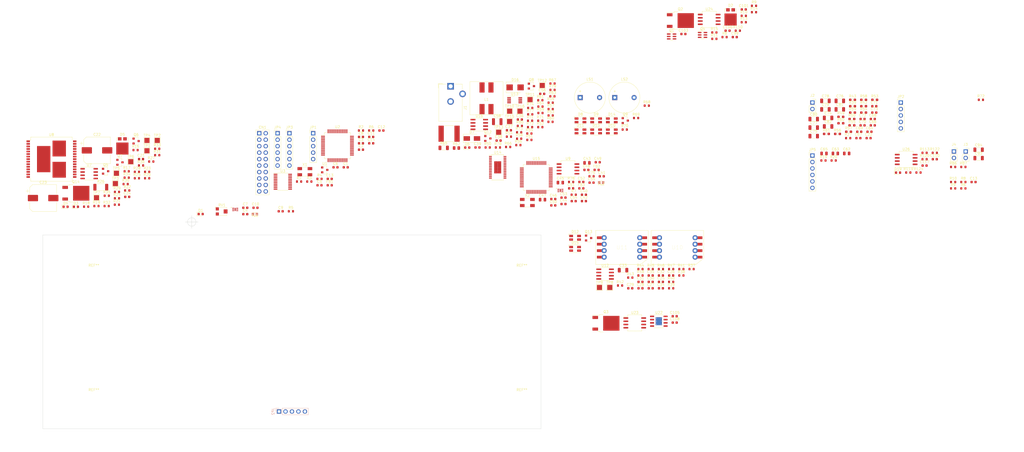
<source format=kicad_pcb>
(kicad_pcb (version 20171130) (host pcbnew "(5.1.9)-1")
  (layers (0 TOP signal) (1 GND power) (2 VDD power) (31 BOTTOM signal) (34 B.Paste user) (35 F.Paste user) (36 B.SilkS user) (37 F.SilkS user) (38 B.Mask user) (39 F.Mask user) (44 Edge.Cuts user))
  (net 0 "")
  (net 1 VMEM)
  (net 2 GND)
  (net 3 +3V3)
  (net 4 "Net-(C3-Pad2)")
  (net 5 VDC)
  (net 6 /Microcontroller/XTAL-1)
  (net 7 /Microcontroller/XTAL-2)
  (net 8 +5V)
  (net 9 MOTOR-CURRENT)
  (net 10 "Net-(C21-Pad1)")
  (net 11 VMOTOR)
  (net 12 "Net-(C24-Pad1)")
  (net 13 "Net-(C26-Pad2)")
  (net 14 "Net-(C28-Pad2)")
  (net 15 "Net-(C31-Pad1)")
  (net 16 "Net-(C32-Pad2)")
  (net 17 "Net-(C33-Pad1)")
  (net 18 "Net-(C34-Pad1)")
  (net 19 "Net-(C36-Pad1)")
  (net 20 "Net-(C37-Pad1)")
  (net 21 "Net-(C38-Pad1)")
  (net 22 VBUS)
  (net 23 "Net-(C40-Pad1)")
  (net 24 /JTAG/J_3V3)
  (net 25 "Net-(C42-Pad1)")
  (net 26 "Net-(C43-Pad1)")
  (net 27 "Net-(C44-Pad1)")
  (net 28 "Net-(C47-Pad1)")
  (net 29 "Net-(C56-Pad1)")
  (net 30 "Net-(C57-Pad2)")
  (net 31 "Net-(C57-Pad1)")
  (net 32 "Net-(C58-Pad1)")
  (net 33 "Net-(CN1-Pad19)")
  (net 34 "Net-(CN1-Pad17)")
  (net 35 /Microcontroller/~RESET~)
  (net 36 "Net-(CN1-Pad13)")
  (net 37 "Net-(CN1-Pad11)")
  (net 38 /Microcontroller/SWD-CLK)
  (net 39 /Microcontroller/SWD-DIO)
  (net 40 "Net-(CN1-Pad5)")
  (net 41 "Net-(CN1-Pad3)")
  (net 42 "Net-(CN1-Pad2)")
  (net 43 "Net-(D2-Pad1)")
  (net 44 "Net-(D2-Pad3)")
  (net 45 "Net-(D5-Pad3)")
  (net 46 "Net-(D7-Pad1)")
  (net 47 "Net-(D13-Pad4)")
  (net 48 "Net-(D12-Pad2)")
  (net 49 "Net-(D10-Pad4)")
  (net 50 LED_SERIAL_DRV)
  (net 51 "Net-(D10-Pad2)")
  (net 52 "Net-(D11-Pad2)")
  (net 53 "Net-(D13-Pad2)")
  (net 54 "Net-(D14-Pad2)")
  (net 55 "Net-(D15-Pad2)")
  (net 56 "Net-(FB1-Pad1)")
  (net 57 "Net-(CN2-Pad3)")
  (net 58 /Microcontroller/USB-DP)
  (net 59 /Microcontroller/USB-DM)
  (net 60 "Net-(CN2-Pad2)")
  (net 61 "Net-(CN5-Pad3)")
  (net 62 "Net-(FL2-Pad3)")
  (net 63 "Net-(FL2-Pad2)")
  (net 64 "Net-(CN5-Pad2)")
  (net 65 "Net-(J1-Pad3)")
  (net 66 VIN)
  (net 67 /Microcontroller/ANALOG-SPARE)
  (net 68 /Microcontroller/SW-4)
  (net 69 /Microcontroller/SW-3)
  (net 70 /Microcontroller/SW-2)
  (net 71 /Microcontroller/SW-1)
  (net 72 /Microcontroller/LIMIT-2)
  (net 73 /Microcontroller/LIMIT-1)
  (net 74 /Microcontroller/ENC-2)
  (net 75 /Microcontroller/ENC-1)
  (net 76 "Net-(JP4-Pad6)")
  (net 77 "Net-(JP4-Pad3)")
  (net 78 "Net-(JP4-Pad2)")
  (net 79 "Net-(L1-Pad3)")
  (net 80 "Net-(LS1-Pad2)")
  (net 81 "Net-(Q1-Pad4)")
  (net 82 "Net-(Q1-Pad1)")
  (net 83 "Net-(Q2-Pad1)")
  (net 84 "Net-(Q4-Pad1)")
  (net 85 "Net-(Q5-Pad3)")
  (net 86 "Net-(Q5-Pad1)")
  (net 87 "Net-(Q14-Pad1)")
  (net 88 "Net-(Q6-Pad2)")
  (net 89 "Net-(Q7-Pad3)")
  (net 90 "Net-(Q8-Pad2)")
  (net 91 "Net-(Q8-Pad1)")
  (net 92 "Net-(Q13-Pad1)")
  (net 93 "Net-(Q9-Pad1)")
  (net 94 "Net-(Q12-Pad3)")
  (net 95 "Net-(Q12-Pad1)")
  (net 96 SOUNDER-CURRENT)
  (net 97 "Net-(Q14-Pad3)")
  (net 98 "Net-(R4-Pad2)")
  (net 99 "Net-(R5-Pad1)")
  (net 100 "Net-(R7-Pad2)")
  (net 101 LDO-EN)
  (net 102 "Net-(R13-Pad1)")
  (net 103 "Net-(R14-Pad1)")
  (net 104 "Net-(R15-Pad1)")
  (net 105 "Net-(R16-Pad2)")
  (net 106 "Net-(R16-Pad1)")
  (net 107 "/Motor Driver/BIAS")
  (net 108 PWM)
  (net 109 "Net-(R20-Pad2)")
  (net 110 MOTOR-IN-A)
  (net 111 "Net-(R21-Pad2)")
  (net 112 MOTOR-IN-B)
  (net 113 "Net-(R22-Pad2)")
  (net 114 nMOTOR-FAULT-B)
  (net 115 nMOTOR-FAULT-A)
  (net 116 ShutDown_n)
  (net 117 "Net-(R30-Pad2)")
  (net 118 "Net-(D3-PadA)")
  (net 119 "Net-(R31-Pad1)")
  (net 120 "Net-(R32-Pad2)")
  (net 121 "Net-(CN4-Pad1)")
  (net 122 FLOW-SENSOR)
  (net 123 PRESSURE-SENSOR)
  (net 124 "Net-(R49-Pad2)")
  (net 125 "Net-(D6-PadA)")
  (net 126 "Net-(R53-Pad2)")
  (net 127 nVDC-ALERT)
  (net 128 "Net-(R56-Pad1)")
  (net 129 "Net-(R58-Pad1)")
  (net 130 "Net-(R59-Pad2)")
  (net 131 "Net-(R61-Pad2)")
  (net 132 "Net-(R64-Pad1)")
  (net 133 "Net-(R66-Pad2)")
  (net 134 "Net-(R71-Pad2)")
  (net 135 "Net-(R72-Pad2)")
  (net 136 "Net-(R73-Pad2)")
  (net 137 "Net-(R74-Pad2)")
  (net 138 "Net-(R75-Pad2)")
  (net 139 "Net-(R76-Pad2)")
  (net 140 "Net-(R77-Pad1)")
  (net 141 "Net-(R78-Pad2)")
  (net 142 /Microcontroller/LCD-VO)
  (net 143 "Net-(TVS1-Pad3)")
  (net 144 "Net-(TVS2-Pad3)")
  (net 145 "Net-(U1-Pad2)")
  (net 146 "Net-(U2-Pad59)")
  (net 147 "Net-(U2-Pad58)")
  (net 148 "Net-(U2-Pad57)")
  (net 149 "Net-(U2-Pad56)")
  (net 150 "Net-(U2-Pad55)")
  (net 151 PGOOD)
  (net 152 CE-CONTROL)
  (net 153 "Net-(U2-Pad28)")
  (net 154 "Net-(U2-Pad27)")
  (net 155 "Net-(U2-Pad26)")
  (net 156 VBATT-SCALED)
  (net 157 "Net-(U2-Pad3)")
  (net 158 /Microcontroller/LCD-RS)
  (net 159 /Microcontroller/LCD-RW)
  (net 160 "Net-(LCD1-Pad6)")
  (net 161 /Microcontroller/LCD-D4)
  (net 162 /Microcontroller/LCD-D5)
  (net 163 /Microcontroller/LCD-D6)
  (net 164 /Microcontroller/LCD-D7)
  (net 165 "Net-(LCD2-Pad6)")
  (net 166 "Net-(U7-Pad7)")
  (net 167 "Net-(CN3-Pad2)")
  (net 168 "Net-(U8-Pad6)")
  (net 169 "Net-(U8-Pad8)")
  (net 170 "Net-(CN3-Pad1)")
  (net 171 "Net-(U8-Pad11)")
  (net 172 "Net-(U13-Pad7)")
  (net 173 "Net-(U15-Pad63)")
  (net 174 "Net-(U15-Pad62)")
  (net 175 "Net-(U15-Pad59)")
  (net 176 "Net-(U15-Pad58)")
  (net 177 "Net-(U15-Pad57)")
  (net 178 "Net-(U15-Pad55)")
  (net 179 "Net-(U15-Pad54)")
  (net 180 "Net-(U15-Pad53)")
  (net 181 "Net-(U15-Pad52)")
  (net 182 "Net-(U15-Pad48)")
  (net 183 "Net-(U15-Pad46)")
  (net 184 "Net-(U15-Pad45)")
  (net 185 "Net-(U15-Pad44)")
  (net 186 "Net-(U15-Pad43)")
  (net 187 "Net-(U15-Pad41)")
  (net 188 "Net-(U15-Pad40)")
  (net 189 "Net-(U15-Pad36)")
  (net 190 "Net-(U15-Pad34)")
  (net 191 "Net-(U15-Pad33)")
  (net 192 "Net-(U15-Pad32)")
  (net 193 "Net-(U15-Pad30)")
  (net 194 "Net-(U15-Pad29)")
  (net 195 "Net-(U15-Pad28)")
  (net 196 "Net-(U15-Pad27)")
  (net 197 "Net-(U15-Pad26)")
  (net 198 "Net-(U15-Pad24)")
  (net 199 "Net-(U15-Pad23)")
  (net 200 "Net-(U15-Pad22)")
  (net 201 "Net-(U16-Pad7)")
  (net 202 "Net-(X1-Pad4)")
  (net 203 "Net-(X1-Pad2)")
  (net 204 "Net-(X2-Pad4)")
  (net 205 "Net-(X2-Pad2)")
  (net 206 "Net-(U14-Pad15)")
  (net 207 "Net-(U14-Pad10)")
  (net 208 "Net-(U14-Pad5)")
  (net 209 "Net-(U14-Pad3)")
  (net 210 "Net-(C13-Pad2)")
  (net 211 FLOW_SENS_GAIN)
  (net 212 O2_SENS)
  (net 213 V1V8)
  (net 214 PRES_SENS_VENT)
  (net 215 +3.3V)
  (net 216 3V3_I2C)
  (net 217 FLOW_SENS_DRCT)
  (net 218 PRES_SENS_PAT)
  (net 219 "Net-(C74-Pad1)")
  (net 220 AD_VREF)
  (net 221 Vcap_PRES_SENS_VENT)
  (net 222 Vcap_PRES_SENS_PAT)
  (net 223 Vcap_FLOW_SENS_DRCT)
  (net 224 Vcap_FLOW_SENS_GAIN)
  (net 225 Vcap_O2_SENS)
  (net 226 Vcap_F)
  (net 227 Vcap_G)
  (net 228 "Net-(C103-Pad2)")
  (net 229 "Net-(D1-Pad1)")
  (net 230 "Net-(D19-Pad2)")
  (net 231 "Net-(J2-Pad1)")
  (net 232 SPK2_N)
  (net 233 SPK2_P)
  (net 234 SPK1_N)
  (net 235 SPK1_P)
  (net 236 "Net-(JP2-Pad5)")
  (net 237 "Net-(JP2-Pad4)")
  (net 238 "Net-(JP2-Pad3)")
  (net 239 "Net-(JP2-Pad2)")
  (net 240 "Net-(JP4-Pad5)")
  (net 241 "Net-(JP4-Pad4)")
  (net 242 "Net-(JP5-Pad6)")
  (net 243 "Net-(JP5-Pad5)")
  (net 244 "Net-(JP5-Pad4)")
  (net 245 "Net-(JP5-Pad3)")
  (net 246 "Net-(JP5-Pad2)")
  (net 247 NRST_M)
  (net 248 /Microcontroller/BUZZER_PWM)
  (net 249 "Net-(R10-Pad1)")
  (net 250 I2C_SDA)
  (net 251 I2C_SCL)
  (net 252 "Net-(R27-Pad2)")
  (net 253 "Net-(R39-Pad2)")
  (net 254 "Net-(R42-Pad2)")
  (net 255 "Net-(R43-Pad2)")
  (net 256 "Net-(R50-Pad2)")
  (net 257 "Net-(R54-Pad2)")
  (net 258 SensorOut_F)
  (net 259 SensorOut_G)
  (net 260 /Speaker_Driver/1.5V)
  (net 261 "Net-(C86-Pad1)")
  (net 262 "Net-(R113-Pad1)")
  (net 263 Reset_I2C)
  (net 264 "Net-(Q13-Pad3)")
  (net 265 /Power_Supplies/3v3_S)
  (net 266 VIN_FAIL_M)
  (net 267 "Net-(TVS2-Pad6)")
  (net 268 "Net-(U2-Pad62)")
  (net 269 TDO_M)
  (net 270 "Net-(U2-Pad54)")
  (net 271 "Net-(U2-Pad53)")
  (net 272 nPRESSURE-PATIENT-ALERT)
  (net 273 PWR_UP)
  (net 274 TDI_M)
  (net 275 TCK_M)
  (net 276 TMS_M)
  (net 277 RxD_M)
  (net 278 TxD_M)
  (net 279 SW_BACKUP)
  (net 280 SW_HOME)
  (net 281 SW_END)
  (net 282 ON)
  (net 283 "Net-(U2-Pad30)")
  (net 284 "Net-(U2-Pad29)")
  (net 285 FPGA_READY)
  (net 286 FAN_DRIVE)
  (net 287 "Net-(U2-Pad24)")
  (net 288 SPI1_MOSI)
  (net 289 SPI1_MISO)
  (net 290 SPI1_SCLK)
  (net 291 SPI1_FPGA_CS)
  (net 292 "Net-(U2-Pad17)")
  (net 293 PB_SEL_MCU)
  (net 294 "Net-(U2-Pad11)")
  (net 295 "Net-(U2-Pad8)")
  (net 296 "Net-(U2-Pad2)")
  (net 297 "Net-(R35-Pad1)")
  (net 298 "Net-(R36-Pad1)")
  (net 299 /JTAG/RxD_S)
  (net 300 /JTAG/TxD_S)
  (net 301 /JTAG/NRST)
  (net 302 /JTAG/TMS)
  (net 303 /JTAG/TDO)
  (net 304 /JTAG/TDI)
  (net 305 /JTAG/TCK)
  (net 306 "Net-(U26-Pad5)")
  (module MountingHole:MountingHole_3.2mm_M3 (layer TOP) (at 238 118.9)
    (fp_text reference REF** (at 0 -4.2) (layer F.SilkS))
    (fp_text value MountingHole_3.2mm_M3)
    (pad 1 np_thru_hole circle (at 0 0) (size 3.2 3.2) (drill 3.2) (layers *.Cu *.Mask))
  )
  (module MountingHole:MountingHole_3.2mm_M3 (layer TOP) (at 238 70)
    (fp_text reference REF** (at 0 -4.2) (layer F.SilkS))
    (fp_text value MountingHole_3.2mm_M3)
    (pad 1 np_thru_hole circle (at 0 0) (size 3.2 3.2) (drill 3.2) (layers *.Cu *.Mask))
  )
  (module MountingHole:MountingHole_3.2mm_M3 (layer TOP) (at 70 118.9)
    (fp_text reference REF** (at 0 -4.2) (layer F.SilkS))
    (fp_text value MountingHole_3.2mm_M3)
    (pad 1 np_thru_hole circle (at 0 0) (size 3.2 3.2) (drill 3.2) (layers *.Cu *.Mask))
  )
  (module MountingHole:MountingHole_3.2mm_M3 (layer TOP) (at 70 70)
    (fp_text reference REF** (at 0 -4.2) (layer F.SilkS))
    (fp_text value MountingHole_3.2mm_M3)
    (pad 1 np_thru_hole circle (at 0 0) (size 3.2 3.2) (drill 3.2) (layers *.Cu *.Mask))
  )
  (module Package_SO:SO-8_5.3x6.2mm_P1.27mm (layer TOP) (at 388.83 24.17)
    (fp_text reference U26 (at 0 -4.05) (layer F.SilkS))
    (fp_text value LDL212D33R)
    (pad 8 smd roundrect (at 3.5 -1.905) (size 1.9 0.6) (layers TOP F.Paste F.Mask) (net 265 /Power_Supplies/3v3_S))
    (pad 7 smd roundrect (at 3.5 -0.635) (size 1.9 0.6) (layers TOP F.Paste F.Mask) (net 2 GND))
    (pad 6 smd roundrect (at 3.5 0.635) (size 1.9 0.6) (layers TOP F.Paste F.Mask) (net 2 GND))
    (pad 5 smd roundrect (at 3.5 1.905) (size 1.9 0.6) (layers TOP F.Paste F.Mask) (net 306 "Net-(U26-Pad5)"))
    (pad 4 smd roundrect (at -3.5 1.905) (size 1.9 0.6) (layers TOP F.Paste F.Mask) (net 8 +5V))
    (pad 3 smd roundrect (at -3.5 0.635) (size 1.9 0.6) (layers TOP F.Paste F.Mask) (net 2 GND))
    (pad 2 smd roundrect (at -3.5 -0.635) (size 1.9 0.6) (layers TOP F.Paste F.Mask) (net 2 GND))
    (pad 1 smd roundrect (at -3.5 -1.905) (size 1.9 0.6) (layers TOP F.Paste F.Mask) (net 265 /Power_Supplies/3v3_S))
  )
  (module Resistor_SMD:R_0603_1608Metric (layer TOP) (at 393.67 29.3)
    (fp_text reference R124 (at 0 -1.43) (layer F.SilkS))
    (fp_text value 10k_0603_Chip_Resistor,_1%,_0.1W)
    (pad 2 smd roundrect (at 0.825 0) (size 0.8 0.95) (layers TOP F.Paste F.Mask) (net 5 VDC))
    (pad 1 smd roundrect (at -0.825 0) (size 0.8 0.95) (layers TOP F.Paste F.Mask) (net 266 VIN_FAIL_M))
  )
  (module Resistor_SMD:R_0603_1608Metric (layer TOP) (at 400.07 21.55)
    (fp_text reference R122 (at 0 -1.43) (layer F.SilkS))
    (fp_text value 0R1_0603_Chip_Resistor,_1%,_0.1W)
    (pad 2 smd roundrect (at 0.825 0) (size 0.8 0.95) (layers TOP F.Paste F.Mask) (net 215 +3.3V))
    (pad 1 smd roundrect (at -0.825 0) (size 0.8 0.95) (layers TOP F.Paste F.Mask) (net 265 /Power_Supplies/3v3_S))
  )
  (module Resistor_SMD:R_0603_1608Metric (layer TOP) (at 396.06 24.06)
    (fp_text reference R120 (at 0 -1.43) (layer F.SilkS))
    (fp_text value 10k_0603_Chip_Resistor,_1%,_0.1W)
    (pad 2 smd roundrect (at 0.825 0) (size 0.8 0.95) (layers TOP F.Paste F.Mask) (net 8 +5V))
    (pad 1 smd roundrect (at -0.825 0) (size 0.8 0.95) (layers TOP F.Paste F.Mask) (net 264 "Net-(Q13-Pad3)"))
  )
  (module Resistor_SMD:R_0603_1608Metric (layer TOP) (at 389.66 29.3)
    (fp_text reference R119 (at 0 -1.43) (layer F.SilkS))
    (fp_text value 10k_0603_Chip_Resistor,_1%,_0.1W)
    (pad 2 smd roundrect (at 0.825 0) (size 0.8 0.95) (layers TOP F.Paste F.Mask) (net 3 +3V3))
    (pad 1 smd roundrect (at -0.825 0) (size 0.8 0.95) (layers TOP F.Paste F.Mask) (net 263 Reset_I2C))
  )
  (module Resistor_SMD:R_0603_1608Metric (layer TOP) (at 396.06 21.55)
    (fp_text reference R113 (at 0 -1.43) (layer F.SilkS))
    (fp_text value 0R1_0603_Chip_Resistor,_1%,_0.1W)
    (pad 2 smd roundrect (at 0.825 0) (size 0.8 0.95) (layers TOP F.Paste F.Mask) (net 8 +5V))
    (pad 1 smd roundrect (at -0.825 0) (size 0.8 0.95) (layers TOP F.Paste F.Mask) (net 262 "Net-(R113-Pad1)"))
  )
  (module Resistor_SMD:R_0603_1608Metric (layer TOP) (at 411.28 27.1)
    (fp_text reference R87 (at 0 -1.43) (layer F.SilkS))
    (fp_text value 12k_0603_Chip_Resistor,_1%,_0.1W)
    (pad 2 smd roundrect (at 0.825 0) (size 0.8 0.95) (layers TOP F.Paste F.Mask) (net 261 "Net-(C86-Pad1)"))
    (pad 1 smd roundrect (at -0.825 0) (size 0.8 0.95) (layers TOP F.Paste F.Mask) (net 3 +3V3))
  )
  (module Resistor_SMD:R_0603_1608Metric (layer TOP) (at 407.27 27.1)
    (fp_text reference R86 (at 0 -1.43) (layer F.SilkS))
    (fp_text value 12k_0603_Chip_Resistor,_1%,_0.1W)
    (pad 2 smd roundrect (at 0.825 0) (size 0.8 0.95) (layers TOP F.Paste F.Mask) (net 260 /Speaker_Driver/1.5V))
    (pad 1 smd roundrect (at -0.825 0) (size 0.8 0.95) (layers TOP F.Paste F.Mask) (net 3 +3V3))
  )
  (module Resistor_SMD:R_0603_1608Metric (layer TOP) (at 418.17 0.72)
    (fp_text reference R72 (at 0 -1.43) (layer F.SilkS))
    (fp_text value 12k_0603_Chip_Resistor,_1%,_0.1W)
    (pad 2 smd roundrect (at 0.825 0) (size 0.8 0.95) (layers TOP F.Paste F.Mask) (net 135 "Net-(R72-Pad2)"))
    (pad 1 smd roundrect (at -0.825 0) (size 0.8 0.95) (layers TOP F.Paste F.Mask) (net 2 GND))
  )
  (module Resistor_SMD:R_0603_1608Metric_Pad0.98x0.95mm_HandSolder (layer TOP) (at 357.54 14.12)
    (fp_text reference R61 (at 0 -1.43) (layer F.SilkS))
    (fp_text value R_0603_47K_0.1%_0.1W_Film)
    (pad 2 smd roundrect (at 0.9125 0) (size 0.975 0.95) (layers TOP F.Paste F.Mask) (net 227 Vcap_G))
    (pad 1 smd roundrect (at -0.9125 0) (size 0.975 0.95) (layers TOP F.Paste F.Mask) (net 259 SensorOut_G))
  )
  (module Resistor_SMD:R_0603_1608Metric_Pad0.98x0.95mm_HandSolder (layer TOP) (at 363.19 9.93)
    (fp_text reference R60 (at 0 -1.43) (layer F.SilkS))
    (fp_text value R_0603_47K_0.1%_0.1W_Film)
    (pad 2 smd roundrect (at 0.9125 0) (size 0.975 0.95) (layers TOP F.Paste F.Mask) (net 226 Vcap_F))
    (pad 1 smd roundrect (at -0.9125 0) (size 0.975 0.95) (layers TOP F.Paste F.Mask) (net 258 SensorOut_F))
  )
  (module Resistor_SMD:R_0603_1608Metric_Pad0.98x0.95mm_HandSolder (layer TOP) (at 367.79 5.74)
    (fp_text reference R59 (at 0 -1.43) (layer F.SilkS))
    (fp_text value R_0603_47K_0.1%_0.1W_Film)
    (pad 2 smd roundrect (at 0.9125 0) (size 0.975 0.95) (layers TOP F.Paste F.Mask) (net 225 Vcap_O2_SENS))
    (pad 1 smd roundrect (at -0.9125 0) (size 0.975 0.95) (layers TOP F.Paste F.Mask) (net 212 O2_SENS))
  )
  (module Resistor_SMD:R_0603_1608Metric_Pad0.98x0.95mm_HandSolder (layer TOP) (at 372.14 0.72)
    (fp_text reference R58 (at 0 -1.43) (layer F.SilkS))
    (fp_text value R_0603_47K_0.1%_0.1W_Film)
    (pad 2 smd roundrect (at 0.9125 0) (size 0.975 0.95) (layers TOP F.Paste F.Mask) (net 224 Vcap_FLOW_SENS_GAIN))
    (pad 1 smd roundrect (at -0.9125 0) (size 0.975 0.95) (layers TOP F.Paste F.Mask) (net 211 FLOW_SENS_GAIN))
  )
  (module Resistor_SMD:R_0603_1608Metric_Pad0.98x0.95mm_HandSolder (layer TOP) (at 366.24 13.27)
    (fp_text reference R57 (at 0 -1.43) (layer F.SilkS))
    (fp_text value R_0603_47K_0.1%_0.1W_Film)
    (pad 2 smd roundrect (at 0.9125 0) (size 0.975 0.95) (layers TOP F.Paste F.Mask) (net 223 Vcap_FLOW_SENS_DRCT))
    (pad 1 smd roundrect (at -0.9125 0) (size 0.975 0.95) (layers TOP F.Paste F.Mask) (net 217 FLOW_SENS_DRCT))
  )
  (module Resistor_SMD:R_0603_1608Metric_Pad0.98x0.95mm_HandSolder (layer TOP) (at 361.89 14.12)
    (fp_text reference R56 (at 0 -1.43) (layer F.SilkS))
    (fp_text value R_0603_47K_0.1%_0.1W_Film)
    (pad 2 smd roundrect (at 0.9125 0) (size 0.975 0.95) (layers TOP F.Paste F.Mask) (net 222 Vcap_PRES_SENS_PAT))
    (pad 1 smd roundrect (at -0.9125 0) (size 0.975 0.95) (layers TOP F.Paste F.Mask) (net 218 PRES_SENS_PAT))
  )
  (module Resistor_SMD:R_0603_1608Metric_Pad0.98x0.95mm_HandSolder (layer TOP) (at 367.54 10.76)
    (fp_text reference R55 (at 0 -1.43) (layer F.SilkS))
    (fp_text value R_0603_47K_0.1%_0.1W_Film)
    (pad 2 smd roundrect (at 0.9125 0) (size 0.975 0.95) (layers TOP F.Paste F.Mask) (net 221 Vcap_PRES_SENS_VENT))
    (pad 1 smd roundrect (at -0.9125 0) (size 0.975 0.95) (layers TOP F.Paste F.Mask) (net 214 PRES_SENS_VENT))
  )
  (module Resistor_SMD:R_0603_1608Metric_Pad0.98x0.95mm_HandSolder (layer TOP) (at 372.14 5.74)
    (fp_text reference R54 (at 0 -1.43) (layer F.SilkS))
    (fp_text value R_0603_47K_0.1%_0.1W_Film)
    (pad 2 smd roundrect (at 0.9125 0) (size 0.975 0.95) (layers TOP F.Paste F.Mask) (net 257 "Net-(R54-Pad2)"))
    (pad 1 smd roundrect (at -0.9125 0) (size 0.975 0.95) (layers TOP F.Paste F.Mask) (net 227 Vcap_G))
  )
  (module Resistor_SMD:R_0603_1608Metric_Pad0.98x0.95mm_HandSolder (layer TOP) (at 376.49 0.72)
    (fp_text reference R53 (at 0 -1.43) (layer F.SilkS))
    (fp_text value R_0603_47K_0.1%_0.1W_Film)
    (pad 2 smd roundrect (at 0.9125 0) (size 0.975 0.95) (layers TOP F.Paste F.Mask) (net 126 "Net-(R53-Pad2)"))
    (pad 1 smd roundrect (at -0.9125 0) (size 0.975 0.95) (layers TOP F.Paste F.Mask) (net 226 Vcap_F))
  )
  (module Resistor_SMD:R_0603_1608Metric_Pad0.98x0.95mm_HandSolder (layer TOP) (at 367.54 8.25)
    (fp_text reference R50 (at 0 -1.43) (layer F.SilkS))
    (fp_text value R_0603_47K_0.1%_0.1W_Film)
    (pad 2 smd roundrect (at 0.9125 0) (size 0.975 0.95) (layers TOP F.Paste F.Mask) (net 256 "Net-(R50-Pad2)"))
    (pad 1 smd roundrect (at -0.9125 0) (size 0.975 0.95) (layers TOP F.Paste F.Mask) (net 225 Vcap_O2_SENS))
  )
  (module Resistor_SMD:R_0603_1608Metric_Pad0.98x0.95mm_HandSolder (layer TOP) (at 363.19 7.42)
    (fp_text reference R49 (at 0 -1.43) (layer F.SilkS))
    (fp_text value R_0603_47K_0.1%_0.1W_Film)
    (pad 2 smd roundrect (at 0.9125 0) (size 0.975 0.95) (layers TOP F.Paste F.Mask) (net 124 "Net-(R49-Pad2)"))
    (pad 1 smd roundrect (at -0.9125 0) (size 0.975 0.95) (layers TOP F.Paste F.Mask) (net 224 Vcap_FLOW_SENS_GAIN))
  )
  (module Resistor_SMD:R_0603_1608Metric_Pad0.98x0.95mm_HandSolder (layer TOP) (at 367.79 0.72)
    (fp_text reference R43 (at 0 -1.43) (layer F.SilkS))
    (fp_text value R_0603_47K_0.1%_0.1W_Film)
    (pad 2 smd roundrect (at 0.9125 0) (size 0.975 0.95) (layers TOP F.Paste F.Mask) (net 255 "Net-(R43-Pad2)"))
    (pad 1 smd roundrect (at -0.9125 0) (size 0.975 0.95) (layers TOP F.Paste F.Mask) (net 223 Vcap_FLOW_SENS_DRCT))
  )
  (module Resistor_SMD:R_0603_1608Metric_Pad0.98x0.95mm_HandSolder (layer TOP) (at 372.14 3.23)
    (fp_text reference R42 (at 0 -1.43) (layer F.SilkS))
    (fp_text value R_0603_47K_0.1%_0.1W_Film)
    (pad 2 smd roundrect (at 0.9125 0) (size 0.975 0.95) (layers TOP F.Paste F.Mask) (net 254 "Net-(R42-Pad2)"))
    (pad 1 smd roundrect (at -0.9125 0) (size 0.975 0.95) (layers TOP F.Paste F.Mask) (net 222 Vcap_PRES_SENS_PAT))
  )
  (module Resistor_SMD:R_0603_1608Metric_Pad0.98x0.95mm_HandSolder (layer TOP) (at 367.79 3.23)
    (fp_text reference R39 (at 0 -1.43) (layer F.SilkS))
    (fp_text value R_0603_47K_0.1%_0.1W_Film)
    (pad 2 smd roundrect (at 0.9125 0) (size 0.975 0.95) (layers TOP F.Paste F.Mask) (net 253 "Net-(R39-Pad2)"))
    (pad 1 smd roundrect (at -0.9125 0) (size 0.975 0.95) (layers TOP F.Paste F.Mask) (net 221 Vcap_PRES_SENS_VENT))
  )
  (module Resistor_SMD:R_0603_1608Metric (layer TOP) (at 366.07 15.78)
    (fp_text reference R27 (at 0 -1.43) (layer F.SilkS))
    (fp_text value 18k_0603_Chip_Resistor,_1%,_0.1W)
    (pad 2 smd roundrect (at 0.825 0) (size 0.8 0.95) (layers TOP F.Paste F.Mask) (net 252 "Net-(R27-Pad2)"))
    (pad 1 smd roundrect (at -0.825 0) (size 0.8 0.95) (layers TOP F.Paste F.Mask) (net 2 GND))
  )
  (module Resistor_SMD:R_0603_1608Metric (layer TOP) (at 360.38 24.56)
    (fp_text reference R20 (at 0 -1.43) (layer F.SilkS))
    (fp_text value 2k4_0603_Chip_Resistor,_1%,_0.1W)
    (pad 2 smd roundrect (at 0.825 0) (size 0.8 0.95) (layers TOP F.Paste F.Mask) (net 3 +3V3))
    (pad 1 smd roundrect (at -0.825 0) (size 0.8 0.95) (layers TOP F.Paste F.Mask) (net 251 I2C_SCL))
  )
  (module Resistor_SMD:R_0603_1608Metric (layer TOP) (at 356.37 24.56)
    (fp_text reference R19 (at 0 -1.43) (layer F.SilkS))
    (fp_text value 2k4_0603_Chip_Resistor,_1%,_0.1W)
    (pad 2 smd roundrect (at 0.825 0) (size 0.8 0.95) (layers TOP F.Paste F.Mask) (net 3 +3V3))
    (pad 1 smd roundrect (at -0.825 0) (size 0.8 0.95) (layers TOP F.Paste F.Mask) (net 250 I2C_SDA))
  )
  (module Resistor_SMD:R_0603_1608Metric (layer TOP) (at 407.27 33.02)
    (fp_text reference R10 (at 0 -1.43) (layer F.SilkS))
    (fp_text value 100K_0603_Chip_Resistor,_1%,_0.1W)
    (pad 2 smd roundrect (at 0.825 0) (size 0.8 0.95) (layers TOP F.Paste F.Mask) (net 2 GND))
    (pad 1 smd roundrect (at -0.825 0) (size 0.8 0.95) (layers TOP F.Paste F.Mask) (net 249 "Net-(R10-Pad1)"))
  )
  (module Resistor_SMD:R_0603_1608Metric (layer TOP) (at 407.27 35.53)
    (fp_text reference R9 (at 0 -1.43) (layer F.SilkS))
    (fp_text value 1K_0603_Chip_Resistor,_1%,_0.1W)
    (pad 2 smd roundrect (at 0.825 0) (size 0.8 0.95) (layers TOP F.Paste F.Mask) (net 249 "Net-(R10-Pad1)"))
    (pad 1 smd roundrect (at -0.825 0) (size 0.8 0.95) (layers TOP F.Paste F.Mask) (net 210 "Net-(C13-Pad2)"))
  )
  (module Resistor_SMD:R_0603_1608Metric (layer TOP) (at 411.28 33.02)
    (fp_text reference R8 (at 0 -1.43) (layer F.SilkS))
    (fp_text value 100K_0603_Chip_Resistor,_1%,_0.1W)
    (pad 2 smd roundrect (at 0.825 0) (size 0.8 0.95) (layers TOP F.Paste F.Mask) (net 2 GND))
    (pad 1 smd roundrect (at -0.825 0) (size 0.8 0.95) (layers TOP F.Paste F.Mask) (net 248 /Microcontroller/BUZZER_PWM))
  )
  (module Resistor_SMD:R_0603_1608Metric (layer TOP) (at 411.28 35.53)
    (fp_text reference R6 (at 0 -1.43) (layer F.SilkS))
    (fp_text value 10k_0603_Chip_Resistor,_1%,_0.1W)
    (pad 2 smd roundrect (at 0.825 0) (size 0.8 0.95) (layers TOP F.Paste F.Mask) (net 5 VDC))
    (pad 1 smd roundrect (at -0.825 0) (size 0.8 0.95) (layers TOP F.Paste F.Mask) (net 247 NRST_M))
  )
  (module Connector_PinHeader_2.54mm:PinHeader_1x06_P2.54mm_Vertical (layer TOP) (at 352.04 22.62)
    (fp_text reference JP5 (at 0 -2.33) (layer F.SilkS))
    (fp_text value Pin_Header,_1x6-Way,_2.54mm_Pitch)
    (pad 6 thru_hole oval (at 0 12.7) (size 1.7 1.7) (drill 1) (layers *.Cu *.Mask) (net 242 "Net-(JP5-Pad6)"))
    (pad 5 thru_hole oval (at 0 10.16) (size 1.7 1.7) (drill 1) (layers *.Cu *.Mask) (net 243 "Net-(JP5-Pad5)"))
    (pad 4 thru_hole oval (at 0 7.62) (size 1.7 1.7) (drill 1) (layers *.Cu *.Mask) (net 244 "Net-(JP5-Pad4)"))
    (pad 3 thru_hole oval (at 0 5.08) (size 1.7 1.7) (drill 1) (layers *.Cu *.Mask) (net 245 "Net-(JP5-Pad3)"))
    (pad 2 thru_hole oval (at 0 2.54) (size 1.7 1.7) (drill 1) (layers *.Cu *.Mask) (net 246 "Net-(JP5-Pad2)"))
    (pad 1 thru_hole rect (at 0 0) (size 1.7 1.7) (drill 1) (layers *.Cu *.Mask) (net 2 GND))
  )
  (module Connector_PinHeader_2.54mm:PinHeader_1x05_P2.54mm_Vertical (layer TOP) (at 386.73 1.79)
    (fp_text reference JP2 (at 0 -2.33) (layer F.SilkS))
    (fp_text value Pin_Header,_1x5-Way,_2.54mm_Pitch)
    (pad 5 thru_hole oval (at 0 10.16) (size 1.7 1.7) (drill 1) (layers *.Cu *.Mask) (net 236 "Net-(JP2-Pad5)"))
    (pad 4 thru_hole oval (at 0 7.62) (size 1.7 1.7) (drill 1) (layers *.Cu *.Mask) (net 237 "Net-(JP2-Pad4)"))
    (pad 3 thru_hole oval (at 0 5.08) (size 1.7 1.7) (drill 1) (layers *.Cu *.Mask) (net 238 "Net-(JP2-Pad3)"))
    (pad 2 thru_hole oval (at 0 2.54) (size 1.7 1.7) (drill 1) (layers *.Cu *.Mask) (net 239 "Net-(JP2-Pad2)"))
    (pad 1 thru_hole rect (at 0 0) (size 1.7 1.7) (drill 1) (layers *.Cu *.Mask) (net 2 GND))
  )
  (module Connector_PinSocket_2.54mm:PinSocket_1x02_P2.54mm_Vertical (layer TOP) (at 407.59 21.02)
    (fp_text reference J4 (at 0 -2.77) (layer F.SilkS))
    (fp_text value Conn_01x02)
    (pad 2 thru_hole oval (at 0 2.54) (size 1.7 1.7) (drill 1) (layers *.Cu *.Mask) (net 234 SPK1_N))
    (pad 1 thru_hole rect (at 0 0) (size 1.7 1.7) (drill 1) (layers *.Cu *.Mask) (net 235 SPK1_P))
  )
  (module Connector_PinSocket_2.54mm:PinSocket_1x02_P2.54mm_Vertical (layer TOP) (at 412.19 21.02)
    (fp_text reference J3 (at 0 -2.77) (layer F.SilkS))
    (fp_text value Conn_01x02)
    (pad 2 thru_hole oval (at 0 2.54) (size 1.7 1.7) (drill 1) (layers *.Cu *.Mask) (net 232 SPK2_N))
    (pad 1 thru_hole rect (at 0 0) (size 1.7 1.7) (drill 1) (layers *.Cu *.Mask) (net 233 SPK2_P))
  )
  (module Connector_PinSocket_2.54mm:PinSocket_1x02_P2.54mm_Vertical (layer TOP) (at 352.04 1.79)
    (fp_text reference J2 (at 0 -2.77) (layer F.SilkS))
    (fp_text value Conn_01x02)
    (pad 2 thru_hole oval (at 0 2.54) (size 1.7 1.7) (drill 1) (layers *.Cu *.Mask) (net 2 GND))
    (pad 1 thru_hole rect (at 0 0) (size 1.7 1.7) (drill 1) (layers *.Cu *.Mask) (net 231 "Net-(J2-Pad1)"))
  )
  (module LED_SMD:LED_0603_1608Metric (layer TOP) (at 385.65 29.34)
    (fp_text reference D19 (at 0 -1.43) (layer F.SilkS))
    (fp_text value LED_GREEN_0603_SMD)
    (pad 2 smd roundrect (at 0.7875 0) (size 0.875 0.95) (layers TOP F.Paste F.Mask) (net 230 "Net-(D19-Pad2)"))
    (pad 1 smd roundrect (at -0.7875 0) (size 0.875 0.95) (layers TOP F.Paste F.Mask) (net 5 VDC))
  )
  (module Capacitor_SMD:C_0603_1608Metric (layer TOP) (at 396.06 26.57)
    (fp_text reference C117 (at 0 -1.43) (layer F.SilkS))
    (fp_text value 1uF_0603_Ceramic_Capacitor,_10%,_50V,_X5R)
    (pad 2 smd roundrect (at 0.775 0) (size 0.9 0.95) (layers TOP F.Paste F.Mask) (net 2 GND))
    (pad 1 smd roundrect (at -0.775 0) (size 0.9 0.95) (layers TOP F.Paste F.Mask) (net 215 +3.3V))
  )
  (module Capacitor_SMD:C_0603_1608Metric (layer TOP) (at 400.07 24.06)
    (fp_text reference C110 (at 0 -1.43) (layer F.SilkS))
    (fp_text value 1uF_0603_Ceramic_Capacitor,_10%,_50V,_X5R)
    (pad 2 smd roundrect (at 0.775 0) (size 0.9 0.95) (layers TOP F.Paste F.Mask) (net 8 +5V))
    (pad 1 smd roundrect (at -0.775 0) (size 0.9 0.95) (layers TOP F.Paste F.Mask) (net 2 GND))
  )
  (module Resistor_SMD:R_1206_3216Metric (layer TOP) (at 417.27 20.34)
    (fp_text reference C94 (at 0 -1.82) (layer F.SilkS))
    (fp_text value 22uF_1206_Ceramic_Capacitor,_10%,_10V,_X7R)
    (pad 2 smd roundrect (at 1.4625 0) (size 1.125 1.75) (layers TOP F.Paste F.Mask) (roundrect_rratio 0.222222) (net 2 GND))
    (pad 1 smd roundrect (at -1.4625 0) (size 1.125 1.75) (layers TOP F.Paste F.Mask) (roundrect_rratio 0.222222) (net 8 +5V))
  )
  (module Resistor_SMD:R_1206_3216Metric (layer TOP) (at 417.27 23.63)
    (fp_text reference C93 (at 0 -1.82) (layer F.SilkS))
    (fp_text value 22uF_1206_Ceramic_Capacitor,_10%,_10V,_X7R)
    (pad 2 smd roundrect (at 1.4625 0) (size 1.125 1.75) (layers TOP F.Paste F.Mask) (roundrect_rratio 0.222222) (net 2 GND))
    (pad 1 smd roundrect (at -1.4625 0) (size 1.125 1.75) (layers TOP F.Paste F.Mask) (roundrect_rratio 0.222222) (net 8 +5V))
  )
  (module Capacitor_SMD:C_1206_3216Metric (layer TOP) (at 358.19 11.19)
    (fp_text reference C82 (at 0 -1.85) (layer F.SilkS))
    (fp_text value C_1206_47nF_16V_2%_PPS_film)
    (pad 2 smd roundrect (at 1.475 0) (size 1.15 1.8) (layers TOP F.Paste F.Mask) (roundrect_rratio 0.217391) (net 2 GND))
    (pad 1 smd roundrect (at -1.475 0) (size 1.15 1.8) (layers TOP F.Paste F.Mask) (roundrect_rratio 0.217391) (net 227 Vcap_G))
  )
  (module Capacitor_SMD:C_1206_3216Metric (layer TOP) (at 362.79 4.49)
    (fp_text reference C81 (at 0 -1.85) (layer F.SilkS))
    (fp_text value C_1206_47nF_16V_2%_PPS_film)
    (pad 2 smd roundrect (at 1.475 0) (size 1.15 1.8) (layers TOP F.Paste F.Mask) (roundrect_rratio 0.217391) (net 2 GND))
    (pad 1 smd roundrect (at -1.475 0) (size 1.15 1.8) (layers TOP F.Paste F.Mask) (roundrect_rratio 0.217391) (net 226 Vcap_F))
  )
  (module Capacitor_SMD:C_1206_3216Metric (layer TOP) (at 352.54 8.29)
    (fp_text reference C80 (at 0 -1.85) (layer F.SilkS))
    (fp_text value C_1206_47nF_16V_2%_PPS_film)
    (pad 2 smd roundrect (at 1.475 0) (size 1.15 1.8) (layers TOP F.Paste F.Mask) (roundrect_rratio 0.217391) (net 2 GND))
    (pad 1 smd roundrect (at -1.475 0) (size 1.15 1.8) (layers TOP F.Paste F.Mask) (roundrect_rratio 0.217391) (net 225 Vcap_O2_SENS))
  )
  (module Capacitor_SMD:C_1206_3216Metric (layer TOP) (at 357.14 4.49)
    (fp_text reference C79 (at 0 -1.85) (layer F.SilkS))
    (fp_text value C_1206_47nF_16V_2%_PPS_film)
    (pad 2 smd roundrect (at 1.475 0) (size 1.15 1.8) (layers TOP F.Paste F.Mask) (roundrect_rratio 0.217391) (net 2 GND))
    (pad 1 smd roundrect (at -1.475 0) (size 1.15 1.8) (layers TOP F.Paste F.Mask) (roundrect_rratio 0.217391) (net 224 Vcap_FLOW_SENS_GAIN))
  )
  (module Capacitor_SMD:C_1206_3216Metric (layer TOP) (at 357.14 1.14)
    (fp_text reference C78 (at 0 -1.85) (layer F.SilkS))
    (fp_text value C_1206_47nF_16V_2%_PPS_film)
    (pad 2 smd roundrect (at 1.475 0) (size 1.15 1.8) (layers TOP F.Paste F.Mask) (roundrect_rratio 0.217391) (net 2 GND))
    (pad 1 smd roundrect (at -1.475 0) (size 1.15 1.8) (layers TOP F.Paste F.Mask) (roundrect_rratio 0.217391) (net 223 Vcap_FLOW_SENS_DRCT))
  )
  (module Capacitor_SMD:C_1206_3216Metric (layer TOP) (at 352.54 11.64)
    (fp_text reference C77 (at 0 -1.85) (layer F.SilkS))
    (fp_text value C_1206_47nF_16V_2%_PPS_film)
    (pad 2 smd roundrect (at 1.475 0) (size 1.15 1.8) (layers TOP F.Paste F.Mask) (roundrect_rratio 0.217391) (net 2 GND))
    (pad 1 smd roundrect (at -1.475 0) (size 1.15 1.8) (layers TOP F.Paste F.Mask) (roundrect_rratio 0.217391) (net 222 Vcap_PRES_SENS_PAT))
  )
  (module Capacitor_SMD:C_1206_3216Metric (layer TOP) (at 362.79 1.14)
    (fp_text reference C76 (at 0 -1.85) (layer F.SilkS))
    (fp_text value C_1206_47nF_16V_2%_PPS_film)
    (pad 2 smd roundrect (at 1.475 0) (size 1.15 1.8) (layers TOP F.Paste F.Mask) (roundrect_rratio 0.217391) (net 2 GND))
    (pad 1 smd roundrect (at -1.475 0) (size 1.15 1.8) (layers TOP F.Paste F.Mask) (roundrect_rratio 0.217391) (net 221 Vcap_PRES_SENS_VENT))
  )
  (module Capacitor_SMD:C_1206_3216Metric (layer TOP) (at 352.54 14.99)
    (fp_text reference C75 (at 0 -1.85) (layer F.SilkS))
    (fp_text value C_1206_47nF_16V_2%_PPS_film)
    (pad 2 smd roundrect (at 1.475 0) (size 1.15 1.8) (layers TOP F.Paste F.Mask) (roundrect_rratio 0.217391) (net 2 GND))
    (pad 1 smd roundrect (at -1.475 0) (size 1.15 1.8) (layers TOP F.Paste F.Mask) (roundrect_rratio 0.217391) (net 220 AD_VREF))
  )
  (module Capacitor_SMD:C_1206_3216Metric (layer TOP) (at 358.19 7.84)
    (fp_text reference C74 (at 0 -1.85) (layer F.SilkS))
    (fp_text value C_1206_47nF_16V_2%_PPS_film)
    (pad 2 smd roundrect (at 1.475 0) (size 1.15 1.8) (layers TOP F.Paste F.Mask) (roundrect_rratio 0.217391) (net 2 GND))
    (pad 1 smd roundrect (at -1.475 0) (size 1.15 1.8) (layers TOP F.Paste F.Mask) (roundrect_rratio 0.217391) (net 219 "Net-(C74-Pad1)"))
  )
  (module Capacitor_SMD:C_0603_1608Metric (layer TOP) (at 376.32 5.74)
    (fp_text reference C73 (at 0 -1.43) (layer F.SilkS))
    (fp_text value 1uF_0603_Ceramic_Capacitor,_10%,_50V,_X5R)
    (pad 2 smd roundrect (at 0.775 0) (size 0.9 0.95) (layers TOP F.Paste F.Mask) (net 8 +5V))
    (pad 1 smd roundrect (at -0.775 0) (size 0.9 0.95) (layers TOP F.Paste F.Mask) (net 2 GND))
  )
  (module Capacitor_SMD:C_0603_1608Metric (layer TOP) (at 371.72 8.25)
    (fp_text reference C72 (at 0 -1.43) (layer F.SilkS))
    (fp_text value 1uF_0603_Ceramic_Capacitor,_10%,_50V,_X5R)
    (pad 2 smd roundrect (at 0.775 0) (size 0.9 0.95) (layers TOP F.Paste F.Mask) (net 8 +5V))
    (pad 1 smd roundrect (at -0.775 0) (size 0.9 0.95) (layers TOP F.Paste F.Mask) (net 2 GND))
  )
  (module Capacitor_SMD:C_0603_1608Metric (layer TOP) (at 376.32 3.23)
    (fp_text reference C71 (at 0 -1.43) (layer F.SilkS))
    (fp_text value 470pF_0603_Ceramic_Capacitor,_5%,_100V,_C0G)
    (pad 2 smd roundrect (at 0.775 0) (size 0.9 0.95) (layers TOP F.Paste F.Mask) (net 218 PRES_SENS_PAT))
    (pad 1 smd roundrect (at -0.775 0) (size 0.9 0.95) (layers TOP F.Paste F.Mask) (net 2 GND))
  )
  (module Capacitor_SMD:C_0603_1608Metric (layer TOP) (at 371.72 10.76)
    (fp_text reference C70 (at 0 -1.43) (layer F.SilkS))
    (fp_text value 10nF_0603_Ceramic_Capacitor,_10%,_50V,_X7R-)
    (pad 2 smd roundrect (at 0.775 0) (size 0.9 0.95) (layers TOP F.Paste F.Mask) (net 8 +5V))
    (pad 1 smd roundrect (at -0.775 0) (size 0.9 0.95) (layers TOP F.Paste F.Mask) (net 2 GND))
  )
  (module Capacitor_SMD:C_0603_1608Metric (layer TOP) (at 370.42 13.27)
    (fp_text reference C69 (at 0 -1.43) (layer F.SilkS))
    (fp_text value 470pF_0603_Ceramic_Capacitor,_5%,_100V,_C0G)
    (pad 2 smd roundrect (at 0.775 0) (size 0.9 0.95) (layers TOP F.Paste F.Mask) (net 217 FLOW_SENS_DRCT))
    (pad 1 smd roundrect (at -0.775 0) (size 0.9 0.95) (layers TOP F.Paste F.Mask) (net 2 GND))
  )
  (module Capacitor_SMD:C_0603_1608Metric (layer TOP) (at 375.73 8.25)
    (fp_text reference C68 (at 0 -1.43) (layer F.SilkS))
    (fp_text value 1uF_0603_Ceramic_Capacitor,_10%,_50V,_X5R)
    (pad 2 smd roundrect (at 0.775 0) (size 0.9 0.95) (layers TOP F.Paste F.Mask) (net 8 +5V))
    (pad 1 smd roundrect (at -0.775 0) (size 0.9 0.95) (layers TOP F.Paste F.Mask) (net 2 GND))
  )
  (module Capacitor_SMD:C_0603_1608Metric (layer TOP) (at 370.08 15.78)
    (fp_text reference C67 (at 0 -1.43) (layer F.SilkS))
    (fp_text value 10nF_0603_Ceramic_Capacitor,_10%,_50V,_X7R-)
    (pad 2 smd roundrect (at 0.775 0) (size 0.9 0.95) (layers TOP F.Paste F.Mask) (net 8 +5V))
    (pad 1 smd roundrect (at -0.775 0) (size 0.9 0.95) (layers TOP F.Paste F.Mask) (net 2 GND))
  )
  (module Capacitor_SMD:C_0603_1608Metric (layer TOP) (at 375.73 10.76)
    (fp_text reference C66 (at 0 -1.43) (layer F.SilkS))
    (fp_text value 100nF_0603_Ceramic_Capacitor,_10%,_X7R,_25V)
    (pad 2 smd roundrect (at 0.775 0) (size 0.9 0.95) (layers TOP F.Paste F.Mask) (net 216 3V3_I2C))
    (pad 1 smd roundrect (at -0.775 0) (size 0.9 0.95) (layers TOP F.Paste F.Mask) (net 2 GND))
  )
  (module Capacitor_SMD:C_0805_2012Metric (layer TOP) (at 356.59 21.8)
    (fp_text reference C65 (at 0 -1.68) (layer F.SilkS))
    (fp_text value 10uF_0805_Ceramic_Capacitor_10%_X7R_10V)
    (pad 2 smd roundrect (at 0.95 0) (size 1 1.45) (layers TOP F.Paste F.Mask) (net 2 GND))
    (pad 1 smd roundrect (at -0.95 0) (size 1 1.45) (layers TOP F.Paste F.Mask) (net 215 +3.3V))
  )
  (module Capacitor_SMD:C_0603_1608Metric (layer TOP) (at 374.43 13.27)
    (fp_text reference C64 (at 0 -1.43) (layer F.SilkS))
    (fp_text value 470pF_0603_Ceramic_Capacitor,_5%,_100V,_C0G)
    (pad 2 smd roundrect (at 0.775 0) (size 0.9 0.95) (layers TOP F.Paste F.Mask) (net 214 PRES_SENS_VENT))
    (pad 1 smd roundrect (at -0.775 0) (size 0.9 0.95) (layers TOP F.Paste F.Mask) (net 2 GND))
  )
  (module Capacitor_SMD:C_0805_2012Metric (layer TOP) (at 361.04 21.8)
    (fp_text reference C63 (at 0 -1.68) (layer F.SilkS))
    (fp_text value 10uF_0805_Ceramic_Capacitor_10%_X7R_10V)
    (pad 2 smd roundrect (at 0.95 0) (size 1 1.45) (layers TOP F.Paste F.Mask) (net 2 GND))
    (pad 1 smd roundrect (at -0.95 0) (size 1 1.45) (layers TOP F.Paste F.Mask) (net 8 +5V))
  )
  (module Capacitor_SMD:C_0805_2012Metric (layer TOP) (at 365.49 21.8)
    (fp_text reference C62 (at 0 -1.68) (layer F.SilkS))
    (fp_text value 10uF_0805_Ceramic_Capacitor_10%_X7R_10V)
    (pad 2 smd roundrect (at 0.95 0) (size 1 1.45) (layers TOP F.Paste F.Mask) (net 2 GND))
    (pad 1 smd roundrect (at -0.95 0) (size 1 1.45) (layers TOP F.Paste F.Mask) (net 8 +5V))
  )
  (module Capacitor_SMD:C_0603_1608Metric (layer TOP) (at 374.09 15.78)
    (fp_text reference C22 (at 0 -1.43) (layer F.SilkS))
    (fp_text value 10nF_0603_Ceramic_Capacitor,_10%,_50V,_X7R-)
    (pad 2 smd roundrect (at 0.775 0) (size 0.9 0.95) (layers TOP F.Paste F.Mask) (net 8 +5V))
    (pad 1 smd roundrect (at -0.775 0) (size 0.9 0.95) (layers TOP F.Paste F.Mask) (net 2 GND))
  )
  (module Capacitor_SMD:C_0603_1608Metric (layer TOP) (at 415.29 33.02)
    (fp_text reference C13 (at 0 -1.43) (layer F.SilkS))
    (fp_text value 1uF_0603_Ceramic_Capacitor,_10%,_50V,_X5R)
    (pad 2 smd roundrect (at 0.775 0) (size 0.9 0.95) (layers TOP F.Paste F.Mask) (net 210 "Net-(C13-Pad2)"))
    (pad 1 smd roundrect (at -0.775 0) (size 0.9 0.95) (layers TOP F.Paste F.Mask) (net 2 GND))
  )
  (module F_ICs:TSSOP-28-LTvar_EB_4.4x9.7mm_P0.65mm (layer TOP) (at 228.4982 27.26185)
    (fp_text reference U14 (at 0 -5.9) (layer F.SilkS))
    (fp_text value LT3796)
    (pad 29 smd rect (at -0.685 -1.78125) (size 1.37 1.1875) (layers TOP F.Paste F.Mask) (net 2 GND))
    (pad 29 smd rect (at -0.685 -0.59375) (size 1.37 1.1875) (layers TOP F.Paste F.Mask) (net 2 GND))
    (pad 29 smd rect (at -0.685 0.59375) (size 1.37 1.1875) (layers TOP F.Paste F.Mask) (net 2 GND))
    (pad 29 smd rect (at -0.685 1.78125) (size 1.37 1.1875) (layers TOP F.Paste F.Mask) (net 2 GND))
    (pad 29 smd rect (at 0.685 -1.78125) (size 1.37 1.1875) (layers TOP F.Paste F.Mask) (net 2 GND))
    (pad 29 smd rect (at 0.685 -0.59375) (size 1.37 1.1875) (layers TOP F.Paste F.Mask) (net 2 GND))
    (pad 29 smd rect (at 0.685 0.59375) (size 1.37 1.1875) (layers TOP F.Paste F.Mask) (net 2 GND))
    (pad 29 smd rect (at 0.685 1.78125) (size 1.37 1.1875) (layers TOP F.Paste F.Mask) (net 2 GND))
    (pad 28 smd rect (at 2.85 -4.225) (size 1.1 0.4) (layers TOP F.Paste F.Mask) (net 20 "Net-(C37-Pad1)"))
    (pad 27 smd rect (at 2.85 -3.575) (size 1.1 0.4) (layers TOP F.Paste F.Mask) (net 131 "Net-(R61-Pad2)"))
    (pad 26 smd rect (at 2.85 -2.925) (size 1.1 0.4) (layers TOP F.Paste F.Mask) (net 79 "Net-(L1-Pad3)"))
    (pad 25 smd rect (at 2.85 -2.275) (size 1.1 0.4) (layers TOP F.Paste F.Mask) (net 66 VIN))
    (pad 24 smd rect (at 2.85 -1.625) (size 1.1 0.4) (layers TOP F.Paste F.Mask) (net 130 "Net-(R59-Pad2)"))
    (pad 23 smd rect (at 2.85 -0.975) (size 1.1 0.4) (layers TOP F.Paste F.Mask) (net 66 VIN))
    (pad 22 smd rect (at 2.85 -0.325) (size 1.1 0.4) (layers TOP F.Paste F.Mask) (net 2 GND))
    (pad 21 smd rect (at 2.85 0.325) (size 1.1 0.4) (layers TOP F.Paste F.Mask) (net 2 GND))
    (pad 20 smd rect (at 2.85 0.975) (size 1.1 0.4) (layers TOP F.Paste F.Mask) (net 132 "Net-(R64-Pad1)"))
    (pad 19 smd rect (at 2.85 1.625) (size 1.1 0.4) (layers TOP F.Paste F.Mask) (net 91 "Net-(Q8-Pad1)"))
    (pad 18 smd rect (at 2.85 2.275) (size 1.1 0.4) (layers TOP F.Paste F.Mask) (net 90 "Net-(Q8-Pad2)"))
    (pad 17 smd rect (at 2.85 2.925) (size 1.1 0.4) (layers TOP F.Paste F.Mask) (net 2 GND))
    (pad 16 smd rect (at 2.85 3.575) (size 1.1 0.4) (layers TOP F.Paste F.Mask) (net 95 "Net-(Q12-Pad1)"))
    (pad 15 smd rect (at 2.85 4.225) (size 1.1 0.4) (layers TOP F.Paste F.Mask) (net 206 "Net-(U14-Pad15)"))
    (pad 14 smd rect (at -2.85 4.225) (size 1.1 0.4) (layers TOP F.Paste F.Mask) (net 207 "Net-(U14-Pad10)"))
    (pad 13 smd rect (at -2.85 3.575) (size 1.1 0.4) (layers TOP F.Paste F.Mask) (net 2 GND))
    (pad 12 smd rect (at -2.85 2.925) (size 1.1 0.4) (layers TOP F.Paste F.Mask) (net 129 "Net-(R58-Pad1)"))
    (pad 11 smd rect (at -2.85 2.275) (size 1.1 0.4) (layers TOP F.Paste F.Mask) (net 21 "Net-(C38-Pad1)"))
    (pad 10 smd rect (at -2.85 1.625) (size 1.1 0.4) (layers TOP F.Paste F.Mask) (net 207 "Net-(U14-Pad10)"))
    (pad 9 smd rect (at -2.85 0.975) (size 1.1 0.4) (layers TOP F.Paste F.Mask) (net 207 "Net-(U14-Pad10)"))
    (pad 8 smd rect (at -2.85 0.325) (size 1.1 0.4) (layers TOP F.Paste F.Mask) (net 128 "Net-(R56-Pad1)"))
    (pad 7 smd rect (at -2.85 -0.325) (size 1.1 0.4) (layers TOP F.Paste F.Mask) (net 140 "Net-(R77-Pad1)"))
    (pad 6 smd rect (at -2.85 -0.975) (size 1.1 0.4) (layers TOP F.Paste F.Mask) (net 126 "Net-(R53-Pad2)"))
    (pad 5 smd rect (at -2.85 -1.625) (size 1.1 0.4) (layers TOP F.Paste F.Mask) (net 208 "Net-(U14-Pad5)"))
    (pad 4 smd rect (at -2.85 -2.275) (size 1.1 0.4) (layers TOP F.Paste F.Mask) (net 2 GND))
    (pad 3 smd rect (at -2.85 -2.925) (size 1.1 0.4) (layers TOP F.Paste F.Mask) (net 209 "Net-(U14-Pad3)"))
    (pad 2 smd rect (at -2.85 -3.575) (size 1.1 0.4) (layers TOP F.Paste F.Mask) (net 46 "Net-(D7-Pad1)"))
    (pad 1 smd rect (at -2.85 -4.225) (size 1.1 0.4) (layers TOP F.Paste F.Mask) (net 32 "Net-(C58-Pad1)"))
  )
  (module Crystal:Crystal_SMD_Abracon_ABM3B-4Pin_5.0x3.2mm (layer TOP) (at 240.1432 41.0706)
    (fp_text reference X2 (at 0 -2.8) (layer F.SilkS))
    (fp_text value ABM3B-12.000MHZ)
    (pad 4 smd rect (at -2 -1.2) (size 1.8 1.2) (layers TOP F.Paste F.Mask) (net 204 "Net-(X2-Pad4)"))
    (pad 3 smd rect (at 2 -1.2) (size 1.8 1.2) (layers TOP F.Paste F.Mask) (net 27 "Net-(C44-Pad1)"))
    (pad 2 smd rect (at 2 1.2) (size 1.8 1.2) (layers TOP F.Paste F.Mask) (net 205 "Net-(X2-Pad2)"))
    (pad 1 smd rect (at -2 1.2) (size 1.8 1.2) (layers TOP F.Paste F.Mask) (net 25 "Net-(C42-Pad1)"))
  )
  (module Crystal:Crystal_SMD_Abracon_ABM3B-4Pin_5.0x3.2mm (layer TOP) (at 152.8132 28.9606)
    (fp_text reference X1 (at 0 -2.8) (layer F.SilkS))
    (fp_text value ABM3B-16.000MHZ)
    (pad 4 smd rect (at -2 -1.2) (size 1.8 1.2) (layers TOP F.Paste F.Mask) (net 202 "Net-(X1-Pad4)"))
    (pad 3 smd rect (at 2 -1.2) (size 1.8 1.2) (layers TOP F.Paste F.Mask) (net 7 /Microcontroller/XTAL-2))
    (pad 2 smd rect (at 2 1.2) (size 1.8 1.2) (layers TOP F.Paste F.Mask) (net 203 "Net-(X1-Pad2)"))
    (pad 1 smd rect (at -2 1.2) (size 1.8 1.2) (layers TOP F.Paste F.Mask) (net 6 /Microcontroller/XTAL-1))
  )
  (module Package_SO:SOIC-8_3.9x4.9mm_P1.27mm (layer TOP) (at 221.2732 10.4106)
    (fp_text reference U16 (at 0 -3.4) (layer F.SilkS))
    (fp_text value TLV2333IDR)
    (pad 8 smd roundrect (at 2.475 -1.905) (size 1.95 0.6) (layers TOP F.Paste F.Mask) (net 5 VDC))
    (pad 7 smd roundrect (at 2.475 -0.635) (size 1.95 0.6) (layers TOP F.Paste F.Mask) (net 201 "Net-(U16-Pad7)"))
    (pad 6 smd roundrect (at 2.475 0.635) (size 1.95 0.6) (layers TOP F.Paste F.Mask) (net 136 "Net-(R73-Pad2)"))
    (pad 5 smd roundrect (at 2.475 1.905) (size 1.95 0.6) (layers TOP F.Paste F.Mask) (net 137 "Net-(R74-Pad2)"))
    (pad 4 smd roundrect (at -2.475 1.905) (size 1.95 0.6) (layers TOP F.Paste F.Mask) (net 2 GND))
    (pad 3 smd roundrect (at -2.475 0.635) (size 1.95 0.6) (layers TOP F.Paste F.Mask) (net 133 "Net-(R66-Pad2)"))
    (pad 2 smd roundrect (at -2.475 -0.635) (size 1.95 0.6) (layers TOP F.Paste F.Mask) (net 156 VBATT-SCALED))
    (pad 1 smd roundrect (at -2.475 -1.905) (size 1.95 0.6) (layers TOP F.Paste F.Mask) (net 156 VBATT-SCALED))
  )
  (module Package_QFP:LQFP-64_10x10mm_P0.5mm (layer TOP) (at 243.6432 31.2206)
    (fp_text reference U15 (at 0 -7.4) (layer F.SilkS))
    (fp_text value FT2232HL-REEL)
    (pad 64 smd roundrect (at -3.75 -5.675) (size 0.3 1.55) (layers TOP F.Paste F.Mask) (net 213 V1V8))
    (pad 63 smd roundrect (at -3.25 -5.675) (size 0.3 1.55) (layers TOP F.Paste F.Mask) (net 173 "Net-(U15-Pad63)"))
    (pad 62 smd roundrect (at -2.75 -5.675) (size 0.3 1.55) (layers TOP F.Paste F.Mask) (net 174 "Net-(U15-Pad62)"))
    (pad 61 smd roundrect (at -2.25 -5.675) (size 0.3 1.55) (layers TOP F.Paste F.Mask) (net 138 "Net-(R75-Pad2)"))
    (pad 60 smd roundrect (at -1.75 -5.675) (size 0.3 1.55) (layers TOP F.Paste F.Mask) (net 52 "Net-(D11-Pad2)"))
    (pad 59 smd roundrect (at -1.25 -5.675) (size 0.3 1.55) (layers TOP F.Paste F.Mask) (net 175 "Net-(U15-Pad59)"))
    (pad 58 smd roundrect (at -0.75 -5.675) (size 0.3 1.55) (layers TOP F.Paste F.Mask) (net 176 "Net-(U15-Pad58)"))
    (pad 57 smd roundrect (at -0.25 -5.675) (size 0.3 1.55) (layers TOP F.Paste F.Mask) (net 177 "Net-(U15-Pad57)"))
    (pad 56 smd roundrect (at 0.25 -5.675) (size 0.3 1.55) (layers TOP F.Paste F.Mask) (net 3 +3V3))
    (pad 55 smd roundrect (at 0.75 -5.675) (size 0.3 1.55) (layers TOP F.Paste F.Mask) (net 178 "Net-(U15-Pad55)"))
    (pad 54 smd roundrect (at 1.25 -5.675) (size 0.3 1.55) (layers TOP F.Paste F.Mask) (net 179 "Net-(U15-Pad54)"))
    (pad 53 smd roundrect (at 1.75 -5.675) (size 0.3 1.55) (layers TOP F.Paste F.Mask) (net 180 "Net-(U15-Pad53)"))
    (pad 52 smd roundrect (at 2.25 -5.675) (size 0.3 1.55) (layers TOP F.Paste F.Mask) (net 181 "Net-(U15-Pad52)"))
    (pad 51 smd roundrect (at 2.75 -5.675) (size 0.3 1.55) (layers TOP F.Paste F.Mask) (net 2 GND))
    (pad 50 smd roundrect (at 3.25 -5.675) (size 0.3 1.55) (layers TOP F.Paste F.Mask) (net 3 +3V3))
    (pad 49 smd roundrect (at 3.75 -5.675) (size 0.3 1.55) (layers TOP F.Paste F.Mask) (net 213 V1V8))
    (pad 48 smd roundrect (at 5.675 -3.75) (size 1.55 0.3) (layers TOP F.Paste F.Mask) (net 182 "Net-(U15-Pad48)"))
    (pad 47 smd roundrect (at 5.675 -3.25) (size 1.55 0.3) (layers TOP F.Paste F.Mask) (net 2 GND))
    (pad 46 smd roundrect (at 5.675 -2.75) (size 1.55 0.3) (layers TOP F.Paste F.Mask) (net 183 "Net-(U15-Pad46)"))
    (pad 45 smd roundrect (at 5.675 -2.25) (size 1.55 0.3) (layers TOP F.Paste F.Mask) (net 184 "Net-(U15-Pad45)"))
    (pad 44 smd roundrect (at 5.675 -1.75) (size 1.55 0.3) (layers TOP F.Paste F.Mask) (net 185 "Net-(U15-Pad44)"))
    (pad 43 smd roundrect (at 5.675 -1.25) (size 1.55 0.3) (layers TOP F.Paste F.Mask) (net 186 "Net-(U15-Pad43)"))
    (pad 42 smd roundrect (at 5.675 -0.75) (size 1.55 0.3) (layers TOP F.Paste F.Mask) (net 3 +3V3))
    (pad 41 smd roundrect (at 5.675 -0.25) (size 1.55 0.3) (layers TOP F.Paste F.Mask) (net 187 "Net-(U15-Pad41)"))
    (pad 40 smd roundrect (at 5.675 0.25) (size 1.55 0.3) (layers TOP F.Paste F.Mask) (net 188 "Net-(U15-Pad40)"))
    (pad 39 smd roundrect (at 5.675 0.75) (size 1.55 0.3) (layers TOP F.Paste F.Mask) (net 299 /JTAG/RxD_S))
    (pad 38 smd roundrect (at 5.675 1.25) (size 1.55 0.3) (layers TOP F.Paste F.Mask) (net 300 /JTAG/TxD_S))
    (pad 37 smd roundrect (at 5.675 1.75) (size 1.55 0.3) (layers TOP F.Paste F.Mask) (net 213 V1V8))
    (pad 36 smd roundrect (at 5.675 2.25) (size 1.55 0.3) (layers TOP F.Paste F.Mask) (net 189 "Net-(U15-Pad36)"))
    (pad 35 smd roundrect (at 5.675 2.75) (size 1.55 0.3) (layers TOP F.Paste F.Mask) (net 2 GND))
    (pad 34 smd roundrect (at 5.675 3.25) (size 1.55 0.3) (layers TOP F.Paste F.Mask) (net 190 "Net-(U15-Pad34)"))
    (pad 33 smd roundrect (at 5.675 3.75) (size 1.55 0.3) (layers TOP F.Paste F.Mask) (net 191 "Net-(U15-Pad33)"))
    (pad 32 smd roundrect (at 3.75 5.675) (size 0.3 1.55) (layers TOP F.Paste F.Mask) (net 192 "Net-(U15-Pad32)"))
    (pad 31 smd roundrect (at 3.25 5.675) (size 0.3 1.55) (layers TOP F.Paste F.Mask) (net 3 +3V3))
    (pad 30 smd roundrect (at 2.75 5.675) (size 0.3 1.55) (layers TOP F.Paste F.Mask) (net 193 "Net-(U15-Pad30)"))
    (pad 29 smd roundrect (at 2.25 5.675) (size 0.3 1.55) (layers TOP F.Paste F.Mask) (net 194 "Net-(U15-Pad29)"))
    (pad 28 smd roundrect (at 1.75 5.675) (size 0.3 1.55) (layers TOP F.Paste F.Mask) (net 195 "Net-(U15-Pad28)"))
    (pad 27 smd roundrect (at 1.25 5.675) (size 0.3 1.55) (layers TOP F.Paste F.Mask) (net 196 "Net-(U15-Pad27)"))
    (pad 26 smd roundrect (at 0.75 5.675) (size 0.3 1.55) (layers TOP F.Paste F.Mask) (net 197 "Net-(U15-Pad26)"))
    (pad 25 smd roundrect (at 0.25 5.675) (size 0.3 1.55) (layers TOP F.Paste F.Mask) (net 2 GND))
    (pad 24 smd roundrect (at -0.25 5.675) (size 0.3 1.55) (layers TOP F.Paste F.Mask) (net 198 "Net-(U15-Pad24)"))
    (pad 23 smd roundrect (at -0.75 5.675) (size 0.3 1.55) (layers TOP F.Paste F.Mask) (net 199 "Net-(U15-Pad23)"))
    (pad 22 smd roundrect (at -1.25 5.675) (size 0.3 1.55) (layers TOP F.Paste F.Mask) (net 200 "Net-(U15-Pad22)"))
    (pad 21 smd roundrect (at -1.75 5.675) (size 0.3 1.55) (layers TOP F.Paste F.Mask) (net 301 /JTAG/NRST))
    (pad 20 smd roundrect (at -2.25 5.675) (size 0.3 1.55) (layers TOP F.Paste F.Mask) (net 3 +3V3))
    (pad 19 smd roundrect (at -2.75 5.675) (size 0.3 1.55) (layers TOP F.Paste F.Mask) (net 302 /JTAG/TMS))
    (pad 18 smd roundrect (at -3.25 5.675) (size 0.3 1.55) (layers TOP F.Paste F.Mask) (net 303 /JTAG/TDO))
    (pad 17 smd roundrect (at -3.75 5.675) (size 0.3 1.55) (layers TOP F.Paste F.Mask) (net 304 /JTAG/TDI))
    (pad 16 smd roundrect (at -5.675 3.75) (size 1.55 0.3) (layers TOP F.Paste F.Mask) (net 305 /JTAG/TCK))
    (pad 15 smd roundrect (at -5.675 3.25) (size 1.55 0.3) (layers TOP F.Paste F.Mask) (net 2 GND))
    (pad 14 smd roundrect (at -5.675 2.75) (size 1.55 0.3) (layers TOP F.Paste F.Mask) (net 139 "Net-(R76-Pad2)"))
    (pad 13 smd roundrect (at -5.675 2.25) (size 1.55 0.3) (layers TOP F.Paste F.Mask) (net 2 GND))
    (pad 12 smd roundrect (at -5.675 1.75) (size 1.55 0.3) (layers TOP F.Paste F.Mask) (net 213 V1V8))
    (pad 11 smd roundrect (at -5.675 1.25) (size 1.55 0.3) (layers TOP F.Paste F.Mask) (net 2 GND))
    (pad 10 smd roundrect (at -5.675 0.75) (size 1.55 0.3) (layers TOP F.Paste F.Mask) (net 2 GND))
    (pad 9 smd roundrect (at -5.675 0.25) (size 1.55 0.3) (layers TOP F.Paste F.Mask) (net 28 "Net-(C47-Pad1)"))
    (pad 8 smd roundrect (at -5.675 -0.25) (size 1.55 0.3) (layers TOP F.Paste F.Mask) (net 62 "Net-(FL2-Pad3)"))
    (pad 7 smd roundrect (at -5.675 -0.75) (size 1.55 0.3) (layers TOP F.Paste F.Mask) (net 63 "Net-(FL2-Pad2)"))
    (pad 6 smd roundrect (at -5.675 -1.25) (size 1.55 0.3) (layers TOP F.Paste F.Mask) (net 100 "Net-(R7-Pad2)"))
    (pad 5 smd roundrect (at -5.675 -1.75) (size 1.55 0.3) (layers TOP F.Paste F.Mask) (net 2 GND))
    (pad 4 smd roundrect (at -5.675 -2.25) (size 1.55 0.3) (layers TOP F.Paste F.Mask) (net 26 "Net-(C43-Pad1)"))
    (pad 3 smd roundrect (at -5.675 -2.75) (size 1.55 0.3) (layers TOP F.Paste F.Mask) (net 27 "Net-(C44-Pad1)"))
    (pad 2 smd roundrect (at -5.675 -3.25) (size 1.55 0.3) (layers TOP F.Paste F.Mask) (net 25 "Net-(C42-Pad1)"))
    (pad 1 smd roundrect (at -5.675 -3.75) (size 1.55 0.3) (layers TOP F.Paste F.Mask) (net 2 GND))
  )
  (module Package_SO:VSSOP-8_3.0x3.0mm_P0.65mm (layer TOP) (at 235.1732 0.8906)
    (fp_text reference U13 (at 0 -2.5) (layer F.SilkS))
    (fp_text value TLV7042DGKR)
    (pad 8 smd rect (at 2.2 -0.975 270) (size 0.45 1.45) (layers TOP F.Paste F.Mask) (net 3 +3V3))
    (pad 7 smd rect (at 2.2 -0.325 270) (size 0.45 1.45) (layers TOP F.Paste F.Mask) (net 172 "Net-(U13-Pad7)"))
    (pad 6 smd rect (at 2.2 0.325 270) (size 0.45 1.45) (layers TOP F.Paste F.Mask) (net 134 "Net-(R71-Pad2)"))
    (pad 5 smd rect (at 2.2 0.975 270) (size 0.45 1.45) (layers TOP F.Paste F.Mask) (net 135 "Net-(R72-Pad2)"))
    (pad 4 smd rect (at -2.2 0.975 270) (size 0.45 1.45) (layers TOP F.Paste F.Mask) (net 2 GND))
    (pad 3 smd rect (at -2.2 0.325 270) (size 0.45 1.45) (layers TOP F.Paste F.Mask) (net 19 "Net-(C36-Pad1)"))
    (pad 2 smd rect (at -2.2 -0.325 270) (size 0.45 1.45) (layers TOP F.Paste F.Mask) (net 124 "Net-(R49-Pad2)"))
    (pad 1 smd rect (at -2.2 -0.975 270) (size 0.45 1.45) (layers TOP F.Paste F.Mask) (net 127 nVDC-ALERT))
  )
  (module Package_SO:SOIC-8_3.9x4.9mm_P1.27mm (layer TOP) (at 270.6532 69.2106)
    (fp_text reference U12 (at 0 -3.4) (layer F.SilkS))
    (fp_text value TLV2333IDR)
    (pad 8 smd roundrect (at 2.475 -1.905) (size 1.95 0.6) (layers TOP F.Paste F.Mask) (net 8 +5V))
    (pad 7 smd roundrect (at 2.475 -0.635) (size 1.95 0.6) (layers TOP F.Paste F.Mask) (net 211 FLOW_SENS_GAIN))
    (pad 6 smd roundrect (at 2.475 0.635) (size 1.95 0.6) (layers TOP F.Paste F.Mask) (net 16 "Net-(C32-Pad2)"))
    (pad 5 smd roundrect (at 2.475 1.905) (size 1.95 0.6) (layers TOP F.Paste F.Mask) (net 15 "Net-(C31-Pad1)"))
    (pad 4 smd roundrect (at -2.475 1.905) (size 1.95 0.6) (layers TOP F.Paste F.Mask) (net 2 GND))
    (pad 3 smd roundrect (at -2.475 0.635) (size 1.95 0.6) (layers TOP F.Paste F.Mask) (net 17 "Net-(C33-Pad1)"))
    (pad 2 smd roundrect (at -2.475 -0.635) (size 1.95 0.6) (layers TOP F.Paste F.Mask) (net 18 "Net-(C34-Pad1)"))
    (pad 1 smd roundrect (at -2.475 -1.905) (size 1.95 0.6) (layers TOP F.Paste F.Mask) (net 212 O2_SENS))
  )
  (module OpenVent:NXP-CASE-1351-482C (layer TOP) (at 277.2882 58.7256)
    (fp_text reference U11 (at 0 0) (layer F.SilkS) (effects (font (size 1.524 1.524) (thickness 0.05))))
    (fp_text value MPXV4006DP)
    (pad 1 thru_hole circle (at 6.99 3.81 180) (size 2 2) (drill 1) (layers *.Cu))
    (pad 2 thru_hole circle (at 6.99 1.27 180) (size 2 2) (drill 1) (layers *.Cu) (net 297 "Net-(R35-Pad1)"))
    (pad 3 thru_hole circle (at 6.99 -1.27 180) (size 2 2) (drill 1) (layers *.Cu) (net 2 GND))
    (pad 4 thru_hole circle (at 6.99 -3.81 180) (size 2 2) (drill 1) (layers *.Cu) (net 298 "Net-(R36-Pad1)"))
    (pad 5 thru_hole circle (at -7.01 -3.81 180) (size 2 2) (drill 1) (layers *.Cu))
    (pad 6 thru_hole circle (at -7.01 -1.27 180) (size 2 2) (drill 1) (layers *.Cu))
    (pad 7 thru_hole circle (at -7.01 1.27 180) (size 2 2) (drill 1) (layers *.Cu))
    (pad 8 thru_hole circle (at -7.01 3.81 180) (size 2 2) (drill 1) (layers *.Cu))
    (pad 8 smd rect (at -8.09 3.81 180) (size 3.5 1.0668) (layers TOP))
    (pad 7 smd rect (at -8.09 1.27 180) (size 3.5 1.0668) (layers TOP))
    (pad 6 smd rect (at -8.09 -1.27 180) (size 3.5 1.0668) (layers TOP))
    (pad 5 smd rect (at -8.09 -3.81 180) (size 3.5 1.0668) (layers TOP))
    (pad 4 smd rect (at 8.09 -3.81 180) (size 3.5 1.0668) (layers TOP) (net 298 "Net-(R36-Pad1)"))
    (pad 3 smd rect (at 8.09 -1.27 180) (size 3.5 1.0668) (layers TOP) (net 2 GND))
    (pad 2 smd rect (at 8.09 1.27 180) (size 3.5 1.0668) (layers TOP) (net 297 "Net-(R35-Pad1)"))
    (pad 1 smd rect (at 8.09 3.81 180) (size 3.5 1.0668) (layers TOP))
  )
  (module OpenVent:NXP-CASE-1369_482C (layer TOP) (at 299.0082 58.7256)
    (fp_text reference U10 (at 0 0) (layer F.SilkS) (effects (font (size 1.524 1.524) (thickness 0.05))))
    (fp_text value MPXV4006GP)
    (pad 1 thru_hole circle (at 6.99 3.81 180) (size 2 2) (drill 1) (layers *.Cu))
    (pad 2 thru_hole circle (at 6.99 1.27 180) (size 2 2) (drill 1) (layers *.Cu) (net 8 +5V))
    (pad 3 thru_hole circle (at 6.99 -1.27 180) (size 2 2) (drill 1) (layers *.Cu) (net 2 GND))
    (pad 4 thru_hole circle (at 6.99 -3.81 180) (size 2 2) (drill 1) (layers *.Cu) (net 218 PRES_SENS_PAT))
    (pad 5 thru_hole circle (at -7.01 -3.81 180) (size 2 2) (drill 1) (layers *.Cu))
    (pad 6 thru_hole circle (at -7.01 -1.27 180) (size 2 2) (drill 1) (layers *.Cu))
    (pad 7 thru_hole circle (at -7.01 1.27 180) (size 2 2) (drill 1) (layers *.Cu))
    (pad 8 thru_hole circle (at -7.01 3.81 180) (size 2 2) (drill 1) (layers *.Cu))
    (pad 8 smd rect (at -8.09 3.81 180) (size 3.5 1.0668) (layers TOP))
    (pad 7 smd rect (at -8.09 1.27 180) (size 3.5 1.0668) (layers TOP))
    (pad 6 smd rect (at -8.09 -1.27 180) (size 3.5 1.0668) (layers TOP))
    (pad 5 smd rect (at -8.09 -3.81 180) (size 3.5 1.0668) (layers TOP))
    (pad 4 smd rect (at 8.09 -3.81 180) (size 3.5 1.0668) (layers TOP) (net 218 PRES_SENS_PAT))
    (pad 3 smd rect (at 8.09 -1.27 180) (size 3.5 1.0668) (layers TOP) (net 2 GND))
    (pad 2 smd rect (at 8.09 1.27 180) (size 3.5 1.0668) (layers TOP) (net 8 +5V))
    (pad 1 smd rect (at 8.09 3.81 180) (size 3.5 1.0668) (layers TOP))
  )
  (module Package_SO:SO-8_5.3x6.2mm_P1.27mm (layer TOP) (at 256.0932 27.8706)
    (fp_text reference U9 (at 0 -4.05) (layer F.SilkS))
    (fp_text value LDL212D33R)
    (pad 8 smd roundrect (at 3.5 -1.905) (size 1.9 0.6) (layers TOP F.Paste F.Mask) (net 24 /JTAG/J_3V3))
    (pad 7 smd roundrect (at 3.5 -0.635) (size 1.9 0.6) (layers TOP F.Paste F.Mask) (net 2 GND))
    (pad 6 smd roundrect (at 3.5 0.635) (size 1.9 0.6) (layers TOP F.Paste F.Mask) (net 2 GND))
    (pad 5 smd roundrect (at 3.5 1.905) (size 1.9 0.6) (layers TOP F.Paste F.Mask) (net 23 "Net-(C40-Pad1)"))
    (pad 4 smd roundrect (at -3.5 1.905) (size 1.9 0.6) (layers TOP F.Paste F.Mask) (net 23 "Net-(C40-Pad1)"))
    (pad 3 smd roundrect (at -3.5 0.635) (size 1.9 0.6) (layers TOP F.Paste F.Mask) (net 2 GND))
    (pad 2 smd roundrect (at -3.5 -0.635) (size 1.9 0.6) (layers TOP F.Paste F.Mask) (net 2 GND))
    (pad 1 smd roundrect (at -3.5 -1.905) (size 1.9 0.6) (layers TOP F.Paste F.Mask) (net 24 /JTAG/J_3V3))
  )
  (module Package_SO:ST_MultiPowerSO-30 (layer TOP) (at 53.3532 24.0306)
    (fp_text reference U8 (at 0 -9.6) (layer F.SilkS))
    (fp_text value VNH5019ATR-E)
    (pad 33 smd rect (at 3.05 -4.165) (size 5.25 6.23) (layers TOP F.Paste F.Mask))
    (pad 31 smd rect (at -3.05 0) (size 5.25 10.3) (layers TOP F.Paste F.Mask))
    (pad 30 smd rect (at 9.125 -7 270) (size 0.66 1.35) (layers TOP F.Paste F.Mask) (net 167 "Net-(CN3-Pad2)"))
    (pad 1 smd rect (at -9.125 -7 270) (size 0.66 1.35) (layers TOP F.Paste F.Mask) (net 167 "Net-(CN3-Pad2)"))
    (pad 29 smd rect (at 9.125 -6 270) (size 0.66 1.35) (layers TOP F.Paste F.Mask))
    (pad 2 smd rect (at -9.125 -6 270) (size 0.66 1.35) (layers TOP F.Paste F.Mask))
    (pad 28 smd rect (at 9.125 -5 270) (size 0.66 1.35) (layers TOP F.Paste F.Mask) (net 105 "Net-(R16-Pad2)"))
    (pad 3 smd rect (at -9.125 -5 270) (size 0.66 1.35) (layers TOP F.Paste F.Mask) (net 11 VMOTOR))
    (pad 27 smd rect (at 9.125 -4 270) (size 0.66 1.35) (layers TOP F.Paste F.Mask) (net 105 "Net-(R16-Pad2)"))
    (pad 4 smd rect (at -9.125 -4 270) (size 0.66 1.35) (layers TOP F.Paste F.Mask) (net 109 "Net-(R20-Pad2)"))
    (pad 26 smd rect (at 9.125 -3 270) (size 0.66 1.35) (layers TOP F.Paste F.Mask) (net 105 "Net-(R16-Pad2)"))
    (pad 5 smd rect (at -9.125 -3 270) (size 0.66 1.35) (layers TOP F.Paste F.Mask) (net 115 nMOTOR-FAULT-A))
    (pad 25 smd rect (at 9.125 -2 270) (size 0.66 1.35) (layers TOP F.Paste F.Mask) (net 167 "Net-(CN3-Pad2)"))
    (pad 6 smd rect (at -9.125 -2 270) (size 0.66 1.35) (layers TOP F.Paste F.Mask) (net 168 "Net-(U8-Pad6)"))
    (pad 24 smd rect (at 9.125 -1 270) (size 0.66 1.35) (layers TOP F.Paste F.Mask))
    (pad 7 smd rect (at -9.125 -1 270) (size 0.66 1.35) (layers TOP F.Paste F.Mask) (net 113 "Net-(R22-Pad2)"))
    (pad 23 smd rect (at 9.125 0 270) (size 0.66 1.35) (layers TOP F.Paste F.Mask) (net 11 VMOTOR))
    (pad 8 smd rect (at -9.125 0 270) (size 0.66 1.35) (layers TOP F.Paste F.Mask) (net 169 "Net-(U8-Pad8)"))
    (pad 22 smd rect (at 9.125 1 270) (size 0.66 1.35) (layers TOP F.Paste F.Mask))
    (pad 9 smd rect (at -9.125 1 270) (size 0.66 1.35) (layers TOP F.Paste F.Mask) (net 114 nMOTOR-FAULT-B))
    (pad 21 smd rect (at 9.125 2 270) (size 0.66 1.35) (layers TOP F.Paste F.Mask) (net 170 "Net-(CN3-Pad1)"))
    (pad 10 smd rect (at -9.125 2 270) (size 0.66 1.35) (layers TOP F.Paste F.Mask) (net 111 "Net-(R21-Pad2)"))
    (pad 20 smd rect (at 9.125 3 270) (size 0.66 1.35) (layers TOP F.Paste F.Mask) (net 105 "Net-(R16-Pad2)"))
    (pad 11 smd rect (at -9.125 3 270) (size 0.66 1.35) (layers TOP F.Paste F.Mask) (net 171 "Net-(U8-Pad11)"))
    (pad 19 smd rect (at 9.125 4 270) (size 0.66 1.35) (layers TOP F.Paste F.Mask) (net 105 "Net-(R16-Pad2)"))
    (pad 12 smd rect (at -9.125 4 270) (size 0.66 1.35) (layers TOP F.Paste F.Mask) (net 11 VMOTOR))
    (pad 18 smd rect (at 9.125 5 270) (size 0.66 1.35) (layers TOP F.Paste F.Mask) (net 105 "Net-(R16-Pad2)"))
    (pad 13 smd rect (at -9.125 5 270) (size 0.66 1.35) (layers TOP F.Paste F.Mask) (net 11 VMOTOR))
    (pad 17 smd rect (at 9.125 6 270) (size 0.66 1.35) (layers TOP F.Paste F.Mask))
    (pad 14 smd rect (at -9.125 6 270) (size 0.66 1.35) (layers TOP F.Paste F.Mask))
    (pad 16 smd rect (at 9.125 7 270) (size 0.66 1.35) (layers TOP F.Paste F.Mask) (net 170 "Net-(CN3-Pad1)"))
    (pad 15 smd rect (at -9.125 7 270) (size 0.66 1.35) (layers TOP F.Paste F.Mask) (net 170 "Net-(CN3-Pad1)"))
    (pad 32 smd rect (at 3.05 4.165) (size 5.25 6.23) (layers TOP F.Paste F.Mask))
  )
  (module Package_SO:SO-8_3.9x4.9mm_P1.27mm (layer TOP) (at 68.1532 29.7306)
    (fp_text reference U7 (at 0 -3.4) (layer F.SilkS))
    (fp_text value LMC6772AIMX)
    (pad 8 smd roundrect (at 2.575 -1.905) (size 1.75 0.6) (layers TOP F.Paste F.Mask) (net 8 +5V))
    (pad 7 smd roundrect (at 2.575 -0.635) (size 1.75 0.6) (layers TOP F.Paste F.Mask) (net 166 "Net-(U7-Pad7)"))
    (pad 6 smd roundrect (at 2.575 0.635) (size 1.75 0.6) (layers TOP F.Paste F.Mask) (net 3 +3V3))
    (pad 5 smd roundrect (at 2.575 1.905) (size 1.75 0.6) (layers TOP F.Paste F.Mask) (net 2 GND))
    (pad 4 smd roundrect (at -2.575 1.905) (size 1.75 0.6) (layers TOP F.Paste F.Mask) (net 2 GND))
    (pad 3 smd roundrect (at -2.575 0.635) (size 1.75 0.6) (layers TOP F.Paste F.Mask) (net 106 "Net-(R16-Pad1)"))
    (pad 2 smd roundrect (at -2.575 -0.635) (size 1.75 0.6) (layers TOP F.Paste F.Mask) (net 10 "Net-(C21-Pad1)"))
    (pad 1 smd roundrect (at -2.575 -1.905) (size 1.75 0.6) (layers TOP F.Paste F.Mask) (net 9 MOTOR-CURRENT))
  )
  (module Package_SO:SO-8_5.3x6.2mm_P1.27mm (layer TOP) (at 311.5132 -30.8694)
    (fp_text reference U24 (at 0 -4.05) (layer F.SilkS))
    (fp_text value LDL212D33R)
    (pad 8 smd roundrect (at 3.5 -1.905) (size 1.9 0.6) (layers TOP F.Paste F.Mask) (net 102 "Net-(R13-Pad1)"))
    (pad 7 smd roundrect (at 3.5 -0.635) (size 1.9 0.6) (layers TOP F.Paste F.Mask) (net 2 GND))
    (pad 6 smd roundrect (at 3.5 0.635) (size 1.9 0.6) (layers TOP F.Paste F.Mask) (net 2 GND))
    (pad 5 smd roundrect (at 3.5 1.905) (size 1.9 0.6) (layers TOP F.Paste F.Mask) (net 101 LDO-EN))
    (pad 4 smd roundrect (at -3.5 1.905) (size 1.9 0.6) (layers TOP F.Paste F.Mask) (net 8 +5V))
    (pad 3 smd roundrect (at -3.5 0.635) (size 1.9 0.6) (layers TOP F.Paste F.Mask) (net 2 GND))
    (pad 2 smd roundrect (at -3.5 -0.635) (size 1.9 0.6) (layers TOP F.Paste F.Mask) (net 2 GND))
    (pad 1 smd roundrect (at -3.5 -1.905) (size 1.9 0.6) (layers TOP F.Paste F.Mask) (net 102 "Net-(R13-Pad1)"))
  )
  (module Package_SO:SO-8_5.3x6.2mm_P1.27mm (layer TOP) (at 282.3032 88.3806)
    (fp_text reference U23 (at 0 -4.05) (layer F.SilkS))
    (fp_text value LDL212D33R)
    (pad 8 smd roundrect (at 3.5 -1.905) (size 1.9 0.6) (layers TOP F.Paste F.Mask) (net 103 "Net-(R14-Pad1)"))
    (pad 7 smd roundrect (at 3.5 -0.635) (size 1.9 0.6) (layers TOP F.Paste F.Mask) (net 2 GND))
    (pad 6 smd roundrect (at 3.5 0.635) (size 1.9 0.6) (layers TOP F.Paste F.Mask) (net 2 GND))
    (pad 5 smd roundrect (at 3.5 1.905) (size 1.9 0.6) (layers TOP F.Paste F.Mask) (net 228 "Net-(C103-Pad2)"))
    (pad 4 smd roundrect (at -3.5 1.905) (size 1.9 0.6) (layers TOP F.Paste F.Mask) (net 228 "Net-(C103-Pad2)"))
    (pad 3 smd roundrect (at -3.5 0.635) (size 1.9 0.6) (layers TOP F.Paste F.Mask) (net 2 GND))
    (pad 2 smd roundrect (at -3.5 -0.635) (size 1.9 0.6) (layers TOP F.Paste F.Mask) (net 2 GND))
    (pad 1 smd roundrect (at -3.5 -1.905) (size 1.9 0.6) (layers TOP F.Paste F.Mask) (net 103 "Net-(R14-Pad1)"))
  )
  (module Package_SO:HSOP-8-1EP_3.9x4.9mm_P1.27mm_EP2.41x3.1mm_ThermalVias (layer TOP) (at 291.7532 87.7306)
    (fp_text reference U22 (at 0 -3.4) (layer F.SilkS))
    (fp_text value BD50FC0WEFJ-E2)
    (pad 9 smd rect (at 0 0) (size 2.41 3.1) (layers BOTTOM) (net 2 GND))
    (pad 9 thru_hole circle (at 0.955 1.3) (size 0.5 0.5) (drill 0.2) (layers *.Cu) (net 2 GND))
    (pad 9 thru_hole circle (at -0.955 1.3) (size 0.5 0.5) (drill 0.2) (layers *.Cu) (net 2 GND))
    (pad 9 thru_hole circle (at 0.955 0) (size 0.5 0.5) (drill 0.2) (layers *.Cu) (net 2 GND))
    (pad 9 thru_hole circle (at -0.955 0) (size 0.5 0.5) (drill 0.2) (layers *.Cu) (net 2 GND))
    (pad 9 thru_hole circle (at 0.955 -1.3) (size 0.5 0.5) (drill 0.2) (layers *.Cu) (net 2 GND))
    (pad 9 thru_hole circle (at -0.955 -1.3) (size 0.5 0.5) (drill 0.2) (layers *.Cu) (net 2 GND))
    (pad 9 smd rect (at 0 0) (size 2.41 3.1) (layers TOP F.Mask) (net 2 GND))
    (pad 8 smd roundrect (at 2.65 -1.905) (size 1.6 0.6) (layers TOP F.Paste F.Mask) (net 8 +5V))
    (pad 7 smd roundrect (at 2.65 -0.635) (size 1.6 0.6) (layers TOP F.Paste F.Mask))
    (pad 6 smd roundrect (at 2.65 0.635) (size 1.6 0.6) (layers TOP F.Paste F.Mask))
    (pad 5 smd roundrect (at 2.65 1.905) (size 1.6 0.6) (layers TOP F.Paste F.Mask) (net 101 LDO-EN))
    (pad 4 smd roundrect (at -2.65 1.905) (size 1.6 0.6) (layers TOP F.Paste F.Mask))
    (pad 3 smd roundrect (at -2.65 0.635) (size 1.6 0.6) (layers TOP F.Paste F.Mask) (net 2 GND))
    (pad 2 smd roundrect (at -2.65 -0.635) (size 1.6 0.6) (layers TOP F.Paste F.Mask))
    (pad 1 smd roundrect (at -2.65 -1.905) (size 1.6 0.6) (layers TOP F.Paste F.Mask) (net 104 "Net-(R15-Pad1)"))
  )
  (module Package_SO:TSSOP-20_4.4x6.5mm_P0.65mm (layer TOP) (at 144.1632 32.9106)
    (fp_text reference U3 (at 0 -4.2) (layer F.SilkS))
    (fp_text value TI_TXB0108PWR)
    (pad 20 smd roundrect (at 2.8625 -2.925) (size 1.475 0.4) (layers TOP F.Paste F.Mask) (net 158 /Microcontroller/LCD-RS))
    (pad 19 smd roundrect (at 2.8625 -2.275) (size 1.475 0.4) (layers TOP F.Paste F.Mask) (net 8 +5V))
    (pad 18 smd roundrect (at 2.8625 -1.625) (size 1.475 0.4) (layers TOP F.Paste F.Mask) (net 159 /Microcontroller/LCD-RW))
    (pad 17 smd roundrect (at 2.8625 -0.975) (size 1.475 0.4) (layers TOP F.Paste F.Mask) (net 160 "Net-(LCD1-Pad6)"))
    (pad 16 smd roundrect (at 2.8625 -0.325) (size 1.475 0.4) (layers TOP F.Paste F.Mask) (net 161 /Microcontroller/LCD-D4))
    (pad 15 smd roundrect (at 2.8625 0.325) (size 1.475 0.4) (layers TOP F.Paste F.Mask) (net 162 /Microcontroller/LCD-D5))
    (pad 14 smd roundrect (at 2.8625 0.975) (size 1.475 0.4) (layers TOP F.Paste F.Mask) (net 163 /Microcontroller/LCD-D6))
    (pad 13 smd roundrect (at 2.8625 1.625) (size 1.475 0.4) (layers TOP F.Paste F.Mask) (net 164 /Microcontroller/LCD-D7))
    (pad 12 smd roundrect (at 2.8625 2.275) (size 1.475 0.4) (layers TOP F.Paste F.Mask) (net 165 "Net-(LCD2-Pad6)"))
    (pad 11 smd roundrect (at 2.8625 2.925) (size 1.475 0.4) (layers TOP F.Paste F.Mask) (net 2 GND))
    (pad 10 smd roundrect (at -2.8625 2.925) (size 1.475 0.4) (layers TOP F.Paste F.Mask) (net 3 +3V3))
    (pad 9 smd roundrect (at -2.8625 2.275) (size 1.475 0.4) (layers TOP F.Paste F.Mask) (net 146 "Net-(U2-Pad59)"))
    (pad 8 smd roundrect (at -2.8625 1.625) (size 1.475 0.4) (layers TOP F.Paste F.Mask) (net 147 "Net-(U2-Pad58)"))
    (pad 7 smd roundrect (at -2.8625 0.975) (size 1.475 0.4) (layers TOP F.Paste F.Mask) (net 148 "Net-(U2-Pad57)"))
    (pad 6 smd roundrect (at -2.8625 0.325) (size 1.475 0.4) (layers TOP F.Paste F.Mask) (net 149 "Net-(U2-Pad56)"))
    (pad 5 smd roundrect (at -2.8625 -0.325) (size 1.475 0.4) (layers TOP F.Paste F.Mask) (net 150 "Net-(U2-Pad55)"))
    (pad 4 smd roundrect (at -2.8625 -0.975) (size 1.475 0.4) (layers TOP F.Paste F.Mask) (net 153 "Net-(U2-Pad28)"))
    (pad 3 smd roundrect (at -2.8625 -1.625) (size 1.475 0.4) (layers TOP F.Paste F.Mask) (net 154 "Net-(U2-Pad27)"))
    (pad 2 smd roundrect (at -2.8625 -2.275) (size 1.475 0.4) (layers TOP F.Paste F.Mask) (net 3 +3V3))
    (pad 1 smd roundrect (at -2.8625 -2.925) (size 1.475 0.4) (layers TOP F.Paste F.Mask) (net 155 "Net-(U2-Pad26)"))
  )
  (module Package_QFP:LQFP-64_10x10mm_P0.5mm (layer TOP) (at 165.6132 18.7606)
    (fp_text reference U2 (at 0 -7.4) (layer F.SilkS))
    (fp_text value STM32L476RGLQFP64)
    (pad 64 smd roundrect (at -3.75 -5.675) (size 0.3 1.55) (layers TOP F.Paste F.Mask) (net 5 VDC))
    (pad 63 smd roundrect (at -3.25 -5.675) (size 0.3 1.55) (layers TOP F.Paste F.Mask) (net 2 GND))
    (pad 62 smd roundrect (at -2.75 -5.675) (size 0.3 1.55) (layers TOP F.Paste F.Mask) (net 268 "Net-(U2-Pad62)"))
    (pad 61 smd roundrect (at -2.25 -5.675) (size 0.3 1.55) (layers TOP F.Paste F.Mask) (net 266 VIN_FAIL_M))
    (pad 60 smd roundrect (at -1.75 -5.675) (size 0.3 1.55) (layers TOP F.Paste F.Mask) (net 99 "Net-(R5-Pad1)"))
    (pad 59 smd roundrect (at -1.25 -5.675) (size 0.3 1.55) (layers TOP F.Paste F.Mask) (net 146 "Net-(U2-Pad59)"))
    (pad 58 smd roundrect (at -0.75 -5.675) (size 0.3 1.55) (layers TOP F.Paste F.Mask) (net 147 "Net-(U2-Pad58)"))
    (pad 57 smd roundrect (at -0.25 -5.675) (size 0.3 1.55) (layers TOP F.Paste F.Mask) (net 148 "Net-(U2-Pad57)"))
    (pad 56 smd roundrect (at 0.25 -5.675) (size 0.3 1.55) (layers TOP F.Paste F.Mask) (net 149 "Net-(U2-Pad56)"))
    (pad 55 smd roundrect (at 0.75 -5.675) (size 0.3 1.55) (layers TOP F.Paste F.Mask) (net 269 TDO_M))
    (pad 54 smd roundrect (at 1.25 -5.675) (size 0.3 1.55) (layers TOP F.Paste F.Mask) (net 270 "Net-(U2-Pad54)"))
    (pad 53 smd roundrect (at 1.75 -5.675) (size 0.3 1.55) (layers TOP F.Paste F.Mask) (net 271 "Net-(U2-Pad53)"))
    (pad 52 smd roundrect (at 2.25 -5.675) (size 0.3 1.55) (layers TOP F.Paste F.Mask) (net 272 nPRESSURE-PATIENT-ALERT))
    (pad 51 smd roundrect (at 2.75 -5.675) (size 0.3 1.55) (layers TOP F.Paste F.Mask) (net 273 PWR_UP))
    (pad 50 smd roundrect (at 3.25 -5.675) (size 0.3 1.55) (layers TOP F.Paste F.Mask) (net 274 TDI_M))
    (pad 49 smd roundrect (at 3.75 -5.675) (size 0.3 1.55) (layers TOP F.Paste F.Mask) (net 275 TCK_M))
    (pad 48 smd roundrect (at 5.675 -3.75) (size 1.55 0.3) (layers TOP F.Paste F.Mask) (net 3 +3V3))
    (pad 47 smd roundrect (at 5.675 -3.25) (size 1.55 0.3) (layers TOP F.Paste F.Mask) (net 2 GND))
    (pad 46 smd roundrect (at 5.675 -2.75) (size 1.55 0.3) (layers TOP F.Paste F.Mask) (net 276 TMS_M))
    (pad 45 smd roundrect (at 5.675 -2.25) (size 1.55 0.3) (layers TOP F.Paste F.Mask) (net 58 /Microcontroller/USB-DP))
    (pad 44 smd roundrect (at 5.675 -1.75) (size 1.55 0.3) (layers TOP F.Paste F.Mask) (net 59 /Microcontroller/USB-DM))
    (pad 43 smd roundrect (at 5.675 -1.25) (size 1.55 0.3) (layers TOP F.Paste F.Mask) (net 277 RxD_M))
    (pad 42 smd roundrect (at 5.675 -0.75) (size 1.55 0.3) (layers TOP F.Paste F.Mask) (net 278 TxD_M))
    (pad 41 smd roundrect (at 5.675 -0.25) (size 1.55 0.3) (layers TOP F.Paste F.Mask) (net 279 SW_BACKUP))
    (pad 40 smd roundrect (at 5.675 0.25) (size 1.55 0.3) (layers TOP F.Paste F.Mask) (net 280 SW_HOME))
    (pad 39 smd roundrect (at 5.675 0.75) (size 1.55 0.3) (layers TOP F.Paste F.Mask) (net 281 SW_END))
    (pad 38 smd roundrect (at 5.675 1.25) (size 1.55 0.3) (layers TOP F.Paste F.Mask) (net 282 ON))
    (pad 37 smd roundrect (at 5.675 1.75) (size 1.55 0.3) (layers TOP F.Paste F.Mask) (net 115 nMOTOR-FAULT-A))
    (pad 36 smd roundrect (at 5.675 2.25) (size 1.55 0.3) (layers TOP F.Paste F.Mask) (net 151 PGOOD))
    (pad 35 smd roundrect (at 5.675 2.75) (size 1.55 0.3) (layers TOP F.Paste F.Mask) (net 152 CE-CONTROL))
    (pad 34 smd roundrect (at 5.675 3.25) (size 1.55 0.3) (layers TOP F.Paste F.Mask) (net 112 MOTOR-IN-B))
    (pad 33 smd roundrect (at 5.675 3.75) (size 1.55 0.3) (layers TOP F.Paste F.Mask) (net 110 MOTOR-IN-A))
    (pad 32 smd roundrect (at 3.75 5.675) (size 0.3 1.55) (layers TOP F.Paste F.Mask) (net 5 VDC))
    (pad 31 smd roundrect (at 3.25 5.675) (size 0.3 1.55) (layers TOP F.Paste F.Mask) (net 2 GND))
    (pad 30 smd roundrect (at 2.75 5.675) (size 0.3 1.55) (layers TOP F.Paste F.Mask) (net 283 "Net-(U2-Pad30)"))
    (pad 29 smd roundrect (at 2.25 5.675) (size 0.3 1.55) (layers TOP F.Paste F.Mask) (net 284 "Net-(U2-Pad29)"))
    (pad 28 smd roundrect (at 1.75 5.675) (size 0.3 1.55) (layers TOP F.Paste F.Mask) (net 153 "Net-(U2-Pad28)"))
    (pad 27 smd roundrect (at 1.25 5.675) (size 0.3 1.55) (layers TOP F.Paste F.Mask) (net 285 FPGA_READY))
    (pad 26 smd roundrect (at 0.75 5.675) (size 0.3 1.55) (layers TOP F.Paste F.Mask) (net 286 FAN_DRIVE))
    (pad 25 smd roundrect (at 0.25 5.675) (size 0.3 1.55) (layers TOP F.Paste F.Mask) (net 114 nMOTOR-FAULT-B))
    (pad 24 smd roundrect (at -0.25 5.675) (size 0.3 1.55) (layers TOP F.Paste F.Mask) (net 287 "Net-(U2-Pad24)"))
    (pad 23 smd roundrect (at -0.75 5.675) (size 0.3 1.55) (layers TOP F.Paste F.Mask) (net 288 SPI1_MOSI))
    (pad 22 smd roundrect (at -1.25 5.675) (size 0.3 1.55) (layers TOP F.Paste F.Mask) (net 289 SPI1_MISO))
    (pad 21 smd roundrect (at -1.75 5.675) (size 0.3 1.55) (layers TOP F.Paste F.Mask) (net 290 SPI1_SCLK))
    (pad 20 smd roundrect (at -2.25 5.675) (size 0.3 1.55) (layers TOP F.Paste F.Mask) (net 291 SPI1_FPGA_CS))
    (pad 19 smd roundrect (at -2.75 5.675) (size 0.3 1.55) (layers TOP F.Paste F.Mask) (net 5 VDC))
    (pad 18 smd roundrect (at -3.25 5.675) (size 0.3 1.55) (layers TOP F.Paste F.Mask) (net 2 GND))
    (pad 17 smd roundrect (at -3.75 5.675) (size 0.3 1.55) (layers TOP F.Paste F.Mask) (net 292 "Net-(U2-Pad17)"))
    (pad 16 smd roundrect (at -5.675 3.75) (size 1.55 0.3) (layers TOP F.Paste F.Mask) (net 248 /Microcontroller/BUZZER_PWM))
    (pad 15 smd roundrect (at -5.675 3.25) (size 1.55 0.3) (layers TOP F.Paste F.Mask) (net 108 PWM))
    (pad 14 smd roundrect (at -5.675 2.75) (size 1.55 0.3) (layers TOP F.Paste F.Mask) (net 293 PB_SEL_MCU))
    (pad 13 smd roundrect (at -5.675 2.25) (size 1.55 0.3) (layers TOP F.Paste F.Mask) (net 4 "Net-(C3-Pad2)"))
    (pad 12 smd roundrect (at -5.675 1.75) (size 1.55 0.3) (layers TOP F.Paste F.Mask) (net 2 GND))
    (pad 11 smd roundrect (at -5.675 1.25) (size 1.55 0.3) (layers TOP F.Paste F.Mask) (net 294 "Net-(U2-Pad11)"))
    (pad 10 smd roundrect (at -5.675 0.75) (size 1.55 0.3) (layers TOP F.Paste F.Mask) (net 156 VBATT-SCALED))
    (pad 9 smd roundrect (at -5.675 0.25) (size 1.55 0.3) (layers TOP F.Paste F.Mask) (net 9 MOTOR-CURRENT))
    (pad 8 smd roundrect (at -5.675 -0.25) (size 1.55 0.3) (layers TOP F.Paste F.Mask) (net 295 "Net-(U2-Pad8)"))
    (pad 7 smd roundrect (at -5.675 -0.75) (size 1.55 0.3) (layers TOP F.Paste F.Mask) (net 247 NRST_M))
    (pad 6 smd roundrect (at -5.675 -1.25) (size 1.55 0.3) (layers TOP F.Paste F.Mask) (net 7 /Microcontroller/XTAL-2))
    (pad 5 smd roundrect (at -5.675 -1.75) (size 1.55 0.3) (layers TOP F.Paste F.Mask) (net 6 /Microcontroller/XTAL-1))
    (pad 4 smd roundrect (at -5.675 -2.25) (size 1.55 0.3) (layers TOP F.Paste F.Mask) (net 98 "Net-(R4-Pad2)"))
    (pad 3 smd roundrect (at -5.675 -2.75) (size 1.55 0.3) (layers TOP F.Paste F.Mask) (net 157 "Net-(U2-Pad3)"))
    (pad 2 smd roundrect (at -5.675 -3.25) (size 1.55 0.3) (layers TOP F.Paste F.Mask) (net 296 "Net-(U2-Pad2)"))
    (pad 1 smd roundrect (at -5.675 -3.75) (size 1.55 0.3) (layers TOP F.Paste F.Mask) (net 5 VDC))
  )
  (module Package_TO_SOT_SMD:SOT-23 (layer TOP) (at 160.6132 28.2606)
    (fp_text reference U1 (at 0 -2.5) (layer F.SilkS))
    (fp_text value TMP236A4DBZT)
    (pad 3 smd rect (at 1 0) (size 0.9 0.8) (layers TOP F.Paste F.Mask) (net 2 GND))
    (pad 2 smd rect (at -1 0.95) (size 0.9 0.8) (layers TOP F.Paste F.Mask) (net 145 "Net-(U1-Pad2)"))
    (pad 1 smd rect (at -1 -0.95) (size 0.9 0.8) (layers TOP F.Paste F.Mask) (net 3 +3V3))
  )
  (module F_Misc:SON50P160X160X65-7N (layer TOP) (at 253.1182 36.3306)
    (fp_text reference TVS2 (at 0.44475 -1.547384) (layer F.SilkS) (effects (font (size 0.690904 0.690904) (thickness 0.015))))
    (fp_text value RClamp3654P.TCT)
    (pad 7 smd rect (at 0 0) (size 0.4 1.2) (layers TOP F.Mask) (net 2 GND))
    (pad 6 smd rect (at 0.78 -0.5) (size 0.77 0.27) (layers TOP F.Paste F.Mask) (net 267 "Net-(TVS2-Pad6)"))
    (pad 5 smd rect (at 0.78 0) (size 0.77 0.27) (layers TOP F.Paste F.Mask))
    (pad 4 smd rect (at 0.78 0.5) (size 0.77 0.27) (layers TOP F.Paste F.Mask))
    (pad 3 smd rect (at -0.78 0.5) (size 0.77 0.27) (layers TOP F.Paste F.Mask) (net 144 "Net-(TVS2-Pad3)"))
    (pad 2 smd rect (at -0.78 0) (size 0.77 0.27) (layers TOP F.Paste F.Mask) (net 62 "Net-(FL2-Pad3)"))
    (pad 1 smd rect (at -0.78 -0.5) (size 0.77 0.27) (layers TOP F.Paste F.Mask) (net 63 "Net-(FL2-Pad2)"))
  )
  (module F_Misc:SON50P160X160X65-7N (layer TOP) (at 125.4806 43.7938)
    (fp_text reference TVS1 (at 0.44475 -1.547384) (layer F.SilkS) (effects (font (size 0.690904 0.690904) (thickness 0.015))))
    (fp_text value RClamp3654P.TCT)
    (pad 7 smd rect (at 0 0) (size 0.4 1.2) (layers TOP F.Mask) (net 2 GND))
    (pad 6 smd rect (at 0.78 -0.5) (size 0.77 0.27) (layers TOP F.Paste F.Mask) (net 1 VMEM))
    (pad 5 smd rect (at 0.78 0) (size 0.77 0.27) (layers TOP F.Paste F.Mask))
    (pad 4 smd rect (at 0.78 0.5) (size 0.77 0.27) (layers TOP F.Paste F.Mask))
    (pad 3 smd rect (at -0.78 0.5) (size 0.77 0.27) (layers TOP F.Paste F.Mask) (net 143 "Net-(TVS1-Pad3)"))
    (pad 2 smd rect (at -0.78 0) (size 0.77 0.27) (layers TOP F.Paste F.Mask) (net 58 /Microcontroller/USB-DP))
    (pad 1 smd rect (at -0.78 -0.5) (size 0.77 0.27) (layers TOP F.Paste F.Mask) (net 59 /Microcontroller/USB-DM))
  )
  (module TestPoint:TestPoint_Pad_2.0x2.0mm (layer TOP) (at 237.2432 5.1906)
    (fp_text reference TP16 (at 0 -1.998) (layer F.SilkS))
    (fp_text value Test_Point_PTH)
    (pad 1 smd rect (at 0 0) (size 2 2) (layers TOP F.Mask) (net 2 GND))
  )
  (module TestPoint:TestPoint_Pad_2.0x2.0mm (layer TOP) (at 233.1732 9.2406)
    (fp_text reference TP15 (at 0 -1.998) (layer F.SilkS))
    (fp_text value Test_Point_PTH)
    (pad 1 smd rect (at 0 0) (size 2 2) (layers TOP F.Mask) (net 22 VBUS))
  )
  (module TestPoint:TestPoint_Pad_2.0x2.0mm (layer TOP) (at 228.8832 13.4606)
    (fp_text reference TP13 (at 0 -1.998) (layer F.SilkS))
    (fp_text value Test_Point_PTH)
    (pad 1 smd rect (at 0 0) (size 2 2) (layers TOP F.Mask) (net 2 GND))
  )
  (module TestPoint:TestPoint_Pad_2.0x2.0mm (layer TOP) (at 245.9932 -4.9094)
    (fp_text reference TP12 (at 0 -1.998) (layer F.SilkS))
    (fp_text value Test_Point_PTH)
    (pad 1 smd rect (at 0 0) (size 2 2) (layers TOP F.Mask) (net 22 VBUS))
  )
  (module TestPoint:TestPoint_Pad_2.0x2.0mm (layer TOP) (at 241.2032 0.6406)
    (fp_text reference TP11 (at 0 -1.998) (layer F.SilkS))
    (fp_text value Test_Point_PTH)
    (pad 1 smd rect (at 0 0) (size 2 2) (layers TOP F.Mask) (net 8 +5V))
  )
  (module TestPoint:TestPoint_Pad_2.0x2.0mm (layer TOP) (at 233.1932 5.1906)
    (fp_text reference TP10 (at 0 -1.998) (layer F.SilkS))
    (fp_text value Test_Point_PTH)
    (pad 1 smd rect (at 0 0) (size 2 2) (layers TOP F.Mask) (net 3 +3V3))
  )
  (module TestPoint:TestPoint_Pad_2.0x2.0mm (layer TOP) (at 268.4532 74.4606)
    (fp_text reference TP9 (at 0 -1.998) (layer F.SilkS))
    (fp_text value Test_Point_PTH)
    (pad 1 smd rect (at 0 0) (size 2 2) (layers TOP F.Mask) (net 2 GND))
  )
  (module TestPoint:TestPoint_Pad_2.0x2.0mm (layer TOP) (at 272.5032 74.4606)
    (fp_text reference TP8 (at 0 -1.998) (layer F.SilkS))
    (fp_text value Test_Point_PTH)
    (pad 1 smd rect (at 0 0) (size 2 2) (layers TOP F.Mask) (net 231 "Net-(J2-Pad1)"))
  )
  (module TestPoint:TestPoint_Pad_2.0x2.0mm (layer TOP) (at 71.0332 39.1906)
    (fp_text reference TP7 (at 0 -1.998) (layer F.SilkS))
    (fp_text value Test_Point_PTH)
    (pad 1 smd rect (at 0 0) (size 2 2) (layers TOP F.Mask) (net 12 "Net-(C24-Pad1)"))
  )
  (module TestPoint:TestPoint_Pad_2.0x2.0mm (layer TOP) (at 84.4832 25.0306)
    (fp_text reference TP6 (at 0 -1.998) (layer F.SilkS))
    (fp_text value Test_Point_PTH)
    (pad 1 smd rect (at 0 0) (size 2 2) (layers TOP F.Mask) (net 88 "Net-(Q6-Pad2)"))
  )
  (module TestPoint:TestPoint_Pad_2.0x2.0mm (layer TOP) (at 78.8532 29.5806)
    (fp_text reference TP5 (at 0 -1.998) (layer F.SilkS))
    (fp_text value Test_Point_PTH)
    (pad 1 smd rect (at 0 0) (size 2 2) (layers TOP F.Mask) (net 89 "Net-(Q7-Pad3)"))
  )
  (module TestPoint:TestPoint_Pad_2.0x2.0mm (layer TOP) (at 90.8332 16.6806)
    (fp_text reference TP4 (at 0 -1.998) (layer F.SilkS))
    (fp_text value Test_Point_PTH)
    (pad 1 smd rect (at 0 0) (size 2 2) (layers TOP F.Mask) (net 87 "Net-(Q14-Pad1)"))
  )
  (module TestPoint:TestPoint_Pad_2.0x2.0mm (layer TOP) (at 78.4432 33.6306)
    (fp_text reference TP3 (at 0 -1.998) (layer F.SilkS))
    (fp_text value Test_Point_PTH)
    (pad 1 smd rect (at 0 0) (size 2 2) (layers TOP F.Mask) (net 9 MOTOR-CURRENT))
  )
  (module TestPoint:TestPoint_Pad_2.0x2.0mm (layer TOP) (at 94.8832 16.6806)
    (fp_text reference TP2 (at 0 -1.998) (layer F.SilkS))
    (fp_text value Test_Point_PTH)
    (pad 1 smd rect (at 0 0) (size 2 2) (layers TOP F.Mask) (net 2 GND))
  )
  (module TestPoint:TestPoint_Pad_2.0x2.0mm (layer TOP) (at 90.8332 20.7306)
    (fp_text reference TP1 (at 0 -1.998) (layer F.SilkS))
    (fp_text value Test_Point_PTH)
    (pad 1 smd rect (at 0 0) (size 2 2) (layers TOP F.Mask) (net 105 "Net-(R16-Pad2)"))
  )
  (module Potentiometer_SMD:Potentiometer_Bourns_TC33X_Vertical (layer TOP) (at 120.2556 44.5938)
    (fp_text reference RV1 (at 0 -2.5) (layer F.SilkS))
    (fp_text value RES_trimpot_10K_SMD)
    (pad 2 smd rect (at 1.45 0) (size 1.5 1.6) (layers TOP F.Paste F.Mask) (net 142 /Microcontroller/LCD-VO))
    (pad 3 smd rect (at -1.8 1) (size 1.2 1.2) (layers TOP F.Paste F.Mask) (net 2 GND))
    (pad 1 smd rect (at -1.8 -1) (size 1.2 1.2) (layers TOP F.Paste F.Mask) (net 8 +5V))
  )
  (module Resistor_SMD:R_0603_1608Metric (layer TOP) (at 241.2132 8.9406)
    (fp_text reference RT1 (at 0 -1.43) (layer F.SilkS))
    (fp_text value R_Thermistor_0603_10K_NTC)
    (pad 2 smd roundrect (at 0.825 0) (size 0.8 0.95) (layers TOP F.Paste F.Mask) (net 141 "Net-(R78-Pad2)"))
    (pad 1 smd roundrect (at -0.825 0) (size 0.8 0.95) (layers TOP F.Paste F.Mask) (net 46 "Net-(D7-Pad1)"))
  )
  (module Resistor_SMD:R_0603_1608Metric (layer TOP) (at 237.2032 10.9806)
    (fp_text reference R80 (at 0 -1.43) (layer F.SilkS))
    (fp_text value R_0603_10k2_0.1W_1%)
    (pad 2 smd roundrect (at 0.825 0) (size 0.8 0.95) (layers TOP F.Paste F.Mask) (net 2 GND))
    (pad 1 smd roundrect (at -0.825 0) (size 0.8 0.95) (layers TOP F.Paste F.Mask) (net 140 "Net-(R77-Pad1)"))
  )
  (module Resistor_SMD:R_0603_1608Metric (layer TOP) (at 250.0232 -3.1694)
    (fp_text reference R79 (at 0 -1.43) (layer F.SilkS))
    (fp_text value R_0603_95k3_0.1W_1%)
    (pad 2 smd roundrect (at 0.825 0) (size 0.8 0.95) (layers TOP F.Paste F.Mask) (net 140 "Net-(R77-Pad1)"))
    (pad 1 smd roundrect (at -0.825 0) (size 0.8 0.95) (layers TOP F.Paste F.Mask) (net 141 "Net-(R78-Pad2)"))
  )
  (module Resistor_SMD:R_0603_1608Metric (layer TOP) (at 228.5932 19.4406)
    (fp_text reference R78 (at 0 -1.43) (layer F.SilkS))
    (fp_text value R_0603_30k1_0.1W_1%)
    (pad 2 smd roundrect (at 0.825 0) (size 0.8 0.95) (layers TOP F.Paste F.Mask) (net 141 "Net-(R78-Pad2)"))
    (pad 1 smd roundrect (at -0.825 0) (size 0.8 0.95) (layers TOP F.Paste F.Mask) (net 46 "Net-(D7-Pad1)"))
  )
  (module Resistor_SMD:R_0603_1608Metric (layer TOP) (at 241.2732 6.4306)
    (fp_text reference R77 (at 0 -1.43) (layer F.SilkS))
    (fp_text value R_0603_113k_0.1W_1%)
    (pad 2 smd roundrect (at 0.825 0) (size 0.8 0.95) (layers TOP F.Paste F.Mask) (net 94 "Net-(Q12-Pad3)"))
    (pad 1 smd roundrect (at -0.825 0) (size 0.8 0.95) (layers TOP F.Paste F.Mask) (net 140 "Net-(R77-Pad1)"))
  )
  (module Resistor_SMD:R_0603_1608Metric (layer TOP) (at 257.3232 33.0006)
    (fp_text reference R76 (at 0 -1.43) (layer F.SilkS))
    (fp_text value 1K_0603_Chip_Resistor,_1%,_0.1W)
    (pad 2 smd roundrect (at 0.825 0) (size 0.8 0.95) (layers TOP F.Paste F.Mask) (net 139 "Net-(R76-Pad2)"))
    (pad 1 smd roundrect (at -0.825 0) (size 0.8 0.95) (layers TOP F.Paste F.Mask) (net 3 +3V3))
  )
  (module Resistor_SMD:R_0603_1608Metric (layer TOP) (at 265.3432 30.7706)
    (fp_text reference R75 (at 0 -1.43) (layer F.SilkS))
    (fp_text value 1K_0603_Chip_Resistor,_1%,_0.1W)
    (pad 2 smd roundrect (at 0.825 0) (size 0.8 0.95) (layers TOP F.Paste F.Mask) (net 138 "Net-(R75-Pad2)"))
    (pad 1 smd roundrect (at -0.825 0) (size 0.8 0.95) (layers TOP F.Paste F.Mask) (net 2 GND))
  )
  (module Resistor_SMD:R_0603_1608Metric (layer TOP) (at 241.2732 3.9206)
    (fp_text reference R74 (at 0 -1.43) (layer F.SilkS))
    (fp_text value 1K_0603_Chip_Resistor,_1%,_0.1W)
    (pad 2 smd roundrect (at 0.825 0) (size 0.8 0.95) (layers TOP F.Paste F.Mask) (net 137 "Net-(R74-Pad2)"))
    (pad 1 smd roundrect (at -0.825 0) (size 0.8 0.95) (layers TOP F.Paste F.Mask) (net 2 GND))
  )
  (module Resistor_SMD:R_0603_1608Metric (layer TOP) (at 236.9232 13.4906)
    (fp_text reference R73 (at 0 -1.43) (layer F.SilkS))
    (fp_text value 1K_0603_Chip_Resistor,_1%,_0.1W)
    (pad 2 smd roundrect (at 0.825 0) (size 0.8 0.95) (layers TOP F.Paste F.Mask) (net 136 "Net-(R73-Pad2)"))
    (pad 1 smd roundrect (at -0.825 0) (size 0.8 0.95) (layers TOP F.Paste F.Mask) (net 3 +3V3))
  )
  (module Resistor_SMD:R_0603_1608Metric (layer TOP) (at 241.2132 11.4506)
    (fp_text reference R72 (at 0 -1.43) (layer F.SilkS))
    (fp_text value 1K_0603_Chip_Resistor,_1%,_0.1W)
    (pad 2 smd roundrect (at 0.825 0) (size 0.8 0.95) (layers TOP F.Paste F.Mask) (net 135 "Net-(R72-Pad2)"))
    (pad 1 smd roundrect (at -0.825 0) (size 0.8 0.95) (layers TOP F.Paste F.Mask) (net 2 GND))
  )
  (module Resistor_SMD:R_0603_1608Metric (layer TOP) (at 245.2232 8.9406)
    (fp_text reference R71 (at 0 -1.43) (layer F.SilkS))
    (fp_text value 1K_0603_Chip_Resistor,_1%,_0.1W)
    (pad 2 smd roundrect (at 0.825 0) (size 0.8 0.95) (layers TOP F.Paste F.Mask) (net 134 "Net-(R71-Pad2)"))
    (pad 1 smd roundrect (at -0.825 0) (size 0.8 0.95) (layers TOP F.Paste F.Mask) (net 3 +3V3))
  )
  (module Resistor_SMD:R_0603_1608Metric (layer TOP) (at 278.3732 12.4206)
    (fp_text reference R70 (at 0 -1.43) (layer F.SilkS))
    (fp_text value 10R_0603_Chip_Resistor,_1%,_0.1W)
    (pad 2 smd roundrect (at 0.825 0) (size 0.8 0.95) (layers TOP F.Paste F.Mask) (net 2 GND))
    (pad 1 smd roundrect (at -0.825 0) (size 0.8 0.95) (layers TOP F.Paste F.Mask) (net 96 SOUNDER-CURRENT))
  )
  (module Resistor_SMD:R_0603_1608Metric (layer TOP) (at 282.8232 7.8706)
    (fp_text reference R69 (at 0 -1.43) (layer F.SilkS))
    (fp_text value 100K_0603_Chip_Resistor,_1%,_0.1W)
    (pad 2 smd roundrect (at 0.825 0) (size 0.8 0.95) (layers TOP F.Paste F.Mask) (net 8 +5V))
    (pad 1 smd roundrect (at -0.825 0) (size 0.8 0.95) (layers TOP F.Paste F.Mask) (net 92 "Net-(Q13-Pad1)"))
  )
  (module Resistor_SMD:R_0603_1608Metric (layer TOP) (at 287.0232 3.0206)
    (fp_text reference R68 (at 0 -1.43) (layer F.SilkS))
    (fp_text value 100K_0603_Chip_Resistor,_1%,_0.1W)
    (pad 2 smd roundrect (at 0.825 0) (size 0.8 0.95) (layers TOP F.Paste F.Mask) (net 2 GND))
    (pad 1 smd roundrect (at -0.825 0) (size 0.8 0.95) (layers TOP F.Paste F.Mask) (net 93 "Net-(Q9-Pad1)"))
  )
  (module Resistor_SMD:R_0603_1608Metric (layer TOP) (at 250.0232 -5.6794)
    (fp_text reference R67 (at 0 -1.43) (layer F.SilkS))
    (fp_text value 215k_0603_Chip_Resistor,_1%,_0.1W)
    (pad 2 smd roundrect (at 0.825 0) (size 0.8 0.95) (layers TOP F.Paste F.Mask) (net 2 GND))
    (pad 1 smd roundrect (at -0.825 0) (size 0.8 0.95) (layers TOP F.Paste F.Mask) (net 133 "Net-(R66-Pad2)"))
  )
  (module Resistor_SMD:R_0603_1608Metric (layer TOP) (at 232.6032 19.2506)
    (fp_text reference R66 (at 0 -1.43) (layer F.SilkS))
    (fp_text value 1M_0603_Chip_Resistor,_1%,_0.1W)
    (pad 2 smd roundrect (at 0.825 0) (size 0.8 0.95) (layers TOP F.Paste F.Mask) (net 133 "Net-(R66-Pad2)"))
    (pad 1 smd roundrect (at -0.825 0) (size 0.8 0.95) (layers TOP F.Paste F.Mask) (net 22 VBUS))
  )
  (module Resistor_SMD:R_1206_3216Metric (layer TOP) (at 207.3032 19.6106)
    (fp_text reference R65 (at 0 -1.82) (layer F.SilkS))
    (fp_text value R_1206_250m_cursense)
    (pad 2 smd roundrect (at 1.4625 0) (size 1.125 1.75) (layers TOP F.Paste F.Mask) (roundrect_rratio 0.222222) (net 46 "Net-(D7-Pad1)"))
    (pad 1 smd roundrect (at -1.4625 0) (size 1.125 1.75) (layers TOP F.Paste F.Mask) (roundrect_rratio 0.222222) (net 32 "Net-(C58-Pad1)"))
  )
  (module Resistor_SMD:R_0603_1608Metric (layer TOP) (at 245.2832 3.3906)
    (fp_text reference R64 (at 0 -1.43) (layer F.SilkS))
    (fp_text value R_0603_49k9_0.1W_1%)
    (pad 2 smd roundrect (at 0.825 0) (size 0.8 0.95) (layers TOP F.Paste F.Mask) (net 95 "Net-(Q12-Pad1)"))
    (pad 1 smd roundrect (at -0.825 0) (size 0.8 0.95) (layers TOP F.Paste F.Mask) (net 132 "Net-(R64-Pad1)"))
  )
  (module Resistor_SMD:R_0603_1608Metric (layer TOP) (at 249.9832 -0.6594)
    (fp_text reference R63 (at 0 -1.43) (layer F.SilkS))
    (fp_text value R_0603_015m_cursense)
    (pad 2 smd roundrect (at 0.825 0) (size 0.8 0.95) (layers TOP F.Paste F.Mask) (net 90 "Net-(Q8-Pad2)"))
    (pad 1 smd roundrect (at -0.825 0) (size 0.8 0.95) (layers TOP F.Paste F.Mask) (net 2 GND))
  )
  (module Resistor_SMD:R_0805_2012Metric (layer TOP) (at 212.3132 19.6606)
    (fp_text reference R62 (at 0 -1.65) (layer F.SilkS))
    (fp_text value R_0805_050m_cursense)
    (pad 2 smd roundrect (at 0.9125 0) (size 1.025 1.4) (layers TOP F.Paste F.Mask) (roundrect_rratio 0.243902) (net 79 "Net-(L1-Pad3)"))
    (pad 1 smd roundrect (at -0.9125 0) (size 1.025 1.4) (layers TOP F.Paste F.Mask) (roundrect_rratio 0.243902) (net 66 VIN))
  )
  (module Resistor_SMD:R_0603_1608Metric (layer TOP) (at 245.2332 0.8806)
    (fp_text reference R61 (at 0 -1.43) (layer F.SilkS))
    (fp_text value R_0603_2k_0.1W_1%)
    (pad 2 smd roundrect (at 0.825 0) (size 0.8 0.95) (layers TOP F.Paste F.Mask) (net 131 "Net-(R61-Pad2)"))
    (pad 1 smd roundrect (at -0.825 0) (size 0.8 0.95) (layers TOP F.Paste F.Mask) (net 66 VIN))
  )
  (module Resistor_SMD:R_0603_1608Metric (layer TOP) (at 249.2332 9.3806)
    (fp_text reference R60 (at 0 -1.43) (layer F.SilkS))
    (fp_text value R_0603_97.6K_0.1W_1%)
    (pad 2 smd roundrect (at 0.825 0) (size 0.8 0.95) (layers TOP F.Paste F.Mask) (net 2 GND))
    (pad 1 smd roundrect (at -0.825 0) (size 0.8 0.95) (layers TOP F.Paste F.Mask) (net 130 "Net-(R59-Pad2)"))
  )
  (module Resistor_SMD:R_0603_1608Metric (layer TOP) (at 245.2832 5.9006)
    (fp_text reference R59 (at 0 -1.43) (layer F.SilkS))
    (fp_text value R_0603_499K_0.1W_1%)
    (pad 2 smd roundrect (at 0.825 0) (size 0.8 0.95) (layers TOP F.Paste F.Mask) (net 130 "Net-(R59-Pad2)"))
    (pad 1 smd roundrect (at -0.825 0) (size 0.8 0.95) (layers TOP F.Paste F.Mask) (net 66 VIN))
  )
  (module Resistor_SMD:R_0603_1608Metric (layer TOP) (at 236.9232 16.0006)
    (fp_text reference R58 (at 0 -1.43) (layer F.SilkS))
    (fp_text value R_0603_19k6_0.1W_1%)
    (pad 2 smd roundrect (at 0.825 0) (size 0.8 0.95) (layers TOP F.Paste F.Mask) (net 2 GND))
    (pad 1 smd roundrect (at -0.825 0) (size 0.8 0.95) (layers TOP F.Paste F.Mask) (net 129 "Net-(R58-Pad1)"))
  )
  (module Resistor_SMD:R_0603_1608Metric (layer TOP) (at 249.2932 4.3606)
    (fp_text reference R57 (at 0 -1.43) (layer F.SilkS))
    (fp_text value R_0603_40k2K_0.1W_1%)
    (pad 2 smd roundrect (at 0.825 0) (size 0.8 0.95) (layers TOP F.Paste F.Mask) (net 2 GND))
    (pad 1 smd roundrect (at -0.825 0) (size 0.8 0.95) (layers TOP F.Paste F.Mask) (net 20 "Net-(C37-Pad1)"))
  )
  (module Resistor_SMD:R_0603_1608Metric (layer TOP) (at 236.6132 18.5106)
    (fp_text reference R56 (at 0 -1.43) (layer F.SilkS))
    (fp_text value R_0603_499R_0.1W_1%)
    (pad 2 smd roundrect (at 0.825 0) (size 0.8 0.95) (layers TOP F.Paste F.Mask) (net 29 "Net-(C56-Pad1)"))
    (pad 1 smd roundrect (at -0.825 0) (size 0.8 0.95) (layers TOP F.Paste F.Mask) (net 128 "Net-(R56-Pad1)"))
  )
  (module Resistor_SMD:R_0603_1608Metric (layer TOP) (at 240.9332 13.9606)
    (fp_text reference R55 (at 0 -1.43) (layer F.SilkS))
    (fp_text value 20k_0603_Chip_Resistor,_1%,_0.1W)
    (pad 2 smd roundrect (at 0.825 0) (size 0.8 0.95) (layers TOP F.Paste F.Mask) (net 2 GND))
    (pad 1 smd roundrect (at -0.825 0) (size 0.8 0.95) (layers TOP F.Paste F.Mask) (net 126 "Net-(R53-Pad2)"))
  )
  (module Resistor_SMD:R_0603_1608Metric (layer TOP) (at 232.9132 15.2006)
    (fp_text reference R54 (at 0 -1.43) (layer F.SilkS))
    (fp_text value 100K_0603_Chip_Resistor,_1%,_0.1W)
    (pad 2 smd roundrect (at 0.825 0) (size 0.8 0.95) (layers TOP F.Paste F.Mask) (net 127 nVDC-ALERT))
    (pad 1 smd roundrect (at -0.825 0) (size 0.8 0.95) (layers TOP F.Paste F.Mask) (net 3 +3V3))
  )
  (module Resistor_SMD:R_0603_1608Metric (layer TOP) (at 249.2932 6.8706)
    (fp_text reference R53 (at 0 -1.43) (layer F.SilkS))
    (fp_text value R_0603_806K_0.1W_1%)
    (pad 2 smd roundrect (at 0.825 0) (size 0.8 0.95) (layers TOP F.Paste F.Mask) (net 126 "Net-(R53-Pad2)"))
    (pad 1 smd roundrect (at -0.825 0) (size 0.8 0.95) (layers TOP F.Paste F.Mask) (net 66 VIN))
  )
  (module Resistor_SMD:R_0603_1608Metric (layer TOP) (at 245.2232 11.4506)
    (fp_text reference R52 (at 0 -1.43) (layer F.SilkS))
    (fp_text value 10k_0603_Chip_Resistor,_1%,_0.1W)
    (pad 2 smd roundrect (at 0.825 0) (size 0.8 0.95) (layers TOP F.Paste F.Mask) (net 19 "Net-(C36-Pad1)"))
    (pad 1 smd roundrect (at -0.825 0) (size 0.8 0.95) (layers TOP F.Paste F.Mask) (net 3 +3V3))
  )
  (module Resistor_SMD:R_0603_1608Metric (layer TOP) (at 240.9332 16.4706)
    (fp_text reference R51 (at 0 -1.43) (layer F.SilkS))
    (fp_text value 634R_0603_Chip_Resistor,_1%,_0.1W)
    (pad 2 smd roundrect (at 0.825 0) (size 0.8 0.95) (layers TOP F.Paste F.Mask) (net 125 "Net-(D6-PadA)"))
    (pad 1 smd roundrect (at -0.825 0) (size 0.8 0.95) (layers TOP F.Paste F.Mask) (net 66 VIN))
  )
  (module Resistor_SMD:R_0603_1608Metric (layer TOP) (at 224.5832 19.4406)
    (fp_text reference R50 (at 0 -1.43) (layer F.SilkS))
    (fp_text value 10k_0603_Chip_Resistor,_1%,_0.1W)
    (pad 2 smd roundrect (at 0.825 0) (size 0.8 0.95) (layers TOP F.Paste F.Mask) (net 2 GND))
    (pad 1 smd roundrect (at -0.825 0) (size 0.8 0.95) (layers TOP F.Paste F.Mask) (net 124 "Net-(R49-Pad2)"))
  )
  (module Resistor_SMD:R_0603_1608Metric (layer TOP) (at 249.2932 1.8506)
    (fp_text reference R49 (at 0 -1.43) (layer F.SilkS))
    (fp_text value 20k_0603_Chip_Resistor,_1%,_0.1W)
    (pad 2 smd roundrect (at 0.825 0) (size 0.8 0.95) (layers TOP F.Paste F.Mask) (net 124 "Net-(R49-Pad2)"))
    (pad 1 smd roundrect (at -0.825 0) (size 0.8 0.95) (layers TOP F.Paste F.Mask) (net 66 VIN))
  )
  (module Resistor_SMD:R_0603_1608Metric (layer TOP) (at 284.5532 69.7506)
    (fp_text reference R48 (at 0 -1.43) (layer F.SilkS))
    (fp_text value 180k_0603_Chip_Resistor,_1%,_0.1W)
    (pad 2 smd roundrect (at 0.825 0) (size 0.8 0.95) (layers TOP F.Paste F.Mask) (net 212 O2_SENS))
    (pad 1 smd roundrect (at -0.825 0) (size 0.8 0.95) (layers TOP F.Paste F.Mask) (net 18 "Net-(C34-Pad1)"))
  )
  (module Resistor_SMD:R_0603_1608Metric (layer TOP) (at 296.5832 67.2406)
    (fp_text reference R47 (at 0 -1.43) (layer F.SilkS))
    (fp_text value 180k_0603_Chip_Resistor,_1%,_0.1W)
    (pad 2 smd roundrect (at 0.825 0) (size 0.8 0.95) (layers TOP F.Paste F.Mask) (net 2 GND))
    (pad 1 smd roundrect (at -0.825 0) (size 0.8 0.95) (layers TOP F.Paste F.Mask) (net 17 "Net-(C33-Pad1)"))
  )
  (module Resistor_SMD:R_0603_1608Metric (layer TOP) (at 292.5732 67.2406)
    (fp_text reference R46 (at 0 -1.43) (layer F.SilkS))
    (fp_text value 3k6_0603_Chip_Resistor,_1%,_0.1W)
    (pad 2 smd roundrect (at 0.825 0) (size 0.8 0.95) (layers TOP F.Paste F.Mask) (net 18 "Net-(C34-Pad1)"))
    (pad 1 smd roundrect (at -0.825 0) (size 0.8 0.95) (layers TOP F.Paste F.Mask) (net 2 GND))
  )
  (module Resistor_SMD:R_0603_1608Metric (layer TOP) (at 288.5632 67.2406)
    (fp_text reference R45 (at 0 -1.43) (layer F.SilkS))
    (fp_text value 3k6_0603_Chip_Resistor,_1%,_0.1W)
    (pad 2 smd roundrect (at 0.825 0) (size 0.8 0.95) (layers TOP F.Paste F.Mask) (net 17 "Net-(C33-Pad1)"))
    (pad 1 smd roundrect (at -0.825 0) (size 0.8 0.95) (layers TOP F.Paste F.Mask) (net 231 "Net-(J2-Pad1)"))
  )
  (module Resistor_SMD:R_0603_1608Metric (layer TOP) (at 284.5532 67.2406)
    (fp_text reference R44 (at 0 -1.43) (layer F.SilkS))
    (fp_text value 1M_0603_Chip_Resistor,_1%,_0.1W)
    (pad 2 smd roundrect (at 0.825 0) (size 0.8 0.95) (layers TOP F.Paste F.Mask) (net 211 FLOW_SENS_GAIN))
    (pad 1 smd roundrect (at -0.825 0) (size 0.8 0.95) (layers TOP F.Paste F.Mask) (net 16 "Net-(C32-Pad2)"))
  )
  (module Resistor_SMD:R_0603_1608Metric (layer TOP) (at 280.5432 70.5906)
    (fp_text reference R43 (at 0 -1.43) (layer F.SilkS))
    (fp_text value 200k_0603_Chip_Resistor,_0.1%,_0.1W)
    (pad 2 smd roundrect (at 0.825 0) (size 0.8 0.95) (layers TOP F.Paste F.Mask) (net 123 PRESSURE-SENSOR))
    (pad 1 smd roundrect (at -0.825 0) (size 0.8 0.95) (layers TOP F.Paste F.Mask) (net 2 GND))
  )
  (module Resistor_SMD:R_0603_1608Metric (layer TOP) (at 276.5332 73.6906)
    (fp_text reference R42 (at 0 -1.43) (layer F.SilkS))
    (fp_text value 200k_0603_Chip_Resistor,_0.1%,_0.1W)
    (pad 2 smd roundrect (at 0.825 0) (size 0.8 0.95) (layers TOP F.Paste F.Mask) (net 122 FLOW-SENSOR))
    (pad 1 smd roundrect (at -0.825 0) (size 0.8 0.95) (layers TOP F.Paste F.Mask) (net 2 GND))
  )
  (module Resistor_SMD:R_0603_1608Metric (layer TOP) (at 300.5932 67.2406)
    (fp_text reference R41 (at 0 -1.43) (layer F.SilkS))
    (fp_text value 215k_0603_Chip_Resistor,_1%,_0.1W)
    (pad 2 smd roundrect (at 0.825 0) (size 0.8 0.95) (layers TOP F.Paste F.Mask) (net 16 "Net-(C32-Pad2)"))
    (pad 1 smd roundrect (at -0.825 0) (size 0.8 0.95) (layers TOP F.Paste F.Mask) (net 2 GND))
  )
  (module Resistor_SMD:R_0603_1608Metric (layer TOP) (at 296.5832 72.2606)
    (fp_text reference R40 (at 0 -1.43) (layer F.SilkS))
    (fp_text value 1M_0603_Chip_Resistor,_1%,_0.1W)
    (pad 2 smd roundrect (at 0.825 0) (size 0.8 0.95) (layers TOP F.Paste F.Mask) (net 15 "Net-(C31-Pad1)"))
    (pad 1 smd roundrect (at -0.825 0) (size 0.8 0.95) (layers TOP F.Paste F.Mask) (net 2 GND))
  )
  (module Resistor_SMD:R_0603_1608Metric (layer TOP) (at 296.5832 74.7706)
    (fp_text reference R39 (at 0 -1.43) (layer F.SilkS))
    (fp_text value 100K_0603_Chip_Resistor,_1%,_0.1W)
    (pad 2 smd roundrect (at 0.825 0) (size 0.8 0.95) (layers TOP F.Paste F.Mask) (net 123 PRESSURE-SENSOR))
    (pad 1 smd roundrect (at -0.825 0) (size 0.8 0.95) (layers TOP F.Paste F.Mask) (net 14 "Net-(C28-Pad2)"))
  )
  (module Resistor_SMD:R_0603_1608Metric (layer TOP) (at 300.5932 69.7506)
    (fp_text reference R38 (at 0 -1.43) (layer F.SilkS))
    (fp_text value 100K_0603_Chip_Resistor,_1%,_0.1W)
    (pad 2 smd roundrect (at 0.825 0) (size 0.8 0.95) (layers TOP F.Paste F.Mask) (net 122 FLOW-SENSOR))
    (pad 1 smd roundrect (at -0.825 0) (size 0.8 0.95) (layers TOP F.Paste F.Mask) (net 121 "Net-(CN4-Pad1)"))
  )
  (module Resistor_SMD:R_0603_1608Metric (layer TOP) (at 304.6032 67.2406)
    (fp_text reference R37 (at 0 -1.43) (layer F.SilkS))
    (fp_text value 215k_0603_Chip_Resistor,_1%,_0.1W)
    (pad 2 smd roundrect (at 0.825 0) (size 0.8 0.95) (layers TOP F.Paste F.Mask) (net 15 "Net-(C31-Pad1)"))
    (pad 1 smd roundrect (at -0.825 0) (size 0.8 0.95) (layers TOP F.Paste F.Mask) (net 217 FLOW_SENS_DRCT))
  )
  (module Resistor_SMD:R_0603_1608Metric (layer TOP) (at 88.5132 26.5206)
    (fp_text reference R36 (at 0 -1.43) (layer F.SilkS))
    (fp_text value 0R1_0603_Chip_Resistor,_1%,_0.1W)
    (pad 2 smd roundrect (at 0.825 0) (size 0.8 0.95) (layers TOP F.Paste F.Mask) (net 11 VMOTOR))
    (pad 1 smd roundrect (at -0.825 0) (size 0.8 0.95) (layers TOP F.Paste F.Mask) (net 45 "Net-(D5-Pad3)"))
  )
  (module Resistor_SMD:R_0603_1608Metric (layer TOP) (at 75.0632 38.4206)
    (fp_text reference R35 (at 0 -1.43) (layer F.SilkS))
    (fp_text value 30k_0603_Chip_Resistor,_1%,_0.1W)
    (pad 2 smd roundrect (at 0.825 0) (size 0.8 0.95) (layers TOP F.Paste F.Mask) (net 11 VMOTOR))
    (pad 1 smd roundrect (at -0.825 0) (size 0.8 0.95) (layers TOP F.Paste F.Mask) (net 12 "Net-(C24-Pad1)"))
  )
  (module Resistor_SMD:R_0603_1608Metric (layer TOP) (at 82.8832 31.3206)
    (fp_text reference R34 (at 0 -1.43) (layer F.SilkS))
    (fp_text value 20k_0603_Chip_Resistor,_1%,_0.1W)
    (pad 2 smd roundrect (at 0.825 0) (size 0.8 0.95) (layers TOP F.Paste F.Mask) (net 2 GND))
    (pad 1 smd roundrect (at -0.825 0) (size 0.8 0.95) (layers TOP F.Paste F.Mask) (net 12 "Net-(C24-Pad1)"))
  )
  (module Resistor_SMD:R_0603_1608Metric (layer TOP) (at 94.8632 19.9606)
    (fp_text reference R33 (at 0 -1.43) (layer F.SilkS))
    (fp_text value 20k_0603_Chip_Resistor,_1%,_0.1W)
    (pad 2 smd roundrect (at 0.825 0) (size 0.8 0.95) (layers TOP F.Paste F.Mask) (net 2 GND))
    (pad 1 smd roundrect (at -0.825 0) (size 0.8 0.95) (layers TOP F.Paste F.Mask) (net 88 "Net-(Q6-Pad2)"))
  )
  (module Resistor_SMD:R_0603_1608Metric (layer TOP) (at 75.0232 42.4706)
    (fp_text reference R32 (at 0 -1.43) (layer F.SilkS))
    (fp_text value 30k_0603_Chip_Resistor,_1%,_0.1W)
    (pad 2 smd roundrect (at 0.825 0) (size 0.8 0.95) (layers TOP F.Paste F.Mask) (net 120 "Net-(R32-Pad2)"))
    (pad 1 smd roundrect (at -0.825 0) (size 0.8 0.95) (layers TOP F.Paste F.Mask) (net 89 "Net-(Q7-Pad3)"))
  )
  (module Resistor_SMD:R_0603_1608Metric (layer TOP) (at 94.8632 22.4706)
    (fp_text reference R31 (at 0 -1.43) (layer F.SilkS))
    (fp_text value 1K_0603_Chip_Resistor,_1%,_0.1W)
    (pad 2 smd roundrect (at 0.825 0) (size 0.8 0.95) (layers TOP F.Paste F.Mask) (net 118 "Net-(D3-PadA)"))
    (pad 1 smd roundrect (at -0.825 0) (size 0.8 0.95) (layers TOP F.Paste F.Mask) (net 119 "Net-(R31-Pad1)"))
  )
  (module Resistor_SMD:R_0603_1608Metric (layer TOP) (at 82.4732 33.8306)
    (fp_text reference R30 (at 0 -1.43) (layer F.SilkS))
    (fp_text value 30k_0603_Chip_Resistor,_1%,_0.1W)
    (pad 2 smd roundrect (at 0.825 0) (size 0.8 0.95) (layers TOP F.Paste F.Mask) (net 117 "Net-(R30-Pad2)"))
    (pad 1 smd roundrect (at -0.825 0) (size 0.8 0.95) (layers TOP F.Paste F.Mask) (net 87 "Net-(Q14-Pad1)"))
  )
  (module Resistor_SMD:R_0603_1608Metric (layer TOP) (at 79.0732 36.9106)
    (fp_text reference R29 (at 0 -1.43) (layer F.SilkS))
    (fp_text value 100K_0603_Chip_Resistor,_1%,_0.1W)
    (pad 2 smd roundrect (at 0.825 0) (size 0.8 0.95) (layers TOP F.Paste F.Mask) (net 8 +5V))
    (pad 1 smd roundrect (at -0.825 0) (size 0.8 0.95) (layers TOP F.Paste F.Mask) (net 85 "Net-(Q5-Pad3)"))
  )
  (module Resistor_SMD:R_0603_1608Metric (layer TOP) (at 86.8932 29.0306)
    (fp_text reference R28 (at 0 -1.43) (layer F.SilkS))
    (fp_text value 1M_0603_Chip_Resistor,_1%,_0.1W)
    (pad 2 smd roundrect (at 0.825 0) (size 0.8 0.95) (layers TOP F.Paste F.Mask) (net 3 +3V3))
    (pad 1 smd roundrect (at -0.825 0) (size 0.8 0.95) (layers TOP F.Paste F.Mask) (net 86 "Net-(Q5-Pad1)"))
  )
  (module Resistor_SMD:R_0603_1608Metric (layer TOP) (at 92.5232 24.9806)
    (fp_text reference R27 (at 0 -1.43) (layer F.SilkS))
    (fp_text value 10k_0603_Chip_Resistor,_1%,_0.1W)
    (pad 2 smd roundrect (at 0.825 0) (size 0.8 0.95) (layers TOP F.Paste F.Mask) (net 86 "Net-(Q5-Pad1)"))
    (pad 1 smd roundrect (at -0.825 0) (size 0.8 0.95) (layers TOP F.Paste F.Mask) (net 116 ShutDown_n))
  )
  (module Resistor_SMD:R_2010_5025Metric (layer TOP) (at 72.7132 35.0606)
    (fp_text reference R26 (at 0 -2.28) (layer F.SilkS))
    (fp_text value "0.025 Ohm 1W 1%")
    (pad 2 smd roundrect (at 2.3125 0) (size 1.225 2.65) (layers TOP F.Paste F.Mask) (roundrect_rratio 0.204082) (net 105 "Net-(R16-Pad2)"))
    (pad 1 smd roundrect (at -2.3125 0) (size 1.225 2.65) (layers TOP F.Paste F.Mask) (roundrect_rratio 0.204082) (net 2 GND))
  )
  (module Resistor_SMD:R_0603_1608Metric (layer TOP) (at 86.8932 31.5406)
    (fp_text reference R25 (at 0 -1.43) (layer F.SilkS))
    (fp_text value 4k7_0603_Chip_Resistor,_1%,_0.1W)
    (pad 2 smd roundrect (at 0.825 0) (size 0.8 0.95) (layers TOP F.Paste F.Mask) (net 3 +3V3))
    (pad 1 smd roundrect (at -0.825 0) (size 0.8 0.95) (layers TOP F.Paste F.Mask) (net 115 nMOTOR-FAULT-A))
  )
  (module Resistor_SMD:R_0603_1608Metric (layer TOP) (at 79.0732 39.4206)
    (fp_text reference R24 (at 0 -1.43) (layer F.SilkS))
    (fp_text value 4k7_0603_Chip_Resistor,_1%,_0.1W)
    (pad 2 smd roundrect (at 0.825 0) (size 0.8 0.95) (layers TOP F.Paste F.Mask) (net 3 +3V3))
    (pad 1 smd roundrect (at -0.825 0) (size 0.8 0.95) (layers TOP F.Paste F.Mask) (net 114 nMOTOR-FAULT-B))
  )
  (module Resistor_SMD:R_0603_1608Metric (layer TOP) (at 90.9032 29.0306)
    (fp_text reference R23 (at 0 -1.43) (layer F.SilkS))
    (fp_text value 215k_0603_Chip_Resistor,_1%,_0.1W)
    (pad 2 smd roundrect (at 0.825 0) (size 0.8 0.95) (layers TOP F.Paste F.Mask) (net 10 "Net-(C21-Pad1)"))
    (pad 1 smd roundrect (at -0.825 0) (size 0.8 0.95) (layers TOP F.Paste F.Mask) (net 9 MOTOR-CURRENT))
  )
  (module Resistor_SMD:R_0603_1608Metric (layer TOP) (at 83.0832 36.3406)
    (fp_text reference R22 (at 0 -1.43) (layer F.SilkS))
    (fp_text value 1K_0603_Chip_Resistor,_1%,_0.1W)
    (pad 2 smd roundrect (at 0.825 0) (size 0.8 0.95) (layers TOP F.Paste F.Mask) (net 113 "Net-(R22-Pad2)"))
    (pad 1 smd roundrect (at -0.825 0) (size 0.8 0.95) (layers TOP F.Paste F.Mask) (net 108 PWM))
  )
  (module Resistor_SMD:R_0603_1608Metric (layer TOP) (at 79.0332 41.9306)
    (fp_text reference R21 (at 0 -1.43) (layer F.SilkS))
    (fp_text value 1K_0603_Chip_Resistor,_1%,_0.1W)
    (pad 2 smd roundrect (at 0.825 0) (size 0.8 0.95) (layers TOP F.Paste F.Mask) (net 111 "Net-(R21-Pad2)"))
    (pad 1 smd roundrect (at -0.825 0) (size 0.8 0.95) (layers TOP F.Paste F.Mask) (net 112 MOTOR-IN-B))
  )
  (module Resistor_SMD:R_0603_1608Metric (layer TOP) (at 90.9032 31.5406)
    (fp_text reference R20 (at 0 -1.43) (layer F.SilkS))
    (fp_text value 1K_0603_Chip_Resistor,_1%,_0.1W)
    (pad 2 smd roundrect (at 0.825 0) (size 0.8 0.95) (layers TOP F.Paste F.Mask) (net 109 "Net-(R20-Pad2)"))
    (pad 1 smd roundrect (at -0.825 0) (size 0.8 0.95) (layers TOP F.Paste F.Mask) (net 110 MOTOR-IN-A))
  )
  (module Resistor_SMD:R_0603_1608Metric (layer TOP) (at 71.0132 42.4706)
    (fp_text reference R19 (at 0 -1.43) (layer F.SilkS))
    (fp_text value 1K_0603_Chip_Resistor,_1%,_0.1W)
    (pad 2 smd roundrect (at 0.825 0) (size 0.8 0.95) (layers TOP F.Paste F.Mask) (net 108 PWM))
    (pad 1 smd roundrect (at -0.825 0) (size 0.8 0.95) (layers TOP F.Paste F.Mask) (net 2 GND))
  )
  (module Resistor_SMD:R_0603_1608Metric (layer TOP) (at 66.9632 42.7106)
    (fp_text reference R18 (at 0 -1.43) (layer F.SilkS))
    (fp_text value 10k_0603_Chip_Resistor,_1%,_0.1W)
    (pad 2 smd roundrect (at 0.825 0) (size 0.8 0.95) (layers TOP F.Paste F.Mask) (net 2 GND))
    (pad 1 smd roundrect (at -0.825 0) (size 0.8 0.95) (layers TOP F.Paste F.Mask) (net 10 "Net-(C21-Pad1)"))
  )
  (module Resistor_SMD:R_0603_1608Metric (layer TOP) (at 82.8832 28.8106)
    (fp_text reference R17 (at 0 -1.43) (layer F.SilkS))
    (fp_text value 215k_0603_Chip_Resistor,_1%,_0.1W)
    (pad 2 smd roundrect (at 0.825 0) (size 0.8 0.95) (layers TOP F.Paste F.Mask) (net 107 "/Motor Driver/BIAS"))
    (pad 1 smd roundrect (at -0.825 0) (size 0.8 0.95) (layers TOP F.Paste F.Mask) (net 106 "Net-(R16-Pad1)"))
  )
  (module Resistor_SMD:R_0603_1608Metric (layer TOP) (at 86.3632 20.4606)
    (fp_text reference R16 (at 0 -1.43) (layer F.SilkS))
    (fp_text value 10k_0603_Chip_Resistor,_1%,_0.1W)
    (pad 2 smd roundrect (at 0.825 0) (size 0.8 0.95) (layers TOP F.Paste F.Mask) (net 105 "Net-(R16-Pad2)"))
    (pad 1 smd roundrect (at -0.825 0) (size 0.8 0.95) (layers TOP F.Paste F.Mask) (net 106 "Net-(R16-Pad1)"))
  )
  (module Resistor_SMD:R_0603_1608Metric (layer TOP) (at 313.5432 -25.7394)
    (fp_text reference R15 (at 0 -1.43) (layer F.SilkS))
    (fp_text value 0R1_0603_Chip_Resistor,_1%,_0.1W)
    (pad 2 smd roundrect (at 0.825 0) (size 0.8 0.95) (layers TOP F.Paste F.Mask) (net 8 +5V))
    (pad 1 smd roundrect (at -0.825 0) (size 0.8 0.95) (layers TOP F.Paste F.Mask) (net 104 "Net-(R15-Pad1)"))
  )
  (module Resistor_SMD:R_0603_1608Metric (layer TOP) (at 329.1032 -33.7094)
    (fp_text reference R14 (at 0 -1.43) (layer F.SilkS))
    (fp_text value 0R1_0603_Chip_Resistor,_1%,_0.1W)
    (pad 2 smd roundrect (at 0.825 0) (size 0.8 0.95) (layers TOP F.Paste F.Mask) (net 5 VDC))
    (pad 1 smd roundrect (at -0.825 0) (size 0.8 0.95) (layers TOP F.Paste F.Mask) (net 103 "Net-(R14-Pad1)"))
  )
  (module Resistor_SMD:R_0603_1608Metric (layer TOP) (at 325.0932 -29.7694)
    (fp_text reference R13 (at 0 -1.43) (layer F.SilkS))
    (fp_text value 0R1_0603_Chip_Resistor,_1%,_0.1W)
    (pad 2 smd roundrect (at 0.825 0) (size 0.8 0.95) (layers TOP F.Paste F.Mask) (net 3 +3V3))
    (pad 1 smd roundrect (at -0.825 0) (size 0.8 0.95) (layers TOP F.Paste F.Mask) (net 102 "Net-(R13-Pad1)"))
  )
  (module Resistor_SMD:R_0603_1608Metric (layer TOP) (at 322.7532 -26.4394)
    (fp_text reference R110 (at 0 -1.43) (layer F.SilkS))
    (fp_text value 100K_0603_Chip_Resistor,_1%,_0.1W)
    (pad 2 smd roundrect (at 0.825 0) (size 0.8 0.95) (layers TOP F.Paste F.Mask) (net 101 LDO-EN))
    (pad 1 smd roundrect (at -0.825 0) (size 0.8 0.95) (layers TOP F.Paste F.Mask) (net 2 GND))
  )
  (module Resistor_SMD:R_0603_1608Metric (layer TOP) (at 313.5432 -23.2294)
    (fp_text reference R11 (at 0 -1.43) (layer F.SilkS))
    (fp_text value 1M_0603_Chip_Resistor,_1%,_0.1W)
    (pad 2 smd roundrect (at 0.825 0) (size 0.8 0.95) (layers TOP F.Paste F.Mask) (net 81 "Net-(Q1-Pad4)"))
    (pad 1 smd roundrect (at -0.825 0) (size 0.8 0.95) (layers TOP F.Paste F.Mask) (net 2 GND))
  )
  (module Resistor_SMD:R_0603_1608Metric (layer TOP) (at 325.0932 -32.2794)
    (fp_text reference R10 (at 0 -1.43) (layer F.SilkS))
    (fp_text value 1M_0603_Chip_Resistor,_1%,_0.1W)
    (pad 2 smd roundrect (at 0.825 0) (size 0.8 0.95) (layers TOP F.Paste F.Mask) (net 83 "Net-(Q2-Pad1)"))
    (pad 1 smd roundrect (at -0.825 0) (size 0.8 0.95) (layers TOP F.Paste F.Mask) (net 2 GND))
  )
  (module Resistor_SMD:R_0603_1608Metric (layer TOP) (at 329.1032 -36.2194)
    (fp_text reference R9 (at 0 -1.43) (layer F.SilkS))
    (fp_text value 1M_0603_Chip_Resistor,_1%,_0.1W)
    (pad 2 smd roundrect (at 0.825 0) (size 0.8 0.95) (layers TOP F.Paste F.Mask) (net 82 "Net-(Q1-Pad1)"))
    (pad 1 smd roundrect (at -0.825 0) (size 0.8 0.95) (layers TOP F.Paste F.Mask) (net 2 GND))
  )
  (module Resistor_SMD:R_0603_1608Metric (layer TOP) (at 317.5532 -23.9294)
    (fp_text reference R8 (at 0 -1.43) (layer F.SilkS))
    (fp_text value 1M_0603_Chip_Resistor,_1%,_0.1W)
    (pad 2 smd roundrect (at 0.825 0) (size 0.8 0.95) (layers TOP F.Paste F.Mask) (net 84 "Net-(Q4-Pad1)"))
    (pad 1 smd roundrect (at -0.825 0) (size 0.8 0.95) (layers TOP F.Paste F.Mask) (net 2 GND))
  )
  (module Resistor_SMD:R_0603_1608Metric (layer TOP) (at 258.3432 38.0206)
    (fp_text reference R7 (at 0 -1.43) (layer F.SilkS))
    (fp_text value 12k_0603_Chip_Resistor,_1%,_0.1W)
    (pad 2 smd roundrect (at 0.825 0) (size 0.8 0.95) (layers TOP F.Paste F.Mask) (net 100 "Net-(R7-Pad2)"))
    (pad 1 smd roundrect (at -0.825 0) (size 0.8 0.95) (layers TOP F.Paste F.Mask) (net 2 GND))
  )
  (module Resistor_SMD:R_0603_1608Metric (layer TOP) (at 178.8532 12.7906)
    (fp_text reference R6 (at 0 -1.43) (layer F.SilkS))
    (fp_text value 10k_0603_Chip_Resistor,_1%,_0.1W)
    (pad 2 smd roundrect (at 0.825 0) (size 0.8 0.95) (layers TOP F.Paste F.Mask) (net 3 +3V3))
    (pad 1 smd roundrect (at -0.825 0) (size 0.8 0.95) (layers TOP F.Paste F.Mask) (net 35 /Microcontroller/~RESET~))
  )
  (module Resistor_SMD:R_0603_1608Metric (layer TOP) (at 147.3396 44.52)
    (fp_text reference R5 (at 0 -1.43) (layer F.SilkS))
    (fp_text value 10k_0603_Chip_Resistor,_1%,_0.1W)
    (pad 2 smd roundrect (at 0.825 0) (size 0.8 0.95) (layers TOP F.Paste F.Mask) (net 5 VDC))
    (pad 1 smd roundrect (at -0.825 0) (size 0.8 0.95) (layers TOP F.Paste F.Mask) (net 99 "Net-(R5-Pad1)"))
  )
  (module Resistor_SMD:R_0603_1608Metric (layer TOP) (at 158.5632 31.7906)
    (fp_text reference R4 (at 0 -1.43) (layer F.SilkS))
    (fp_text value 1K_0603_Chip_Resistor,_1%,_0.1W)
    (pad 2 smd roundrect (at 0.825 0) (size 0.8 0.95) (layers TOP F.Paste F.Mask) (net 98 "Net-(R4-Pad2)"))
    (pad 1 smd roundrect (at -0.825 0) (size 0.8 0.95) (layers TOP F.Paste F.Mask) (net 229 "Net-(D1-Pad1)"))
  )
  (module Resistor_SMD:R_0603_1608Metric (layer TOP) (at 154.5532 32.8406)
    (fp_text reference R3 (at 0 -1.43) (layer F.SilkS))
    (fp_text value DNF_0603)
    (pad 2 smd roundrect (at 0.825 0) (size 0.8 0.95) (layers TOP F.Paste F.Mask) (net 5 VDC))
    (pad 1 smd roundrect (at -0.825 0) (size 0.8 0.95) (layers TOP F.Paste F.Mask) (net 56 "Net-(FB1-Pad1)"))
  )
  (module Resistor_SMD:R_0603_1608Metric (layer TOP) (at 174.8432 12.7906)
    (fp_text reference R2 (at 0 -1.43) (layer F.SilkS))
    (fp_text value 20k_0603_Chip_Resistor,_1%,_0.1W)
    (pad 2 smd roundrect (at 0.825 0) (size 0.8 0.95) (layers TOP F.Paste F.Mask) (net 56 "Net-(FB1-Pad1)"))
    (pad 1 smd roundrect (at -0.825 0) (size 0.8 0.95) (layers TOP F.Paste F.Mask) (net 2 GND))
  )
  (module Resistor_SMD:R_0603_1608Metric (layer TOP) (at 150.5432 32.8406)
    (fp_text reference R1 (at 0 -1.43) (layer F.SilkS))
    (fp_text value 10k_0603_Chip_Resistor,_1%,_0.1W)
    (pad 2 smd roundrect (at 0.825 0) (size 0.8 0.95) (layers TOP F.Paste F.Mask) (net 8 +5V))
    (pad 1 smd roundrect (at -0.825 0) (size 0.8 0.95) (layers TOP F.Paste F.Mask) (net 56 "Net-(FB1-Pad1)"))
  )
  (module Package_TO_SOT_SMD:TO-252-2 (layer TOP) (at 62.9332 37.4306)
    (fp_text reference Q14 (at 0 -4.5) (layer F.SilkS))
    (fp_text value AOD4185)
    (pad 2 smd rect (at 2.1 0) (size 6.4 5.8) (layers TOP F.Mask))
    (pad 3 smd rect (at -4.2 2.28) (size 2.2 1.2) (layers TOP F.Paste F.Mask) (net 97 "Net-(Q14-Pad3)"))
    (pad 1 smd rect (at -4.2 -2.28) (size 2.2 1.2) (layers TOP F.Paste F.Mask) (net 87 "Net-(Q14-Pad1)"))
  )
  (module Package_TO_SOT_SMD:SOT-23 (layer TOP) (at 264.1832 55.0306)
    (fp_text reference Q13 (at 0 -2.5) (layer F.SilkS))
    (fp_text value 2N7002BK)
    (pad 3 smd rect (at 1 0) (size 0.9 0.8) (layers TOP F.Paste F.Mask) (net 80 "Net-(LS1-Pad2)"))
    (pad 2 smd rect (at -1 0.95) (size 0.9 0.8) (layers TOP F.Paste F.Mask) (net 96 SOUNDER-CURRENT))
    (pad 1 smd rect (at -1 -0.95) (size 0.9 0.8) (layers TOP F.Paste F.Mask) (net 92 "Net-(Q13-Pad1)"))
  )
  (module Package_TO_SOT_SMD:SOT-23 (layer TOP) (at 224.6332 15.9106)
    (fp_text reference Q12 (at 0 -2.5) (layer F.SilkS))
    (fp_text value 2N7002BK)
    (pad 3 smd rect (at 1 0) (size 0.9 0.8) (layers TOP F.Paste F.Mask) (net 94 "Net-(Q12-Pad3)"))
    (pad 2 smd rect (at -1 0.95) (size 0.9 0.8) (layers TOP F.Paste F.Mask) (net 2 GND))
    (pad 1 smd rect (at -1 -0.95) (size 0.9 0.8) (layers TOP F.Paste F.Mask) (net 95 "Net-(Q12-Pad1)"))
  )
  (module Package_TO_SOT_SMD:SOT-23 (layer TOP) (at 278.5932 8.8906)
    (fp_text reference Q9 (at 0 -2.5) (layer F.SilkS))
    (fp_text value 2N7002BK)
    (pad 3 smd rect (at 1 0) (size 0.9 0.8) (layers TOP F.Paste F.Mask) (net 92 "Net-(Q13-Pad1)"))
    (pad 2 smd rect (at -1 0.95) (size 0.9 0.8) (layers TOP F.Paste F.Mask) (net 2 GND))
    (pad 1 smd rect (at -1 -0.95) (size 0.9 0.8) (layers TOP F.Paste F.Mask) (net 93 "Net-(Q9-Pad1)"))
  )
  (module Package_TO_SOT_SMD:SOT-23 (layer TOP) (at 241.7432 -4.6594)
    (fp_text reference Q8 (at 0 -2.5) (layer F.SilkS))
    (fp_text value SSM3K341R)
    (pad 3 smd rect (at 1 0) (size 0.9 0.8) (layers TOP F.Paste F.Mask) (net 31 "Net-(C57-Pad1)"))
    (pad 2 smd rect (at -1 0.95) (size 0.9 0.8) (layers TOP F.Paste F.Mask) (net 90 "Net-(Q8-Pad2)"))
    (pad 1 smd rect (at -1 -0.95) (size 0.9 0.8) (layers TOP F.Paste F.Mask) (net 91 "Net-(Q8-Pad1)"))
  )
  (module Package_TO_SOT_SMD:SOT-23 (layer TOP) (at 80.2332 25.2806)
    (fp_text reference Q7 (at 0 -2.5) (layer F.SilkS))
    (fp_text value 2N7002BK)
    (pad 3 smd rect (at 1 0) (size 0.9 0.8) (layers TOP F.Paste F.Mask) (net 89 "Net-(Q7-Pad3)"))
    (pad 2 smd rect (at -1 0.95) (size 0.9 0.8) (layers TOP F.Paste F.Mask) (net 88 "Net-(Q6-Pad2)"))
    (pad 1 smd rect (at -1 -0.95) (size 0.9 0.8) (layers TOP F.Paste F.Mask) (net 12 "Net-(C24-Pad1)"))
  )
  (module Package_TO_SOT_SMD:SOT-23 (layer TOP) (at 86.5832 16.9306)
    (fp_text reference Q6 (at 0 -2.5) (layer F.SilkS))
    (fp_text value 2N7002BK)
    (pad 3 smd rect (at 1 0) (size 0.9 0.8) (layers TOP F.Paste F.Mask) (net 87 "Net-(Q14-Pad1)"))
    (pad 2 smd rect (at -1 0.95) (size 0.9 0.8) (layers TOP F.Paste F.Mask) (net 88 "Net-(Q6-Pad2)"))
    (pad 1 smd rect (at -1 -0.95) (size 0.9 0.8) (layers TOP F.Paste F.Mask) (net 85 "Net-(Q5-Pad3)"))
  )
  (module Package_TO_SOT_SMD:SOT-23 (layer TOP) (at 74.6032 28.7806)
    (fp_text reference Q5 (at 0 -2.5) (layer F.SilkS))
    (fp_text value 2N7002BK)
    (pad 3 smd rect (at 1 0) (size 0.9 0.8) (layers TOP F.Paste F.Mask) (net 85 "Net-(Q5-Pad3)"))
    (pad 2 smd rect (at -1 0.95) (size 0.9 0.8) (layers TOP F.Paste F.Mask) (net 2 GND))
    (pad 1 smd rect (at -1 -0.95) (size 0.9 0.8) (layers TOP F.Paste F.Mask) (net 86 "Net-(Q5-Pad1)"))
  )
  (module Package_SO:SC-74-6_1.5x2.9mm_P0.95mm (layer TOP) (at 308.9132 -24.7694)
    (fp_text reference Q4 (at 0 -2.4) (layer F.SilkS))
    (fp_text value DMMT5401-7-F)
    (pad 6 smd roundrect (at 1.1375 -0.95) (size 1.425 0.5) (layers TOP F.Paste F.Mask) (net 22 VBUS))
    (pad 5 smd roundrect (at 1.1375 0) (size 1.425 0.5) (layers TOP F.Paste F.Mask) (net 44 "Net-(D2-Pad3)"))
    (pad 4 smd roundrect (at 1.1375 0.95) (size 1.425 0.5) (layers TOP F.Paste F.Mask) (net 83 "Net-(Q2-Pad1)"))
    (pad 3 smd roundrect (at -1.1375 0.95) (size 1.425 0.5) (layers TOP F.Paste F.Mask) (net 84 "Net-(Q4-Pad1)"))
    (pad 2 smd roundrect (at -1.1375 0) (size 1.425 0.5) (layers TOP F.Paste F.Mask) (net 84 "Net-(Q4-Pad1)"))
    (pad 1 smd roundrect (at -1.1375 -0.95) (size 1.425 0.5) (layers TOP F.Paste F.Mask) (net 84 "Net-(Q4-Pad1)"))
  )
  (module Package_TO_SOT_SMD:TO-252-2 (layer TOP) (at 271.0032 88.5306)
    (fp_text reference Q3 (at 0 -4.5) (layer F.SilkS))
    (fp_text value AOD4185)
    (pad 2 smd rect (at 2.1 0) (size 6.4 5.8) (layers TOP F.Mask))
    (pad 3 smd rect (at -4.2 2.28) (size 2.2 1.2) (layers TOP F.Paste F.Mask) (net 44 "Net-(D2-Pad3)"))
    (pad 1 smd rect (at -4.2 -2.28) (size 2.2 1.2) (layers TOP F.Paste F.Mask) (net 81 "Net-(Q1-Pad4)"))
  )
  (module Package_TO_SOT_SMD:TO-252-2 (layer TOP) (at 300.2132 -30.4194)
    (fp_text reference Q2 (at 0 -4.5) (layer F.SilkS))
    (fp_text value AOD4185)
    (pad 2 smd rect (at 2.1 0) (size 6.4 5.8) (layers TOP F.Mask))
    (pad 3 smd rect (at -4.2 2.28) (size 2.2 1.2) (layers TOP F.Paste F.Mask) (net 44 "Net-(D2-Pad3)"))
    (pad 1 smd rect (at -4.2 -2.28) (size 2.2 1.2) (layers TOP F.Paste F.Mask) (net 83 "Net-(Q2-Pad1)"))
  )
  (module Package_SO:SC-74-6_1.5x2.9mm_P0.95mm (layer TOP) (at 296.7632 -24.1694)
    (fp_text reference Q1 (at 0 -2.4) (layer F.SilkS))
    (fp_text value DMMT5401-7-F)
    (pad 6 smd roundrect (at 1.1375 -0.95) (size 1.425 0.5) (layers TOP F.Paste F.Mask) (net 1 VMEM))
    (pad 5 smd roundrect (at 1.1375 0) (size 1.425 0.5) (layers TOP F.Paste F.Mask) (net 44 "Net-(D2-Pad3)"))
    (pad 4 smd roundrect (at 1.1375 0.95) (size 1.425 0.5) (layers TOP F.Paste F.Mask) (net 81 "Net-(Q1-Pad4)"))
    (pad 3 smd roundrect (at -1.1375 0.95) (size 1.425 0.5) (layers TOP F.Paste F.Mask) (net 82 "Net-(Q1-Pad1)"))
    (pad 2 smd roundrect (at -1.1375 0) (size 1.425 0.5) (layers TOP F.Paste F.Mask) (net 82 "Net-(Q1-Pad1)"))
    (pad 1 smd roundrect (at -1.1375 -0.95) (size 1.425 0.5) (layers TOP F.Paste F.Mask) (net 82 "Net-(Q1-Pad1)"))
  )
  (module Buzzer_Beeper:Buzzer_12x9.5RM7.6 (layer TOP) (at 274.4432 -0.1594)
    (fp_text reference LS2 (at 3.8 -7.2) (layer F.SilkS))
    (fp_text value AUDIO_MAGNETIC_INDICATOR)
    (fp_text user + (at -0.01 -2.54) (layer F.SilkS))
    (pad 2 thru_hole circle (at 7.6 0) (size 2 2) (drill 1) (layers *.Cu *.Mask) (net 80 "Net-(LS1-Pad2)"))
    (pad 1 thru_hole rect (at 0 0) (size 2 2) (drill 1) (layers *.Cu *.Mask) (net 8 +5V))
  )
  (module Buzzer_Beeper:Buzzer_12x9.5RM7.6 (layer TOP) (at 260.8932 -0.1594)
    (fp_text reference LS1 (at 3.8 -7.2) (layer F.SilkS))
    (fp_text value AUDIO_MAGNETIC_INDICATOR)
    (fp_text user + (at -0.01 -2.54) (layer F.SilkS))
    (pad 2 thru_hole circle (at 7.6 0) (size 2 2) (drill 1) (layers *.Cu *.Mask) (net 80 "Net-(LS1-Pad2)"))
    (pad 1 thru_hole rect (at 0 0) (size 2 2) (drill 1) (layers *.Cu *.Mask) (net 8 +5V))
  )
  (module F_Inductors:MSD1260 (layer TOP) (at 224.1082 0.1256)
    (fp_text reference L1 (at 0 0.5) (layer F.SilkS))
    (fp_text value MSD1260-333)
    (pad 4 smd rect (at 1.75 4.25) (size 2 4) (layers TOP F.Paste F.Mask) (net 2 GND))
    (pad 3 smd rect (at -1.75 4.25) (size 2 4) (layers TOP F.Paste F.Mask) (net 79 "Net-(L1-Pad3)"))
    (pad 2 smd rect (at -1.75 -4.25) (size 2 4) (layers TOP F.Paste F.Mask) (net 30 "Net-(C57-Pad2)"))
    (pad 1 smd rect (at 1.75 -4.25) (size 2 4) (layers TOP F.Paste F.Mask) (net 31 "Net-(C57-Pad1)"))
  )
  (module Connector_PinHeader_2.54mm:PinHeader_1x06_P2.54mm_Vertical (layer TOP) (at 142.1132 13.8606)
    (fp_text reference JP4 (at 0 -2.33) (layer F.SilkS))
    (fp_text value Pin_Header,_1x6-Way,_2.54mm_Pitch)
    (pad 6 thru_hole oval (at 0 12.7) (size 1.7 1.7) (drill 1) (layers *.Cu *.Mask) (net 76 "Net-(JP4-Pad6)"))
    (pad 5 thru_hole oval (at 0 10.16) (size 1.7 1.7) (drill 1) (layers *.Cu *.Mask) (net 240 "Net-(JP4-Pad5)"))
    (pad 4 thru_hole oval (at 0 7.62) (size 1.7 1.7) (drill 1) (layers *.Cu *.Mask) (net 241 "Net-(JP4-Pad4)"))
    (pad 3 thru_hole oval (at 0 5.08) (size 1.7 1.7) (drill 1) (layers *.Cu *.Mask) (net 77 "Net-(JP4-Pad3)"))
    (pad 2 thru_hole oval (at 0 2.54) (size 1.7 1.7) (drill 1) (layers *.Cu *.Mask) (net 78 "Net-(JP4-Pad2)"))
    (pad 1 thru_hole rect (at 0 0) (size 1.7 1.7) (drill 1) (layers *.Cu *.Mask) (net 2 GND))
  )
  (module Connector_PinHeader_2.54mm:PinHeader_1x06_P2.54mm_Vertical (layer TOP) (at 146.7632 13.8606)
    (fp_text reference JP3 (at 0 -2.33) (layer F.SilkS))
    (fp_text value Pin_Header,_1x6-Way,_2.54mm_Pitch)
    (pad 6 thru_hole oval (at 0 12.7) (size 1.7 1.7) (drill 1) (layers *.Cu *.Mask) (net 2 GND))
    (pad 5 thru_hole oval (at 0 10.16) (size 1.7 1.7) (drill 1) (layers *.Cu *.Mask) (net 72 /Microcontroller/LIMIT-2))
    (pad 4 thru_hole oval (at 0 7.62) (size 1.7 1.7) (drill 1) (layers *.Cu *.Mask) (net 73 /Microcontroller/LIMIT-1))
    (pad 3 thru_hole oval (at 0 5.08) (size 1.7 1.7) (drill 1) (layers *.Cu *.Mask) (net 74 /Microcontroller/ENC-2))
    (pad 2 thru_hole oval (at 0 2.54) (size 1.7 1.7) (drill 1) (layers *.Cu *.Mask) (net 75 /Microcontroller/ENC-1))
    (pad 1 thru_hole rect (at 0 0) (size 1.7 1.7) (drill 1) (layers *.Cu *.Mask) (net 3 +3V3))
  )
  (module Connector_PinHeader_2.54mm:PinHeader_1x05_P2.54mm_Vertical (layer BOTTOM) (at 142.675 123.2 270)
    (fp_text reference JP2 (at 0 2.33 270) (layer B.SilkS) (effects (justify mirror)))
    (fp_text value Pin_Header,_1x5-Way,_2.54mm_Pitch)
    (pad 5 thru_hole oval (at 0 -10.16 270) (size 1.7 1.7) (drill 1) (layers *.Cu *.Mask) (net 68 /Microcontroller/SW-4))
    (pad 4 thru_hole oval (at 0 -7.62 270) (size 1.7 1.7) (drill 1) (layers *.Cu *.Mask) (net 69 /Microcontroller/SW-3))
    (pad 3 thru_hole oval (at 0 -5.08 270) (size 1.7 1.7) (drill 1) (layers *.Cu *.Mask) (net 70 /Microcontroller/SW-2))
    (pad 2 thru_hole oval (at 0 -2.54 270) (size 1.7 1.7) (drill 1) (layers *.Cu *.Mask) (net 71 /Microcontroller/SW-1))
    (pad 1 thru_hole rect (at 0 0 270) (size 1.7 1.7) (drill 1) (layers *.Cu *.Mask) (net 2 GND))
  )
  (module Connector_PinHeader_2.54mm:PinHeader_1x05_P2.54mm_Vertical (layer TOP) (at 156.0632 13.8606)
    (fp_text reference JP1 (at 0 -2.33) (layer F.SilkS))
    (fp_text value Pin_Header,_1x5-Way,_2.54mm_Pitch)
    (pad 5 thru_hole oval (at 0 10.16) (size 1.7 1.7) (drill 1) (layers *.Cu *.Mask) (net 2 GND))
    (pad 4 thru_hole oval (at 0 7.62) (size 1.7 1.7) (drill 1) (layers *.Cu *.Mask) (net 2 GND))
    (pad 3 thru_hole oval (at 0 5.08) (size 1.7 1.7) (drill 1) (layers *.Cu *.Mask) (net 67 /Microcontroller/ANALOG-SPARE))
    (pad 2 thru_hole oval (at 0 2.54) (size 1.7 1.7) (drill 1) (layers *.Cu *.Mask) (net 3 +3V3))
    (pad 1 thru_hole rect (at 0 0) (size 1.7 1.7) (drill 1) (layers *.Cu *.Mask) (net 8 +5V))
  )
  (module Connector_BarrelJack:BarrelJack_CUI_PJ-102AH_Horizontal (layer TOP) (at 210.0232 -4.6094)
    (fp_text reference J1 (at 5.75 8.45 90) (layer F.SilkS))
    (fp_text value OpenVent_Barrel_Connector)
    (pad 3 thru_hole circle (at 4.7 3) (size 2.6 2.6) (drill 1.6) (layers *.Cu *.Mask) (net 65 "Net-(J1-Pad3)"))
    (pad 2 thru_hole circle (at 0 6) (size 2.6 2.6) (drill 1.6) (layers *.Cu *.Mask) (net 2 GND))
    (pad 1 thru_hole rect (at 0 0) (size 2.6 2.6) (drill 1.6) (layers *.Cu *.Mask) (net 66 VIN))
  )
  (module F_Inductors:Murata_DLP11S (layer TOP) (at 269.123199 33.2856)
    (fp_text reference FL2 (at 0 0.5) (layer F.SilkS))
    (fp_text value DLP11SA900HL2L)
    (pad 4 smd rect (at -0.775 -0.275) (size 1 0.3) (layers TOP F.Paste F.Mask) (net 61 "Net-(CN5-Pad3)"))
    (pad 3 smd rect (at 0.775 -0.275) (size 1 0.3) (layers TOP F.Paste F.Mask) (net 62 "Net-(FL2-Pad3)"))
    (pad 2 smd rect (at 0.775 0.275) (size 1 0.3) (layers TOP F.Paste F.Mask) (net 63 "Net-(FL2-Pad2)"))
    (pad 1 smd rect (at -0.775 0.275) (size 1 0.3) (layers TOP F.Paste F.Mask) (net 64 "Net-(CN5-Pad2)"))
  )
  (module F_Inductors:Murata_DLP11S (layer TOP) (at 133.205599 45.6588)
    (fp_text reference FL1 (at 0 0.5) (layer F.SilkS))
    (fp_text value DLP11SA900HL2L)
    (pad 4 smd rect (at -0.775 -0.275) (size 1 0.3) (layers TOP F.Paste F.Mask) (net 57 "Net-(CN2-Pad3)"))
    (pad 3 smd rect (at 0.775 -0.275) (size 1 0.3) (layers TOP F.Paste F.Mask) (net 58 /Microcontroller/USB-DP))
    (pad 2 smd rect (at 0.775 0.275) (size 1 0.3) (layers TOP F.Paste F.Mask) (net 59 /Microcontroller/USB-DM))
    (pad 1 smd rect (at -0.775 0.275) (size 1 0.3) (layers TOP F.Paste F.Mask) (net 60 "Net-(CN2-Pad2)"))
  )
  (module Inductor_SMD:L_0603_1608Metric (layer TOP) (at 261.3332 35.5106)
    (fp_text reference FB3 (at 0 -1.43) (layer F.SilkS))
    (fp_text value Chip_Ferrite,_600R,_0603,_750mA)
    (pad 2 smd roundrect (at 0.7875 0) (size 0.875 0.95) (layers TOP F.Paste F.Mask) (net 26 "Net-(C43-Pad1)"))
    (pad 1 smd roundrect (at -0.7875 0) (size 0.875 0.95) (layers TOP F.Paste F.Mask) (net 3 +3V3))
  )
  (module Inductor_SMD:L_0603_1608Metric (layer TOP) (at 267.3332 28.2606)
    (fp_text reference FB2 (at 0 -1.43) (layer F.SilkS))
    (fp_text value Chip_Ferrite,_600R,_0603,_750mA)
    (pad 2 smd roundrect (at 0.7875 0) (size 0.875 0.95) (layers TOP F.Paste F.Mask) (net 28 "Net-(C47-Pad1)"))
    (pad 1 smd roundrect (at -0.7875 0) (size 0.875 0.95) (layers TOP F.Paste F.Mask) (net 3 +3V3))
  )
  (module Inductor_SMD:L_0603_1608Metric (layer TOP) (at 162.5732 34.3006)
    (fp_text reference FB1 (at 0 -1.43) (layer F.SilkS))
    (fp_text value Chip_Ferrite,_600R,_0603,_750mA)
    (pad 2 smd roundrect (at 0.7875 0) (size 0.875 0.95) (layers TOP F.Paste F.Mask) (net 4 "Net-(C3-Pad2)"))
    (pad 1 smd roundrect (at -0.7875 0) (size 0.875 0.95) (layers TOP F.Paste F.Mask) (net 56 "Net-(FB1-Pad1)"))
  )
  (module Diode_SMD:D_SMB (layer TOP) (at 235.3432 -4.1594)
    (fp_text reference D16 (at 0 -3) (layer F.SilkS))
    (fp_text value MBRS260T3G)
    (pad 2 smd rect (at 2.15 0) (size 2.5 2.3) (layers TOP F.Paste F.Mask) (net 30 "Net-(C57-Pad2)"))
    (pad 1 smd rect (at -2.15 0) (size 2.5 2.3) (layers TOP F.Paste F.Mask) (net 32 "Net-(C58-Pad1)"))
  )
  (module OpenVent:LED_RGB_BL-RRGB32M_TRB_PLCC4_3.2x2.8mm (layer TOP) (at 258.8832 59.2806)
    (fp_text reference D15 (at 0 -2.4) (layer F.SilkS))
    (fp_text value BB-HRGB32M-TRB)
    (pad 3 smd rect (at -1.55 -0.7) (size 1.5 0.9) (layers TOP F.Paste F.Mask) (net 2 GND))
    (pad 2 smd rect (at 1.55 -0.7) (size 1.5 0.9) (layers TOP F.Paste F.Mask) (net 55 "Net-(D15-Pad2)"))
    (pad 1 smd rect (at 1.55 0.7) (size 1.5 0.9) (layers TOP F.Paste F.Mask) (net 8 +5V))
    (pad 4 smd rect (at -1.55 0.7) (size 1.5 0.9) (layers TOP F.Paste F.Mask) (net 54 "Net-(D14-Pad2)"))
  )
  (module OpenVent:LED_RGB_BL-RRGB32M_TRB_PLCC4_3.2x2.8mm (layer TOP) (at 273.2932 8.7906)
    (fp_text reference D14 (at 0 -2.4) (layer F.SilkS))
    (fp_text value BB-HRGB32M-TRB)
    (pad 3 smd rect (at -1.55 -0.7) (size 1.5 0.9) (layers TOP F.Paste F.Mask) (net 2 GND))
    (pad 2 smd rect (at 1.55 -0.7) (size 1.5 0.9) (layers TOP F.Paste F.Mask) (net 54 "Net-(D14-Pad2)"))
    (pad 1 smd rect (at 1.55 0.7) (size 1.5 0.9) (layers TOP F.Paste F.Mask) (net 8 +5V))
    (pad 4 smd rect (at -1.55 0.7) (size 1.5 0.9) (layers TOP F.Paste F.Mask) (net 53 "Net-(D13-Pad2)"))
  )
  (module OpenVent:LED_RGB_BL-RRGB32M_TRB_PLCC4_3.2x2.8mm (layer TOP) (at 267.1432 13.1406)
    (fp_text reference D13 (at 0 -2.4) (layer F.SilkS))
    (fp_text value BB-HRGB32M-TRB)
    (pad 3 smd rect (at -1.55 -0.7) (size 1.5 0.9) (layers TOP F.Paste F.Mask) (net 2 GND))
    (pad 2 smd rect (at 1.55 -0.7) (size 1.5 0.9) (layers TOP F.Paste F.Mask) (net 53 "Net-(D13-Pad2)"))
    (pad 1 smd rect (at 1.55 0.7) (size 1.5 0.9) (layers TOP F.Paste F.Mask) (net 8 +5V))
    (pad 4 smd rect (at -1.55 0.7) (size 1.5 0.9) (layers TOP F.Paste F.Mask) (net 47 "Net-(D13-Pad4)"))
  )
  (module OpenVent:LED_RGB_BL-RRGB32M_TRB_PLCC4_3.2x2.8mm (layer TOP) (at 258.8832 54.9306)
    (fp_text reference D12 (at 0 -2.4) (layer F.SilkS))
    (fp_text value BB-HRGB32M-TRB)
    (pad 3 smd rect (at -1.55 -0.7) (size 1.5 0.9) (layers TOP F.Paste F.Mask) (net 2 GND))
    (pad 2 smd rect (at 1.55 -0.7) (size 1.5 0.9) (layers TOP F.Paste F.Mask) (net 48 "Net-(D12-Pad2)"))
    (pad 1 smd rect (at 1.55 0.7) (size 1.5 0.9) (layers TOP F.Paste F.Mask) (net 8 +5V))
    (pad 4 smd rect (at -1.55 0.7) (size 1.5 0.9) (layers TOP F.Paste F.Mask) (net 52 "Net-(D11-Pad2)"))
  )
  (module OpenVent:LED_RGB_BL-RRGB32M_TRB_PLCC4_3.2x2.8mm (layer TOP) (at 260.9932 13.1406)
    (fp_text reference D11 (at 0 -2.4) (layer F.SilkS))
    (fp_text value BB-HRGB32M-TRB)
    (pad 3 smd rect (at -1.55 -0.7) (size 1.5 0.9) (layers TOP F.Paste F.Mask) (net 2 GND))
    (pad 2 smd rect (at 1.55 -0.7) (size 1.5 0.9) (layers TOP F.Paste F.Mask) (net 52 "Net-(D11-Pad2)"))
    (pad 1 smd rect (at 1.55 0.7) (size 1.5 0.9) (layers TOP F.Paste F.Mask) (net 8 +5V))
    (pad 4 smd rect (at -1.55 0.7) (size 1.5 0.9) (layers TOP F.Paste F.Mask) (net 51 "Net-(D10-Pad2)"))
  )
  (module OpenVent:LED_RGB_BL-RRGB32M_TRB_PLCC4_3.2x2.8mm (layer TOP) (at 273.2932 13.1406)
    (fp_text reference D10 (at 0 -2.4) (layer F.SilkS))
    (fp_text value BB-HRGB32M-TRB)
    (pad 3 smd rect (at -1.55 -0.7) (size 1.5 0.9) (layers TOP F.Paste F.Mask) (net 2 GND))
    (pad 2 smd rect (at 1.55 -0.7) (size 1.5 0.9) (layers TOP F.Paste F.Mask) (net 51 "Net-(D10-Pad2)"))
    (pad 1 smd rect (at 1.55 0.7) (size 1.5 0.9) (layers TOP F.Paste F.Mask) (net 8 +5V))
    (pad 4 smd rect (at -1.55 0.7) (size 1.5 0.9) (layers TOP F.Paste F.Mask) (net 49 "Net-(D10-Pad4)"))
  )
  (module OpenVent:LED_RGB_BL-RRGB32M_TRB_PLCC4_3.2x2.8mm (layer TOP) (at 267.1432 8.7906)
    (fp_text reference D9 (at 0 -2.4) (layer F.SilkS))
    (fp_text value BB-HRGB32M-TRB)
    (pad 3 smd rect (at -1.55 -0.7) (size 1.5 0.9) (layers TOP F.Paste F.Mask) (net 2 GND))
    (pad 2 smd rect (at 1.55 -0.7) (size 1.5 0.9) (layers TOP F.Paste F.Mask) (net 49 "Net-(D10-Pad4)"))
    (pad 1 smd rect (at 1.55 0.7) (size 1.5 0.9) (layers TOP F.Paste F.Mask) (net 8 +5V))
    (pad 4 smd rect (at -1.55 0.7) (size 1.5 0.9) (layers TOP F.Paste F.Mask) (net 50 LED_SERIAL_DRV))
  )
  (module OpenVent:LED_RGB_BL-RRGB32M_TRB_PLCC4_3.2x2.8mm (layer TOP) (at 260.9932 8.7906)
    (fp_text reference D8 (at 0 -2.4) (layer F.SilkS))
    (fp_text value BB-HRGB32M-TRB)
    (pad 3 smd rect (at -1.55 -0.7) (size 1.5 0.9) (layers TOP F.Paste F.Mask) (net 2 GND))
    (pad 2 smd rect (at 1.55 -0.7) (size 1.5 0.9) (layers TOP F.Paste F.Mask) (net 47 "Net-(D13-Pad4)"))
    (pad 1 smd rect (at 1.55 0.7) (size 1.5 0.9) (layers TOP F.Paste F.Mask) (net 8 +5V))
    (pad 4 smd rect (at -1.55 0.7) (size 1.5 0.9) (layers TOP F.Paste F.Mask) (net 48 "Net-(D12-Pad2)"))
  )
  (module Diode_SMD:D_SMA (layer TOP) (at 218.3832 15.9106)
    (fp_text reference D7 (at 0 -2.5) (layer F.SilkS))
    (fp_text value DIODE_GEN_PURP_1KV_1A_SMA)
    (pad 2 smd rect (at 2 0) (size 2.5 1.8) (layers TOP F.Paste F.Mask) (net 22 VBUS))
    (pad 1 smd rect (at -2 0) (size 2.5 1.8) (layers TOP F.Paste F.Mask) (net 46 "Net-(D7-Pad1)"))
  )
  (module LED_SMD:LED_0603_1608Metric (layer TOP) (at 216.5632 19.4806)
    (fp_text reference D6 (at 0 -1.43) (layer F.SilkS))
    (fp_text value LED_GREEN_0603_SMD)
    (pad 2 smd roundrect (at 0.7875 0) (size 0.875 0.95) (layers TOP F.Paste F.Mask))
    (pad 1 smd roundrect (at -0.7875 0) (size 0.875 0.95) (layers TOP F.Paste F.Mask))
  )
  (module Package_TO_SOT_SMD:TO-277A (layer TOP) (at 81.1832 18.8306)
    (fp_text reference D5 (at 0 -4.5 -180) (layer F.SilkS))
    (fp_text value FSV20100V)
    (pad 2 smd rect (at 1.04 -2.765) (size 1.4 1.27) (layers TOP F.Paste F.Mask) (net 2 GND))
    (pad 3 smd rect (at 0 1.04) (size 4.8 4.72) (layers TOP F.Mask) (net 45 "Net-(D5-Pad3)"))
    (pad 1 smd rect (at -1.04 -2.765) (size 1.4 1.27) (layers TOP F.Paste F.Mask) (net 2 GND))
  )
  (module LED_SMD:LED_0603_1608Metric (layer TOP) (at 58.9032 42.7506)
    (fp_text reference D4 (at 0 -1.43) (layer F.SilkS))
    (fp_text value LED_Red_0603_SMD)
    (pad 2 smd roundrect (at 0.7875 0) (size 0.875 0.95) (layers TOP F.Paste F.Mask))
    (pad 1 smd roundrect (at -0.7875 0) (size 0.875 0.95) (layers TOP F.Paste F.Mask))
  )
  (module LED_SMD:LED_0603_1608Metric (layer TOP) (at 62.9532 42.7506)
    (fp_text reference D3 (at 0 -1.43) (layer F.SilkS))
    (fp_text value LED_GREEN_0603_SMD)
    (pad 2 smd roundrect (at 0.7875 0) (size 0.875 0.95) (layers TOP F.Paste F.Mask))
    (pad 1 smd roundrect (at -0.7875 0) (size 0.875 0.95) (layers TOP F.Paste F.Mask))
  )
  (module Package_TO_SOT_SMD:TO-277A (layer TOP) (at 319.9132 -31.8694)
    (fp_text reference D2 (at 0 -4.5 -180) (layer F.SilkS))
    (fp_text value FSV20100V)
    (pad 2 smd rect (at 1.04 -2.765) (size 1.4 1.27) (layers TOP F.Paste F.Mask) (net 43 "Net-(D2-Pad1)"))
    (pad 3 smd rect (at 0 1.04) (size 4.8 4.72) (layers TOP F.Mask) (net 44 "Net-(D2-Pad3)"))
    (pad 1 smd rect (at -1.04 -2.765) (size 1.4 1.27) (layers TOP F.Paste F.Mask) (net 43 "Net-(D2-Pad1)"))
  )
  (module LED_SMD:LED_0603_1608Metric (layer TOP) (at 111.9256 45.6138)
    (fp_text reference D1 (at 0 -1.43) (layer F.SilkS))
    (fp_text value LED_GREEN_0603_SMD)
    (pad 2 smd roundrect (at 0.7875 0) (size 0.875 0.95) (layers TOP F.Paste F.Mask) (net 2 GND))
    (pad 1 smd roundrect (at -0.7875 0) (size 0.875 0.95) (layers TOP F.Paste F.Mask) (net 229 "Net-(D1-Pad1)"))
  )
  (module Connector_PinHeader_2.54mm:PinHeader_2x10_P2.54mm_Vertical (layer TOP) (at 134.9132 13.8606)
    (fp_text reference CN1 (at 1.27 -2.33) (layer F.SilkS))
    (fp_text value 2x10_Way_2.54mm_Pitch_Header)
    (pad 20 thru_hole oval (at 2.54 22.86) (size 1.7 1.7) (drill 1) (layers *.Cu *.Mask) (net 2 GND))
    (pad 19 thru_hole oval (at 0 22.86) (size 1.7 1.7) (drill 1) (layers *.Cu *.Mask) (net 33 "Net-(CN1-Pad19)"))
    (pad 18 thru_hole oval (at 2.54 20.32) (size 1.7 1.7) (drill 1) (layers *.Cu *.Mask) (net 2 GND))
    (pad 17 thru_hole oval (at 0 20.32) (size 1.7 1.7) (drill 1) (layers *.Cu *.Mask) (net 34 "Net-(CN1-Pad17)"))
    (pad 16 thru_hole oval (at 2.54 17.78) (size 1.7 1.7) (drill 1) (layers *.Cu *.Mask) (net 2 GND))
    (pad 15 thru_hole oval (at 0 17.78) (size 1.7 1.7) (drill 1) (layers *.Cu *.Mask) (net 35 /Microcontroller/~RESET~))
    (pad 14 thru_hole oval (at 2.54 15.24) (size 1.7 1.7) (drill 1) (layers *.Cu *.Mask) (net 2 GND))
    (pad 13 thru_hole oval (at 0 15.24) (size 1.7 1.7) (drill 1) (layers *.Cu *.Mask) (net 36 "Net-(CN1-Pad13)"))
    (pad 12 thru_hole oval (at 2.54 12.7) (size 1.7 1.7) (drill 1) (layers *.Cu *.Mask) (net 2 GND))
    (pad 11 thru_hole oval (at 0 12.7) (size 1.7 1.7) (drill 1) (layers *.Cu *.Mask) (net 37 "Net-(CN1-Pad11)"))
    (pad 10 thru_hole oval (at 2.54 10.16) (size 1.7 1.7) (drill 1) (layers *.Cu *.Mask) (net 2 GND))
    (pad 9 thru_hole oval (at 0 10.16) (size 1.7 1.7) (drill 1) (layers *.Cu *.Mask) (net 38 /Microcontroller/SWD-CLK))
    (pad 8 thru_hole oval (at 2.54 7.62) (size 1.7 1.7) (drill 1) (layers *.Cu *.Mask) (net 2 GND))
    (pad 7 thru_hole oval (at 0 7.62) (size 1.7 1.7) (drill 1) (layers *.Cu *.Mask) (net 39 /Microcontroller/SWD-DIO))
    (pad 6 thru_hole oval (at 2.54 5.08) (size 1.7 1.7) (drill 1) (layers *.Cu *.Mask) (net 2 GND))
    (pad 5 thru_hole oval (at 0 5.08) (size 1.7 1.7) (drill 1) (layers *.Cu *.Mask) (net 40 "Net-(CN1-Pad5)"))
    (pad 4 thru_hole oval (at 2.54 2.54) (size 1.7 1.7) (drill 1) (layers *.Cu *.Mask) (net 2 GND))
    (pad 3 thru_hole oval (at 0 2.54) (size 1.7 1.7) (drill 1) (layers *.Cu *.Mask) (net 41 "Net-(CN1-Pad3)"))
    (pad 2 thru_hole oval (at 2.54 0) (size 1.7 1.7) (drill 1) (layers *.Cu *.Mask) (net 42 "Net-(CN1-Pad2)"))
    (pad 1 thru_hole rect (at 0 0) (size 1.7 1.7) (drill 1) (layers *.Cu *.Mask) (net 3 +3V3))
  )
  (module Capacitor_SMD:C_1210_3225Metric (layer TOP) (at 228.3232 9.3106)
    (fp_text reference C58 (at 0 -2.3) (layer F.SilkS))
    (fp_text value C_1210_10uF_25V_10%_X7R)
    (pad 2 smd roundrect (at 1.475 0) (size 1.15 2.7) (layers TOP F.Paste F.Mask) (roundrect_rratio 0.217391) (net 2 GND))
    (pad 1 smd roundrect (at -1.475 0) (size 1.15 2.7) (layers TOP F.Paste F.Mask) (roundrect_rratio 0.217391) (net 32 "Net-(C58-Pad1)"))
  )
  (module F_Misc:CAPPC7360X380N (layer TOP) (at 209.4282 14.0406)
    (fp_text reference C57 (at -3.16 -3.75) (layer F.SilkS) (effects (font (size 0.393701 0.393701) (thickness 0.015))))
    (fp_text value 2.2uF_2824_film_capacitor_10%_40V)
    (pad 2 smd rect (at 3.121 0) (size 2.07 6.31) (layers TOP F.Paste F.Mask) (net 30 "Net-(C57-Pad2)"))
    (pad 1 smd rect (at -3.121 0) (size 2.07 6.31) (layers TOP F.Paste F.Mask) (net 31 "Net-(C57-Pad1)"))
  )
  (module Capacitor_SMD:C_0603_1608Metric (layer TOP) (at 245.9732 -1.6294)
    (fp_text reference C56 (at 0 -1.43) (layer F.SilkS))
    (fp_text value 10nF_0603_Ceramic_Capacitor,_10%,_50V,_X7R-)
    (pad 2 smd roundrect (at 0.775 0) (size 0.9 0.95) (layers TOP F.Paste F.Mask) (net 2 GND))
    (pad 1 smd roundrect (at -0.775 0) (size 0.9 0.95) (layers TOP F.Paste F.Mask) (net 29 "Net-(C56-Pad1)"))
  )
  (module Capacitor_SMD:C_0603_1608Metric (layer TOP) (at 265.3432 33.2806)
    (fp_text reference C55 (at 0 -1.43) (layer F.SilkS))
    (fp_text value 100nF_0603_Ceramic_Capacitor,_10%,_X7R,_25V)
    (pad 2 smd roundrect (at 0.775 0) (size 0.9 0.95) (layers TOP F.Paste F.Mask) (net 2 GND))
    (pad 1 smd roundrect (at -0.775 0) (size 0.9 0.95) (layers TOP F.Paste F.Mask) (net 24 /JTAG/J_3V3))
  )
  (module Capacitor_SMD:C_0603_1608Metric (layer TOP) (at 258.3432 40.5306)
    (fp_text reference C54 (at 0 -1.43) (layer F.SilkS))
    (fp_text value 100nF_0603_Ceramic_Capacitor,_10%,_X7R,_25V)
    (pad 2 smd roundrect (at 0.775 0) (size 0.9 0.95) (layers TOP F.Paste F.Mask) (net 2 GND))
    (pad 1 smd roundrect (at -0.775 0) (size 0.9 0.95) (layers TOP F.Paste F.Mask) (net 24 /JTAG/J_3V3))
  )
  (module Capacitor_SMD:C_0603_1608Metric (layer TOP) (at 254.3332 39.1606)
    (fp_text reference C53 (at 0 -1.43) (layer F.SilkS))
    (fp_text value 100nF_0603_Ceramic_Capacitor,_10%,_X7R,_25V)
    (pad 2 smd roundrect (at 0.775 0) (size 0.9 0.95) (layers TOP F.Paste F.Mask) (net 2 GND))
    (pad 1 smd roundrect (at -0.775 0) (size 0.9 0.95) (layers TOP F.Paste F.Mask) (net 24 /JTAG/J_3V3))
  )
  (module Capacitor_SMD:C_0603_1608Metric (layer TOP) (at 261.3332 33.0006)
    (fp_text reference C52 (at 0 -1.43) (layer F.SilkS))
    (fp_text value 100nF_0603_Ceramic_Capacitor,_10%,_X7R,_25V)
    (pad 2 smd roundrect (at 0.775 0) (size 0.9 0.95) (layers TOP F.Paste F.Mask) (net 2 GND))
    (pad 1 smd roundrect (at -0.775 0) (size 0.9 0.95) (layers TOP F.Paste F.Mask) (net 24 /JTAG/J_3V3))
  )
  (module Capacitor_SMD:C_0603_1608Metric (layer TOP) (at 257.3232 35.5106)
    (fp_text reference C51 (at 0 -1.43) (layer F.SilkS))
    (fp_text value 100nF_0603_Ceramic_Capacitor,_10%,_X7R,_25V)
    (pad 2 smd roundrect (at 0.775 0) (size 0.9 0.95) (layers TOP F.Paste F.Mask) (net 2 GND))
    (pad 1 smd roundrect (at -0.775 0) (size 0.9 0.95) (layers TOP F.Paste F.Mask) (net 213 V1V8))
  )
  (module Capacitor_SMD:C_0603_1608Metric (layer TOP) (at 250.3232 42.2106)
    (fp_text reference C50 (at 0 -1.43) (layer F.SilkS))
    (fp_text value 100nF_0603_Ceramic_Capacitor,_10%,_X7R,_25V)
    (pad 2 smd roundrect (at 0.775 0) (size 0.9 0.95) (layers TOP F.Paste F.Mask) (net 2 GND))
    (pad 1 smd roundrect (at -0.775 0) (size 0.9 0.95) (layers TOP F.Paste F.Mask) (net 213 V1V8))
  )
  (module Capacitor_SMD:C_0603_1608Metric (layer TOP) (at 267.7732 25.2506)
    (fp_text reference C49 (at 0 -1.43) (layer F.SilkS))
    (fp_text value 100nF_0603_Ceramic_Capacitor,_10%,_X7R,_25V)
    (pad 2 smd roundrect (at 0.775 0) (size 0.9 0.95) (layers TOP F.Paste F.Mask) (net 2 GND))
    (pad 1 smd roundrect (at -0.775 0) (size 0.9 0.95) (layers TOP F.Paste F.Mask) (net 213 V1V8))
  )
  (module Capacitor_SMD:C_0603_1608Metric (layer TOP) (at 263.3232 28.2606)
    (fp_text reference C48 (at 0 -1.43) (layer F.SilkS))
    (fp_text value 100nF_0603_Ceramic_Capacitor,_10%,_X7R,_25V)
    (pad 2 smd roundrect (at 0.775 0) (size 0.9 0.95) (layers TOP F.Paste F.Mask) (net 2 GND))
    (pad 1 smd roundrect (at -0.775 0) (size 0.9 0.95) (layers TOP F.Paste F.Mask) (net 28 "Net-(C47-Pad1)"))
  )
  (module Capacitor_SMD:C_0805_2012Metric (layer TOP) (at 246.0932 39.9506)
    (fp_text reference C47 (at 0 -1.68) (layer F.SilkS))
    (fp_text value 10uF_0805_Ceramic_Capacitor_10%_X7R_10V)
    (pad 2 smd roundrect (at 0.95 0) (size 1 1.45) (layers TOP F.Paste F.Mask) (net 2 GND))
    (pad 1 smd roundrect (at -0.95 0) (size 1 1.45) (layers TOP F.Paste F.Mask) (net 28 "Net-(C47-Pad1)"))
  )
  (module Capacitor_SMD:C_0603_1608Metric (layer TOP) (at 250.3232 39.7006)
    (fp_text reference C46 (at 0 -1.43) (layer F.SilkS))
    (fp_text value 100nF_0603_Ceramic_Capacitor,_10%,_X7R,_25V)
    (pad 2 smd roundrect (at 0.775 0) (size 0.9 0.95) (layers TOP F.Paste F.Mask) (net 2 GND))
    (pad 1 smd roundrect (at -0.775 0) (size 0.9 0.95) (layers TOP F.Paste F.Mask) (net 26 "Net-(C43-Pad1)"))
  )
  (module Capacitor_SMD:C_0805_2012Metric (layer TOP) (at 253.0932 33.2506)
    (fp_text reference C45 (at 0 -1.68) (layer F.SilkS))
    (fp_text value 10uF_0805_Ceramic_Capacitor_10%_X7R_10V)
    (pad 2 smd roundrect (at 0.95 0) (size 1 1.45) (layers TOP F.Paste F.Mask) (net 2 GND))
    (pad 1 smd roundrect (at -0.95 0) (size 1 1.45) (layers TOP F.Paste F.Mask) (net 213 V1V8))
  )
  (module Capacitor_SMD:C_0603_1608Metric (layer TOP) (at 254.3332 41.6706)
    (fp_text reference C44 (at 0 -1.43) (layer F.SilkS))
    (fp_text value 22pF_0603_Ceramic_Capacitor,_5%,_NP0,_50V)
    (pad 2 smd roundrect (at 0.775 0) (size 0.9 0.95) (layers TOP F.Paste F.Mask) (net 2 GND))
    (pad 1 smd roundrect (at -0.775 0) (size 0.9 0.95) (layers TOP F.Paste F.Mask) (net 27 "Net-(C44-Pad1)"))
  )
  (module Capacitor_SMD:C_0805_2012Metric (layer TOP) (at 263.5432 25.5006)
    (fp_text reference C43 (at 0 -1.68) (layer F.SilkS))
    (fp_text value 10uF_0805_Ceramic_Capacitor_10%_X7R_10V)
    (pad 2 smd roundrect (at 0.95 0) (size 1 1.45) (layers TOP F.Paste F.Mask) (net 2 GND))
    (pad 1 smd roundrect (at -0.95 0) (size 1 1.45) (layers TOP F.Paste F.Mask) (net 26 "Net-(C43-Pad1)"))
  )
  (module Capacitor_SMD:C_0603_1608Metric (layer TOP) (at 262.3532 40.5306)
    (fp_text reference C42 (at 0 -1.43) (layer F.SilkS))
    (fp_text value 22pF_0603_Ceramic_Capacitor,_5%,_NP0,_50V)
    (pad 2 smd roundrect (at 0.775 0) (size 0.9 0.95) (layers TOP F.Paste F.Mask) (net 2 GND))
    (pad 1 smd roundrect (at -0.775 0) (size 0.9 0.95) (layers TOP F.Paste F.Mask) (net 25 "Net-(C42-Pad1)"))
  )
  (module Capacitor_SMD:C_0603_1608Metric (layer TOP) (at 269.3532 30.7706)
    (fp_text reference C41 (at 0 -1.43) (layer F.SilkS))
    (fp_text value 100nF_0603_Ceramic_Capacitor,_10%,_X7R,_25V)
    (pad 2 smd roundrect (at 0.775 0) (size 0.9 0.95) (layers TOP F.Paste F.Mask) (net 2 GND))
    (pad 1 smd roundrect (at -0.775 0) (size 0.9 0.95) (layers TOP F.Paste F.Mask) (net 3 +3V3))
  )
  (module Capacitor_SMD:C_0603_1608Metric (layer TOP) (at 262.3532 38.0206)
    (fp_text reference C40 (at 0 -1.43) (layer F.SilkS))
    (fp_text value 100nF_0603_Ceramic_Capacitor,_10%,_X7R,_25V)
    (pad 2 smd roundrect (at 0.775 0) (size 0.9 0.95) (layers TOP F.Paste F.Mask) (net 2 GND))
    (pad 1 smd roundrect (at -0.775 0) (size 0.9 0.95) (layers TOP F.Paste F.Mask) (net 23 "Net-(C40-Pad1)"))
  )
  (module Capacitor_SMD:C_0603_1608Metric (layer TOP) (at 220.5732 19.4406)
    (fp_text reference C39 (at 0 -1.43) (layer F.SilkS))
    (fp_text value 1uF_0603_Ceramic_Capacitor,_10%,_50V,_X5R)
    (pad 2 smd roundrect (at 0.775 0) (size 0.9 0.95) (layers TOP F.Paste F.Mask) (net 2 GND))
    (pad 1 smd roundrect (at -0.775 0) (size 0.9 0.95) (layers TOP F.Paste F.Mask) (net 22 VBUS))
  )
  (module Capacitor_SMD:C_0603_1608Metric (layer TOP) (at 228.8632 16.7406)
    (fp_text reference C38 (at 0 -1.43) (layer F.SilkS))
    (fp_text value 100nF_0603_Ceramic_Capacitor,_10%,_X7R,_25V)
    (pad 2 smd roundrect (at 0.775 0) (size 0.9 0.95) (layers TOP F.Paste F.Mask) (net 2 GND))
    (pad 1 smd roundrect (at -0.775 0) (size 0.9 0.95) (layers TOP F.Paste F.Mask) (net 21 "Net-(C38-Pad1)"))
  )
  (module Capacitor_SMD:C_0603_1608Metric (layer TOP) (at 232.9132 12.6906)
    (fp_text reference C37 (at 0 -1.43) (layer F.SilkS))
    (fp_text value 10nF_0603_Ceramic_Capacitor,_10%,_50V,_X7R-)
    (pad 2 smd roundrect (at 0.775 0) (size 0.9 0.95) (layers TOP F.Paste F.Mask) (net 2 GND))
    (pad 1 smd roundrect (at -0.775 0) (size 0.9 0.95) (layers TOP F.Paste F.Mask) (net 20 "Net-(C37-Pad1)"))
  )
  (module Capacitor_SMD:C_0603_1608Metric (layer TOP) (at 237.2032 8.4706)
    (fp_text reference C36 (at 0 -1.43) (layer F.SilkS))
    (fp_text value 100nF_0603_Ceramic_Capacitor,_10%,_X7R,_25V)
    (pad 2 smd roundrect (at 0.775 0) (size 0.9 0.95) (layers TOP F.Paste F.Mask) (net 2 GND))
    (pad 1 smd roundrect (at -0.775 0) (size 0.9 0.95) (layers TOP F.Paste F.Mask) (net 19 "Net-(C36-Pad1)"))
  )
  (module Capacitor_SMD:C_0603_1608Metric (layer TOP) (at 288.5632 69.7506)
    (fp_text reference C35 (at 0 -1.43) (layer F.SilkS))
    (fp_text value 100nF_0603_Ceramic_Capacitor,_10%,_X7R,_25V)
    (pad 2 smd roundrect (at 0.775 0) (size 0.9 0.95) (layers TOP F.Paste F.Mask) (net 8 +5V))
    (pad 1 smd roundrect (at -0.775 0) (size 0.9 0.95) (layers TOP F.Paste F.Mask) (net 2 GND))
  )
  (module Capacitor_SMD:C_0603_1608Metric (layer TOP) (at 292.5732 74.7706)
    (fp_text reference C34 (at 0 -1.43) (layer F.SilkS))
    (fp_text value 033uF_0603_Ceramic_Capacitor,_10%,_16V)
    (pad 2 smd roundrect (at 0.775 0) (size 0.9 0.95) (layers TOP F.Paste F.Mask) (net 212 O2_SENS))
    (pad 1 smd roundrect (at -0.775 0) (size 0.9 0.95) (layers TOP F.Paste F.Mask) (net 18 "Net-(C34-Pad1)"))
  )
  (module Capacitor_SMD:C_1206_3216Metric (layer TOP) (at 277.7032 67.6606)
    (fp_text reference C33 (at 0 -1.85) (layer F.SilkS))
    (fp_text value 22uF_1206_Ceramic_Capacitor,_10%,_10V,_X7R)
    (pad 2 smd roundrect (at 1.475 0) (size 1.15 1.8) (layers TOP F.Paste F.Mask) (roundrect_rratio 0.217391) (net 2 GND))
    (pad 1 smd roundrect (at -1.475 0) (size 1.15 1.8) (layers TOP F.Paste F.Mask) (roundrect_rratio 0.217391) (net 17 "Net-(C33-Pad1)"))
  )
  (module Capacitor_SMD:C_0603_1608Metric (layer TOP) (at 292.5732 69.7506)
    (fp_text reference C32 (at 0 -1.43) (layer F.SilkS))
    (fp_text value 10nF_0603_Ceramic_Capacitor,_10%,_50V,_X7R-)
    (pad 2 smd roundrect (at 0.775 0) (size 0.9 0.95) (layers TOP F.Paste F.Mask) (net 16 "Net-(C32-Pad2)"))
    (pad 1 smd roundrect (at -0.775 0) (size 0.9 0.95) (layers TOP F.Paste F.Mask) (net 211 FLOW_SENS_GAIN))
  )
  (module Capacitor_SMD:C_0603_1608Metric (layer TOP) (at 284.5532 72.2606)
    (fp_text reference C31 (at 0 -1.43) (layer F.SilkS))
    (fp_text value 33nF_0603_Ceramic_Capacitor,_10%,_50V)
    (pad 2 smd roundrect (at 0.775 0) (size 0.9 0.95) (layers TOP F.Paste F.Mask) (net 2 GND))
    (pad 1 smd roundrect (at -0.775 0) (size 0.9 0.95) (layers TOP F.Paste F.Mask) (net 15 "Net-(C31-Pad1)"))
  )
  (module Capacitor_SMD:C_0603_1608Metric (layer TOP) (at 288.5632 72.2606)
    (fp_text reference C30 (at 0 -1.43) (layer F.SilkS))
    (fp_text value 1uF_0603_Ceramic_Capacitor,_10%,_50V,_X5R)
    (pad 2 smd roundrect (at 0.775 0) (size 0.9 0.95) (layers TOP F.Paste F.Mask) (net 8 +5V))
    (pad 1 smd roundrect (at -0.775 0) (size 0.9 0.95) (layers TOP F.Paste F.Mask) (net 2 GND))
  )
  (module Capacitor_SMD:C_0603_1608Metric (layer TOP) (at 280.5432 74.7706)
    (fp_text reference C29 (at 0 -1.43) (layer F.SilkS))
    (fp_text value 1uF_0603_Ceramic_Capacitor,_10%,_50V,_X5R)
    (pad 2 smd roundrect (at 0.775 0) (size 0.9 0.95) (layers TOP F.Paste F.Mask) (net 8 +5V))
    (pad 1 smd roundrect (at -0.775 0) (size 0.9 0.95) (layers TOP F.Paste F.Mask) (net 2 GND))
  )
  (module Capacitor_SMD:C_0603_1608Metric (layer TOP) (at 284.5532 74.7706)
    (fp_text reference C28 (at 0 -1.43) (layer F.SilkS))
    (fp_text value 470pF_0603_Ceramic_Capacitor,_5%,_100V,_C0G)
    (pad 2 smd roundrect (at 0.775 0) (size 0.9 0.95) (layers TOP F.Paste F.Mask) (net 14 "Net-(C28-Pad2)"))
    (pad 1 smd roundrect (at -0.775 0) (size 0.9 0.95) (layers TOP F.Paste F.Mask) (net 2 GND))
  )
  (module Capacitor_SMD:C_0603_1608Metric (layer TOP) (at 288.5632 74.7706)
    (fp_text reference C27 (at 0 -1.43) (layer F.SilkS))
    (fp_text value 10nF_0603_Ceramic_Capacitor,_10%,_50V,_X7R-)
    (pad 2 smd roundrect (at 0.775 0) (size 0.9 0.95) (layers TOP F.Paste F.Mask) (net 8 +5V))
    (pad 1 smd roundrect (at -0.775 0) (size 0.9 0.95) (layers TOP F.Paste F.Mask) (net 2 GND))
  )
  (module Capacitor_SMD:C_0603_1608Metric (layer TOP) (at 296.5832 69.7506)
    (fp_text reference C26 (at 0 -1.43) (layer F.SilkS))
    (fp_text value 470pF_0603_Ceramic_Capacitor,_5%,_100V,_C0G)
    (pad 2 smd roundrect (at 0.775 0) (size 0.9 0.95) (layers TOP F.Paste F.Mask) (net 13 "Net-(C26-Pad2)"))
    (pad 1 smd roundrect (at -0.775 0) (size 0.9 0.95) (layers TOP F.Paste F.Mask) (net 2 GND))
  )
  (module Capacitor_SMD:C_0603_1608Metric (layer TOP) (at 292.5732 72.2606)
    (fp_text reference C25 (at 0 -1.43) (layer F.SilkS))
    (fp_text value 10nF_0603_Ceramic_Capacitor,_10%,_50V,_X7R-)
    (pad 2 smd roundrect (at 0.775 0) (size 0.9 0.95) (layers TOP F.Paste F.Mask) (net 8 +5V))
    (pad 1 smd roundrect (at -0.775 0) (size 0.9 0.95) (layers TOP F.Paste F.Mask) (net 2 GND))
  )
  (module Capacitor_SMD:C_0603_1608Metric (layer TOP) (at 83.0832 38.8506)
    (fp_text reference C24 (at 0 -1.43) (layer F.SilkS))
    (fp_text value 10nF_0603_Ceramic_Capacitor,_10%,_50V,_X7R-)
    (pad 2 smd roundrect (at 0.775 0) (size 0.9 0.95) (layers TOP F.Paste F.Mask) (net 11 VMOTOR))
    (pad 1 smd roundrect (at -0.775 0) (size 0.9 0.95) (layers TOP F.Paste F.Mask) (net 12 "Net-(C24-Pad1)"))
  )
  (module Capacitor_SMD:CP_Elec_10x10 (layer TOP) (at 50.0882 39.3306)
    (fp_text reference C23 (at 0 -6.2) (layer F.SilkS))
    (fp_text value 1000uF_25V_Aluminium_SMD_Capacitor,_20%)
    (pad 2 smd roundrect (at 4 0) (size 4 2.5) (layers TOP F.Paste F.Mask) (roundrect_rratio 0.1))
    (pad 1 smd roundrect (at -4 0) (size 4 2.5) (layers TOP F.Paste F.Mask) (roundrect_rratio 0.1))
  )
  (module Capacitor_SMD:CP_Elec_10x10 (layer TOP) (at 71.2382 20.5806)
    (fp_text reference C22 (at 0 -6.2) (layer F.SilkS))
    (fp_text value 1000uF_25V_Aluminium_SMD_Capacitor,_20%)
    (pad 2 smd roundrect (at 4 0) (size 4 2.5) (layers TOP F.Paste F.Mask) (roundrect_rratio 0.1))
    (pad 1 smd roundrect (at -4 0) (size 4 2.5) (layers TOP F.Paste F.Mask) (roundrect_rratio 0.1))
  )
  (module Capacitor_SMD:C_0603_1608Metric (layer TOP) (at 88.5132 24.0106)
    (fp_text reference C21 (at 0 -1.43) (layer F.SilkS))
    (fp_text value 470pF_0603_Ceramic_Capacitor,_5%,_100V,_C0G)
    (pad 2 smd roundrect (at 0.775 0) (size 0.9 0.95) (layers TOP F.Paste F.Mask) (net 9 MOTOR-CURRENT))
    (pad 1 smd roundrect (at -0.775 0) (size 0.9 0.95) (layers TOP F.Paste F.Mask) (net 10 "Net-(C21-Pad1)"))
  )
  (module Capacitor_SMD:C_0603_1608Metric (layer TOP) (at 297.9832 88.2706)
    (fp_text reference C108 (at 0 -1.43) (layer F.SilkS))
    (fp_text value 1uF_0603_Ceramic_Capacitor,_10%,_50V,_X5R)
    (pad 2 smd roundrect (at 0.775 0) (size 0.9 0.95) (layers TOP F.Paste F.Mask) (net 2 GND))
    (pad 1 smd roundrect (at -0.775 0) (size 0.9 0.95) (layers TOP F.Paste F.Mask) (net 5 VDC))
  )
  (module Capacitor_SMD:C_0603_1608Metric (layer TOP) (at 318.7432 -26.4394)
    (fp_text reference C106 (at 0 -1.43) (layer F.SilkS))
    (fp_text value 1uF_0603_Ceramic_Capacitor,_10%,_50V,_X5R)
    (pad 2 smd roundrect (at 0.775 0) (size 0.9 0.95) (layers TOP F.Paste F.Mask) (net 3 +3V3))
    (pad 1 smd roundrect (at -0.775 0) (size 0.9 0.95) (layers TOP F.Paste F.Mask) (net 2 GND))
  )
  (module Capacitor_SMD:C_0603_1608Metric (layer TOP) (at 297.9832 85.7606)
    (fp_text reference C105 (at 0 -1.43) (layer F.SilkS))
    (fp_text value 1uF_0603_Ceramic_Capacitor,_10%,_50V,_X5R)
    (pad 2 smd roundrect (at 0.775 0) (size 0.9 0.95) (layers TOP F.Paste F.Mask) (net 8 +5V))
    (pad 1 smd roundrect (at -0.775 0) (size 0.9 0.95) (layers TOP F.Paste F.Mask) (net 2 GND))
  )
  (module Capacitor_SMD:C_0603_1608Metric (layer TOP) (at 301.3932 -25.1394)
    (fp_text reference C103 (at 0 -1.43) (layer F.SilkS))
    (fp_text value 1uF_0603_Ceramic_Capacitor,_10%,_50V,_X5R)
    (pad 2 smd roundrect (at 0.775 0) (size 0.9 0.95) (layers TOP F.Paste F.Mask) (net 228 "Net-(C103-Pad2)"))
    (pad 1 smd roundrect (at -0.775 0) (size 0.9 0.95) (layers TOP F.Paste F.Mask) (net 2 GND))
  )
  (module Capacitor_SMD:C_0603_1608Metric (layer TOP) (at 325.0932 -34.7894)
    (fp_text reference C101 (at 0 -1.43) (layer F.SilkS))
    (fp_text value 1uF_0603_Ceramic_Capacitor,_10%,_50V,_X5R)
    (pad 2 smd roundrect (at 0.775 0) (size 0.9 0.95) (layers TOP F.Paste F.Mask) (net 8 +5V))
    (pad 1 smd roundrect (at -0.775 0) (size 0.9 0.95) (layers TOP F.Paste F.Mask) (net 2 GND))
  )
  (module Capacitor_SMD:C_0603_1608Metric (layer TOP) (at 321.5632 -23.9294)
    (fp_text reference C99 (at 0 -1.43) (layer F.SilkS))
    (fp_text value 1uF_0603_Ceramic_Capacitor,_10%,_50V,_X5R)
    (pad 2 smd roundrect (at 0.775 0) (size 0.9 0.95) (layers TOP F.Paste F.Mask) (net 8 +5V))
    (pad 1 smd roundrect (at -0.775 0) (size 0.9 0.95) (layers TOP F.Paste F.Mask) (net 2 GND))
  )
  (module Capacitor_SMD:C_0603_1608Metric (layer TOP) (at 178.8532 17.8106)
    (fp_text reference C14 (at 0 -1.43) (layer F.SilkS))
    (fp_text value 100nF_0603_Ceramic_Capacitor,_10%,_X7R,_25V)
    (pad 2 smd roundrect (at 0.775 0) (size 0.9 0.95) (layers TOP F.Paste F.Mask) (net 8 +5V))
    (pad 1 smd roundrect (at -0.775 0) (size 0.9 0.95) (layers TOP F.Paste F.Mask) (net 2 GND))
  )
  (module Capacitor_SMD:C_0603_1608Metric (layer TOP) (at 162.5732 31.7906)
    (fp_text reference C13 (at 0 -1.43) (layer F.SilkS))
    (fp_text value 100nF_0603_Ceramic_Capacitor,_10%,_X7R,_25V)
    (pad 2 smd roundrect (at 0.775 0) (size 0.9 0.95) (layers TOP F.Paste F.Mask) (net 8 +5V))
    (pad 1 smd roundrect (at -0.775 0) (size 0.9 0.95) (layers TOP F.Paste F.Mask) (net 2 GND))
  )
  (module Capacitor_SMD:C_0603_1608Metric (layer TOP) (at 182.8632 12.7906)
    (fp_text reference C12 (at 0 -1.43) (layer F.SilkS))
    (fp_text value 100nF_0603_Ceramic_Capacitor,_10%,_X7R,_25V)
    (pad 2 smd roundrect (at 0.775 0) (size 0.9 0.95) (layers TOP F.Paste F.Mask) (net 8 +5V))
    (pad 1 smd roundrect (at -0.775 0) (size 0.9 0.95) (layers TOP F.Paste F.Mask) (net 2 GND))
  )
  (module Capacitor_SMD:C_0603_1608Metric (layer TOP) (at 178.8532 15.3006)
    (fp_text reference C11 (at 0 -1.43) (layer F.SilkS))
    (fp_text value 22pF_0603_Ceramic_Capacitor,_5%,_NP0,_50V)
    (pad 2 smd roundrect (at 0.775 0) (size 0.9 0.95) (layers TOP F.Paste F.Mask) (net 7 /Microcontroller/XTAL-2))
    (pad 1 smd roundrect (at -0.775 0) (size 0.9 0.95) (layers TOP F.Paste F.Mask) (net 2 GND))
  )
  (module Capacitor_SMD:C_0603_1608Metric (layer TOP) (at 133.4356 43.1438)
    (fp_text reference C10 (at 0 -1.43) (layer F.SilkS))
    (fp_text value 100nF_0603_Ceramic_Capacitor,_10%,_X7R,_25V)
    (pad 2 smd roundrect (at 0.775 0) (size 0.9 0.95) (layers TOP F.Paste F.Mask) (net 5 VDC))
    (pad 1 smd roundrect (at -0.775 0) (size 0.9 0.95) (layers TOP F.Paste F.Mask) (net 2 GND))
  )
  (module Capacitor_SMD:C_0603_1608Metric (layer TOP) (at 143.3296 44.52)
    (fp_text reference C9 (at 0 -1.43) (layer F.SilkS))
    (fp_text value 100nF_0603_Ceramic_Capacitor,_10%,_X7R,_25V)
    (pad 2 smd roundrect (at 0.775 0) (size 0.9 0.95) (layers TOP F.Paste F.Mask) (net 5 VDC))
    (pad 1 smd roundrect (at -0.775 0) (size 0.9 0.95) (layers TOP F.Paste F.Mask) (net 2 GND))
  )
  (module Capacitor_SMD:C_0603_1608Metric (layer TOP) (at 174.8432 15.3006)
    (fp_text reference C8 (at 0 -1.43) (layer F.SilkS))
    (fp_text value 100nF_0603_Ceramic_Capacitor,_10%,_X7R,_25V)
    (pad 2 smd roundrect (at 0.775 0) (size 0.9 0.95) (layers TOP F.Paste F.Mask) (net 5 VDC))
    (pad 1 smd roundrect (at -0.775 0) (size 0.9 0.95) (layers TOP F.Paste F.Mask) (net 2 GND))
  )
  (module Capacitor_SMD:C_0603_1608Metric (layer TOP) (at 129.4256 43.1438)
    (fp_text reference C7 (at 0 -1.43) (layer F.SilkS))
    (fp_text value 100nF_0603_Ceramic_Capacitor,_10%,_X7R,_25V)
    (pad 2 smd roundrect (at 0.775 0) (size 0.9 0.95) (layers TOP F.Paste F.Mask) (net 5 VDC))
    (pad 1 smd roundrect (at -0.775 0) (size 0.9 0.95) (layers TOP F.Paste F.Mask) (net 2 GND))
  )
  (module Capacitor_SMD:C_0603_1608Metric (layer TOP) (at 164.8432 27.2406)
    (fp_text reference C6 (at 0 -1.43) (layer F.SilkS))
    (fp_text value 22pF_0603_Ceramic_Capacitor,_5%,_NP0,_50V)
    (pad 2 smd roundrect (at 0.775 0) (size 0.9 0.95) (layers TOP F.Paste F.Mask) (net 6 /Microcontroller/XTAL-1))
    (pad 1 smd roundrect (at -0.775 0) (size 0.9 0.95) (layers TOP F.Paste F.Mask) (net 2 GND))
  )
  (module Capacitor_SMD:C_0603_1608Metric (layer TOP) (at 158.5632 34.3006)
    (fp_text reference C5 (at 0 -1.43) (layer F.SilkS))
    (fp_text value 100nF_0603_Ceramic_Capacitor,_10%,_X7R,_25V)
    (pad 2 smd roundrect (at 0.775 0) (size 0.9 0.95) (layers TOP F.Paste F.Mask) (net 5 VDC))
    (pad 1 smd roundrect (at -0.775 0) (size 0.9 0.95) (layers TOP F.Paste F.Mask) (net 2 GND))
  )
  (module Capacitor_SMD:C_0603_1608Metric (layer TOP) (at 129.4256 45.6538)
    (fp_text reference C4 (at 0 -1.43) (layer F.SilkS))
    (fp_text value 100nF_0603_Ceramic_Capacitor,_10%,_X7R,_25V)
    (pad 2 smd roundrect (at 0.775 0) (size 0.9 0.95) (layers TOP F.Paste F.Mask) (net 5 VDC))
    (pad 1 smd roundrect (at -0.775 0) (size 0.9 0.95) (layers TOP F.Paste F.Mask) (net 2 GND))
  )
  (module Capacitor_SMD:C_0603_1608Metric (layer TOP) (at 174.8432 17.8106)
    (fp_text reference C3 (at 0 -1.43) (layer F.SilkS))
    (fp_text value 100nF_0603_Ceramic_Capacitor,_10%,_X7R,_25V)
    (pad 2 smd roundrect (at 0.775 0) (size 0.9 0.95) (layers TOP F.Paste F.Mask) (net 4 "Net-(C3-Pad2)"))
    (pad 1 smd roundrect (at -0.775 0) (size 0.9 0.95) (layers TOP F.Paste F.Mask) (net 2 GND))
  )
  (module Capacitor_SMD:C_0603_1608Metric (layer TOP) (at 174.8432 20.3206)
    (fp_text reference C2 (at 0 -1.43) (layer F.SilkS))
    (fp_text value 100nF_0603_Ceramic_Capacitor,_10%,_X7R,_25V)
    (pad 2 smd roundrect (at 0.775 0) (size 0.9 0.95) (layers TOP F.Paste F.Mask) (net 3 +3V3))
    (pad 1 smd roundrect (at -0.775 0) (size 0.9 0.95) (layers TOP F.Paste F.Mask) (net 2 GND))
  )
  (module Capacitor_SMD:C_0603_1608Metric (layer TOP) (at 168.8532 27.2406)
    (fp_text reference C1 (at 0 -1.43) (layer F.SilkS))
    (fp_text value 100nF_0603_Ceramic_Capacitor,_10%,_X7R,_25V)
    (pad 2 smd roundrect (at 0.775 0) (size 0.9 0.95) (layers TOP F.Paste F.Mask) (net 1 VMEM))
    (pad 1 smd roundrect (at -0.775 0) (size 0.9 0.95) (layers TOP F.Paste F.Mask) (net 2 GND))
  )
  (gr_line (start 245.5 130) (end 50 130) (layer Edge.Cuts) (width 0.1))
  (gr_line (start 245.5 53.8) (end 245.5 130) (layer Edge.Cuts) (width 0.1))
  (gr_line (start 50 53.8) (end 245.5 53.8) (layer Edge.Cuts) (width 0.1))
  (gr_line (start 50 130) (end 50 53.8) (layer Edge.Cuts) (width 0.1))
  (target plus (at 108.42 48.72) (size 5) (width 0.1) (layer Edge.Cuts))
)
</source>
